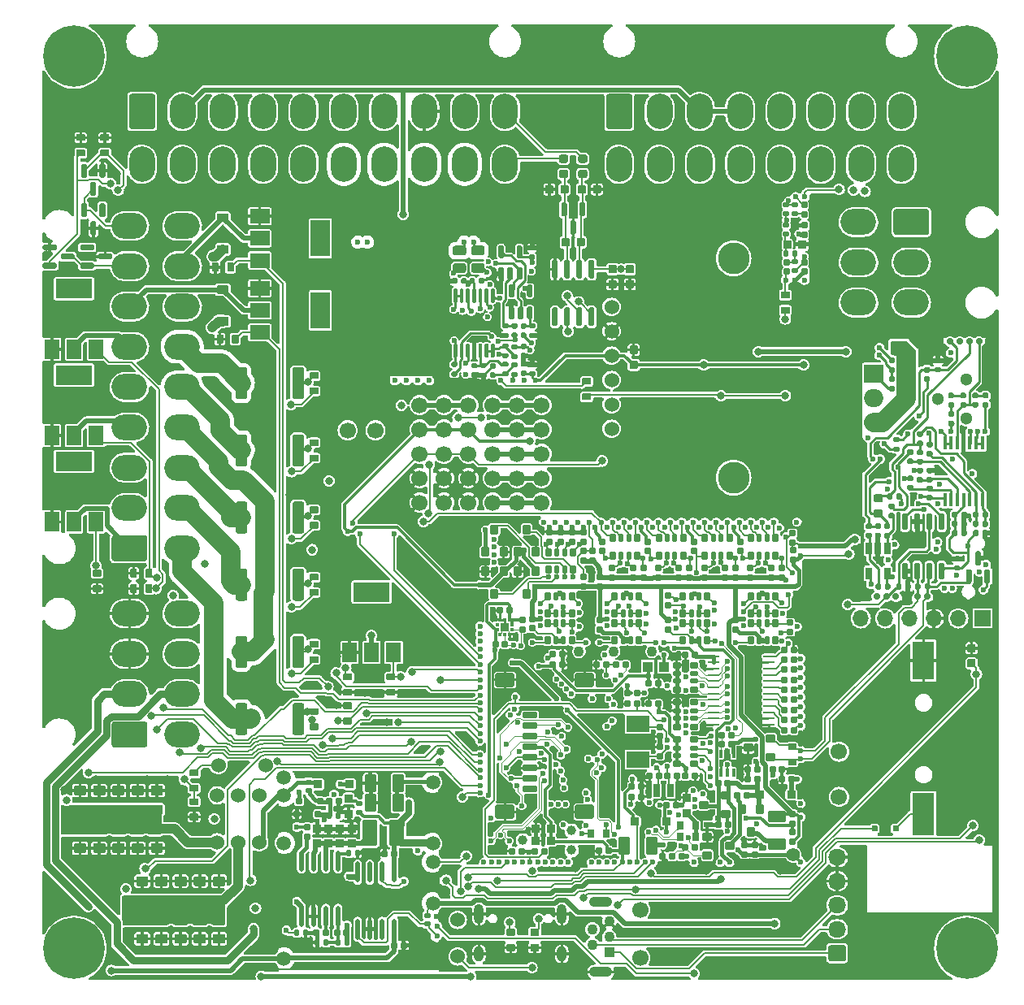
<source format=gbl>
G75*
G70*
%OFA0B0*%
%FSLAX25Y25*%
%IPPOS*%
%LPD*%
%AMOC8*
5,1,8,0,0,1.08239X$1,22.5*
%
%AMM11*
21,1,0.023620,0.018900,0.000000,0.000000,90.000000*
21,1,0.018900,0.023620,0.000000,0.000000,90.000000*
1,1,0.004720,0.009450,0.009450*
1,1,0.004720,0.009450,-0.009450*
1,1,0.004720,-0.009450,-0.009450*
1,1,0.004720,-0.009450,0.009450*
%
%AMM117*
21,1,0.023620,0.018900,0.000000,-0.000000,90.000000*
21,1,0.018900,0.023620,0.000000,-0.000000,90.000000*
1,1,0.004720,0.009450,0.009450*
1,1,0.004720,0.009450,-0.009450*
1,1,0.004720,-0.009450,-0.009450*
1,1,0.004720,-0.009450,0.009450*
%
%AMM118*
21,1,0.019680,0.019680,0.000000,-0.000000,180.000000*
21,1,0.015750,0.023620,0.000000,-0.000000,180.000000*
1,1,0.003940,-0.007870,0.009840*
1,1,0.003940,0.007870,0.009840*
1,1,0.003940,0.007870,-0.009840*
1,1,0.003940,-0.007870,-0.009840*
%
%AMM119*
21,1,0.033470,0.026770,0.000000,-0.000000,180.000000*
21,1,0.026770,0.033470,0.000000,-0.000000,180.000000*
1,1,0.006690,-0.013390,0.013390*
1,1,0.006690,0.013390,0.013390*
1,1,0.006690,0.013390,-0.013390*
1,1,0.006690,-0.013390,-0.013390*
%
%AMM12*
21,1,0.019680,0.019680,0.000000,0.000000,0.000000*
21,1,0.015750,0.023620,0.000000,0.000000,0.000000*
1,1,0.003940,0.007870,-0.009840*
1,1,0.003940,-0.007870,-0.009840*
1,1,0.003940,-0.007870,0.009840*
1,1,0.003940,0.007870,0.009840*
%
%AMM120*
21,1,0.019680,0.019680,0.000000,-0.000000,270.000000*
21,1,0.015750,0.023620,0.000000,-0.000000,270.000000*
1,1,0.003940,-0.009840,-0.007870*
1,1,0.003940,-0.009840,0.007870*
1,1,0.003940,0.009840,0.007870*
1,1,0.003940,0.009840,-0.007870*
%
%AMM13*
21,1,0.019680,0.019680,0.000000,0.000000,270.000000*
21,1,0.015750,0.023620,0.000000,0.000000,270.000000*
1,1,0.003940,-0.009840,-0.007870*
1,1,0.003940,-0.009840,0.007870*
1,1,0.003940,0.009840,0.007870*
1,1,0.003940,0.009840,-0.007870*
%
%AMM183*
21,1,0.025590,0.026380,-0.000000,-0.000000,90.000000*
21,1,0.020470,0.031500,-0.000000,-0.000000,90.000000*
1,1,0.005120,0.013190,0.010240*
1,1,0.005120,0.013190,-0.010240*
1,1,0.005120,-0.013190,-0.010240*
1,1,0.005120,-0.013190,0.010240*
%
%AMM184*
21,1,0.017720,0.027950,-0.000000,-0.000000,90.000000*
21,1,0.014170,0.031500,-0.000000,-0.000000,90.000000*
1,1,0.003540,0.013980,0.007090*
1,1,0.003540,0.013980,-0.007090*
1,1,0.003540,-0.013980,-0.007090*
1,1,0.003540,-0.013980,0.007090*
%
%AMM187*
21,1,0.027560,0.018900,-0.000000,-0.000000,270.000000*
21,1,0.022840,0.023620,-0.000000,-0.000000,270.000000*
1,1,0.004720,-0.009450,-0.011420*
1,1,0.004720,-0.009450,0.011420*
1,1,0.004720,0.009450,0.011420*
1,1,0.004720,0.009450,-0.011420*
%
%AMM189*
21,1,0.027560,0.018900,-0.000000,-0.000000,0.000000*
21,1,0.022840,0.023620,-0.000000,-0.000000,0.000000*
1,1,0.004720,0.011420,-0.009450*
1,1,0.004720,-0.011420,-0.009450*
1,1,0.004720,-0.011420,0.009450*
1,1,0.004720,0.011420,0.009450*
%
%AMM191*
21,1,0.035430,0.030320,-0.000000,-0.000000,90.000000*
21,1,0.028350,0.037400,-0.000000,-0.000000,90.000000*
1,1,0.007090,0.015160,0.014170*
1,1,0.007090,0.015160,-0.014170*
1,1,0.007090,-0.015160,-0.014170*
1,1,0.007090,-0.015160,0.014170*
%
%AMM194*
21,1,0.027560,0.030710,-0.000000,-0.000000,180.000000*
21,1,0.022050,0.036220,-0.000000,-0.000000,180.000000*
1,1,0.005510,-0.011020,0.015350*
1,1,0.005510,0.011020,0.015350*
1,1,0.005510,0.011020,-0.015350*
1,1,0.005510,-0.011020,-0.015350*
%
%AMM215*
21,1,0.033470,0.026770,-0.000000,-0.000000,270.000000*
21,1,0.026770,0.033470,-0.000000,-0.000000,270.000000*
1,1,0.006690,-0.013390,-0.013390*
1,1,0.006690,-0.013390,0.013390*
1,1,0.006690,0.013390,0.013390*
1,1,0.006690,0.013390,-0.013390*
%
%AMM216*
21,1,0.025590,0.026380,-0.000000,-0.000000,180.000000*
21,1,0.020470,0.031500,-0.000000,-0.000000,180.000000*
1,1,0.005120,-0.010240,0.013190*
1,1,0.005120,0.010240,0.013190*
1,1,0.005120,0.010240,-0.013190*
1,1,0.005120,-0.010240,-0.013190*
%
%AMM217*
21,1,0.017720,0.027950,-0.000000,-0.000000,180.000000*
21,1,0.014170,0.031500,-0.000000,-0.000000,180.000000*
1,1,0.003540,-0.007090,0.013980*
1,1,0.003540,0.007090,0.013980*
1,1,0.003540,0.007090,-0.013980*
1,1,0.003540,-0.007090,-0.013980*
%
%AMM218*
21,1,0.033470,0.026770,-0.000000,-0.000000,180.000000*
21,1,0.026770,0.033470,-0.000000,-0.000000,180.000000*
1,1,0.006690,-0.013390,0.013390*
1,1,0.006690,0.013390,0.013390*
1,1,0.006690,0.013390,-0.013390*
1,1,0.006690,-0.013390,-0.013390*
%
%AMM219*
21,1,0.078740,0.045670,-0.000000,-0.000000,0.000000*
21,1,0.067320,0.057090,-0.000000,-0.000000,0.000000*
1,1,0.011420,0.033660,-0.022840*
1,1,0.011420,-0.033660,-0.022840*
1,1,0.011420,-0.033660,0.022840*
1,1,0.011420,0.033660,0.022840*
%
%AMM220*
21,1,0.059060,0.020470,-0.000000,-0.000000,0.000000*
21,1,0.053940,0.025590,-0.000000,-0.000000,0.000000*
1,1,0.005120,0.026970,-0.010240*
1,1,0.005120,-0.026970,-0.010240*
1,1,0.005120,-0.026970,0.010240*
1,1,0.005120,0.026970,0.010240*
%
%AMM221*
21,1,0.035430,0.030320,-0.000000,-0.000000,0.000000*
21,1,0.028350,0.037400,-0.000000,-0.000000,0.000000*
1,1,0.007090,0.014170,-0.015160*
1,1,0.007090,-0.014170,-0.015160*
1,1,0.007090,-0.014170,0.015160*
1,1,0.007090,0.014170,0.015160*
%
%AMM222*
21,1,0.012600,0.028980,-0.000000,-0.000000,0.000000*
21,1,0.010080,0.031500,-0.000000,-0.000000,0.000000*
1,1,0.002520,0.005040,-0.014490*
1,1,0.002520,-0.005040,-0.014490*
1,1,0.002520,-0.005040,0.014490*
1,1,0.002520,0.005040,0.014490*
%
%AMM223*
21,1,0.070870,0.036220,-0.000000,-0.000000,180.000000*
21,1,0.061810,0.045280,-0.000000,-0.000000,180.000000*
1,1,0.009060,-0.030910,0.018110*
1,1,0.009060,0.030910,0.018110*
1,1,0.009060,0.030910,-0.018110*
1,1,0.009060,-0.030910,-0.018110*
%
%AMM224*
21,1,0.035830,0.026770,-0.000000,-0.000000,180.000000*
21,1,0.029130,0.033470,-0.000000,-0.000000,180.000000*
1,1,0.006690,-0.014570,0.013390*
1,1,0.006690,0.014570,0.013390*
1,1,0.006690,0.014570,-0.013390*
1,1,0.006690,-0.014570,-0.013390*
%
%AMM225*
21,1,0.027560,0.049610,-0.000000,-0.000000,180.000000*
21,1,0.022050,0.055120,-0.000000,-0.000000,180.000000*
1,1,0.005510,-0.011020,0.024800*
1,1,0.005510,0.011020,0.024800*
1,1,0.005510,0.011020,-0.024800*
1,1,0.005510,-0.011020,-0.024800*
%
%AMM226*
21,1,0.070870,0.036220,-0.000000,-0.000000,270.000000*
21,1,0.061810,0.045280,-0.000000,-0.000000,270.000000*
1,1,0.009060,-0.018110,-0.030910*
1,1,0.009060,-0.018110,0.030910*
1,1,0.009060,0.018110,0.030910*
1,1,0.009060,0.018110,-0.030910*
%
%AMM227*
21,1,0.027560,0.030710,-0.000000,-0.000000,270.000000*
21,1,0.022050,0.036220,-0.000000,-0.000000,270.000000*
1,1,0.005510,-0.015350,-0.011020*
1,1,0.005510,-0.015350,0.011020*
1,1,0.005510,0.015350,0.011020*
1,1,0.005510,0.015350,-0.011020*
%
%AMM27*
21,1,0.106300,0.050390,0.000000,0.000000,90.000000*
21,1,0.093700,0.062990,0.000000,0.000000,90.000000*
1,1,0.012600,0.025200,0.046850*
1,1,0.012600,0.025200,-0.046850*
1,1,0.012600,-0.025200,-0.046850*
1,1,0.012600,-0.025200,0.046850*
%
%AMM28*
21,1,0.033470,0.026770,0.000000,0.000000,270.000000*
21,1,0.026770,0.033470,0.000000,0.000000,270.000000*
1,1,0.006690,-0.013390,-0.013390*
1,1,0.006690,-0.013390,0.013390*
1,1,0.006690,0.013390,0.013390*
1,1,0.006690,0.013390,-0.013390*
%
%AMM29*
21,1,0.023620,0.018900,0.000000,0.000000,180.000000*
21,1,0.018900,0.023620,0.000000,0.000000,180.000000*
1,1,0.004720,-0.009450,0.009450*
1,1,0.004720,0.009450,0.009450*
1,1,0.004720,0.009450,-0.009450*
1,1,0.004720,-0.009450,-0.009450*
%
%AMM30*
21,1,0.122050,0.075590,0.000000,0.000000,180.000000*
21,1,0.103150,0.094490,0.000000,0.000000,180.000000*
1,1,0.018900,-0.051580,0.037800*
1,1,0.018900,0.051580,0.037800*
1,1,0.018900,0.051580,-0.037800*
1,1,0.018900,-0.051580,-0.037800*
%
%AMM31*
21,1,0.118110,0.083460,0.000000,0.000000,0.000000*
21,1,0.097240,0.104330,0.000000,0.000000,0.000000*
1,1,0.020870,0.048620,-0.041730*
1,1,0.020870,-0.048620,-0.041730*
1,1,0.020870,-0.048620,0.041730*
1,1,0.020870,0.048620,0.041730*
%
%AMM7*
21,1,0.035830,0.026770,0.000000,0.000000,0.000000*
21,1,0.029130,0.033470,0.000000,0.000000,0.000000*
1,1,0.006690,0.014570,-0.013390*
1,1,0.006690,-0.014570,-0.013390*
1,1,0.006690,-0.014570,0.013390*
1,1,0.006690,0.014570,0.013390*
%
%AMM8*
21,1,0.070870,0.036220,0.000000,0.000000,90.000000*
21,1,0.061810,0.045280,0.000000,0.000000,90.000000*
1,1,0.009060,0.018110,0.030910*
1,1,0.009060,0.018110,-0.030910*
1,1,0.009060,-0.018110,-0.030910*
1,1,0.009060,-0.018110,0.030910*
%
%ADD10C,0.00787*%
%ADD100R,0.09055X0.17323*%
%ADD101R,0.09055X0.15748*%
%ADD102C,0.07874*%
%ADD104C,0.01968*%
%ADD105C,0.01575*%
%ADD11O,0.10630X0.14567*%
%ADD112M7*%
%ADD113M8*%
%ADD116M11*%
%ADD117M12*%
%ADD118M13*%
%ADD119O,0.00787X0.40158*%
%ADD12C,0.06693*%
%ADD13C,0.02756*%
%ADD136M27*%
%ADD137M28*%
%ADD138M29*%
%ADD139O,0.01968X0.08661*%
%ADD140M30*%
%ADD141M31*%
%ADD16R,0.04331X0.00984*%
%ADD162C,0.05118*%
%ADD17R,0.03858X0.00984*%
%ADD175C,0.03900*%
%ADD19R,0.00984X1.08661*%
%ADD203C,0.00492*%
%ADD204C,0.01260*%
%ADD205C,0.05512*%
%ADD21R,0.03740X0.00984*%
%ADD22R,0.07874X0.05906*%
%ADD23R,0.07874X0.14961*%
%ADD239R,0.01378X0.01476*%
%ADD24C,0.03150*%
%ADD240R,0.01968X0.01968*%
%ADD242O,0.04961X0.00984*%
%ADD244R,0.09449X0.06693*%
%ADD245R,0.01476X0.01378*%
%ADD247R,0.03937X0.04331*%
%ADD25C,0.25197*%
%ADD26C,0.06000*%
%ADD27O,0.07283X0.06693*%
%ADD28R,0.05906X0.07874*%
%ADD29R,0.14961X0.07874*%
%ADD30C,0.02362*%
%ADD302M117*%
%ADD303M118*%
%ADD304M119*%
%ADD305M120*%
%ADD31R,0.24350X0.00984*%
%ADD313R,0.07874X0.07500*%
%ADD314O,0.07874X0.07500*%
%ADD316R,0.01772X0.05709*%
%ADD317R,0.02559X0.04803*%
%ADD32R,0.04390X0.00984*%
%ADD33R,0.00984X0.56201*%
%ADD34R,0.00984X0.59449*%
%ADD35R,0.20374X0.00984*%
%ADD36R,0.04331X0.04331*%
%ADD37C,0.04331*%
%ADD38O,0.09449X0.04331*%
%ADD39O,0.04823X0.00787*%
%ADD396M183*%
%ADD397M184*%
%ADD40O,0.00787X0.36614*%
%ADD400M187*%
%ADD402M189*%
%ADD404M191*%
%ADD407M194*%
%ADD41C,0.05906*%
%ADD42O,0.00787X0.12992*%
%ADD428M215*%
%ADD429M216*%
%ADD43O,0.00787X0.40157*%
%ADD430M217*%
%ADD431M218*%
%ADD432M219*%
%ADD433M220*%
%ADD434M221*%
%ADD435M222*%
%ADD436M223*%
%ADD437M224*%
%ADD438M225*%
%ADD439M226*%
%ADD44O,0.00787X0.01181*%
%ADD440M227*%
%ADD45O,0.66929X0.00787*%
%ADD46O,0.60630X0.00787*%
%ADD47O,0.00787X0.18898*%
%ADD48O,0.00787X0.10236*%
%ADD49O,0.00787X0.03937*%
%ADD50O,0.00787X0.05906*%
%ADD57O,0.14567X0.10630*%
%ADD61R,0.00787X0.14567*%
%ADD62R,0.00787X0.01575*%
%ADD63R,0.00787X0.06299*%
%ADD64R,0.00787X0.38189*%
%ADD65R,0.00787X0.09055*%
%ADD66R,0.05512X0.00787*%
%ADD67R,0.25197X0.00787*%
%ADD68R,0.06693X0.00787*%
%ADD69R,0.12992X0.00787*%
%ADD70R,0.00787X0.27559*%
%ADD71R,0.00787X0.12992*%
%ADD72R,0.00787X0.24803*%
%ADD74O,0.03937X0.08268*%
%ADD75O,0.03937X0.06299*%
%ADD76R,0.06693X0.06693*%
%ADD77O,0.06693X0.06693*%
%ADD78C,0.13000*%
%ADD80C,0.01181*%
%ADD81C,0.03937*%
%ADD82C,0.01969*%
%ADD87C,0.00591*%
%ADD89C,0.00984*%
%ADD98R,0.24803X0.00984*%
%ADD99R,0.34449X0.00984*%
X0000000Y0000000D02*
%LPD*%
G01*
G36*
G01*
X0232087Y0350886D02*
X0232087Y0363484D01*
G75*
G02*
X0233071Y0364469I0000984J0000000D01*
G01*
X0241732Y0364469D01*
G75*
G02*
X0242717Y0363484I0000000J-000984D01*
G01*
X0242717Y0350886D01*
G75*
G02*
X0241732Y0349902I-000984J0000000D01*
G01*
X0233071Y0349902D01*
G75*
G02*
X0232087Y0350886I0000000J0000984D01*
G01*
G37*
D11*
X0253937Y0357185D03*
X0270472Y0357185D03*
X0287008Y0357185D03*
X0303543Y0357185D03*
X0320079Y0357185D03*
X0336614Y0357185D03*
X0353150Y0357185D03*
X0237402Y0335531D03*
X0253937Y0335531D03*
X0270472Y0335531D03*
X0287008Y0335531D03*
X0303543Y0335531D03*
X0320079Y0335531D03*
X0336614Y0335531D03*
X0353150Y0335531D03*
D12*
X0327559Y0075984D03*
D13*
X0384941Y0262795D03*
X0373130Y0262795D03*
X0377067Y0262795D03*
X0381004Y0262795D03*
D16*
X0338287Y0156594D03*
D17*
X0355374Y0156594D03*
D98*
X0378839Y0156594D03*
D19*
X0336614Y0210433D03*
X0390748Y0210433D03*
D99*
X0353346Y0264272D03*
D21*
X0389370Y0264272D03*
D13*
X0346949Y0158106D03*
X0350886Y0158106D03*
X0363862Y0158106D03*
X0359862Y0158106D03*
X0343012Y0158106D03*
G36*
G01*
X0036417Y0350886D02*
X0036417Y0363484D01*
G75*
G02*
X0037402Y0364469I0000984J0000000D01*
G01*
X0046063Y0364469D01*
G75*
G02*
X0047047Y0363484I0000000J-000984D01*
G01*
X0047047Y0350886D01*
G75*
G02*
X0046063Y0349902I-000984J0000000D01*
G01*
X0037402Y0349902D01*
G75*
G02*
X0036417Y0350886I0000000J0000984D01*
G01*
G37*
D11*
X0058268Y0357185D03*
X0074803Y0357185D03*
X0091339Y0357185D03*
X0107874Y0357185D03*
X0124409Y0357185D03*
X0140945Y0357185D03*
X0157480Y0357185D03*
X0174016Y0357185D03*
X0190551Y0357185D03*
X0041732Y0335531D03*
X0058268Y0335531D03*
X0074803Y0335531D03*
X0091339Y0335531D03*
X0107874Y0335531D03*
X0124409Y0335531D03*
X0140945Y0335531D03*
X0157480Y0335531D03*
X0174016Y0335531D03*
X0190551Y0335531D03*
D12*
X0125984Y0226378D03*
X0137402Y0226378D03*
D24*
X0004331Y0379921D03*
X0007098Y0386603D03*
X0007098Y0373240D03*
X0013780Y0389370D03*
D25*
X0013780Y0379921D03*
D24*
X0013780Y0370472D03*
X0020461Y0386603D03*
X0020461Y0373240D03*
X0023228Y0379921D03*
X0370472Y0379921D03*
X0373240Y0386603D03*
X0373240Y0373240D03*
X0379921Y0389370D03*
D25*
X0379921Y0379921D03*
D24*
X0379921Y0370472D03*
X0386603Y0386603D03*
X0386603Y0373240D03*
X0389370Y0379921D03*
D26*
X0072441Y0076575D03*
X0072441Y0057283D03*
G36*
G01*
X0329429Y0008465D02*
X0324114Y0008465D01*
G75*
G02*
X0323130Y0009449I0000000J0000984D01*
G01*
X0323130Y0014173D01*
G75*
G02*
X0324114Y0015157I0000984J0000000D01*
G01*
X0329429Y0015157D01*
G75*
G02*
X0330413Y0014173I0000000J-000984D01*
G01*
X0330413Y0009449D01*
G75*
G02*
X0329429Y0008465I-000984J0000000D01*
G01*
G37*
D27*
X0326772Y0021654D03*
X0326772Y0031496D03*
X0326772Y0041339D03*
X0326772Y0051181D03*
D12*
X0246063Y0029528D03*
D24*
X0004331Y0013780D03*
X0007098Y0020461D03*
X0007098Y0007098D03*
X0013780Y0023228D03*
D25*
X0013780Y0013780D03*
D24*
X0013780Y0004331D03*
X0020461Y0020461D03*
X0020461Y0007098D03*
X0023228Y0013780D03*
D30*
X0193602Y0246752D03*
X0188878Y0246752D03*
X0198327Y0246752D03*
X0203051Y0246752D03*
D31*
X0192549Y0304429D03*
D32*
X0168730Y0304429D03*
D33*
X0204232Y0276821D03*
D34*
X0167028Y0275197D03*
D35*
X0176722Y0245965D03*
D30*
X0177618Y0303543D03*
X0173681Y0303543D03*
D36*
X0233268Y0012205D03*
D37*
X0226378Y0015354D03*
X0233268Y0018504D03*
X0226378Y0021654D03*
X0233268Y0024803D03*
D38*
X0229823Y0004134D03*
X0229823Y0032874D03*
D26*
X0081102Y0076575D03*
X0081102Y0057283D03*
D30*
X0313287Y0287894D03*
D39*
X0305512Y0322933D03*
D40*
X0315650Y0305020D03*
X0303445Y0305020D03*
D30*
X0309547Y0287894D03*
X0305807Y0287894D03*
X0309744Y0322146D03*
X0313287Y0322146D03*
D41*
X0160925Y0081988D03*
X0160925Y0056791D03*
X0160925Y0049311D03*
X0160925Y0032382D03*
D30*
X0162697Y0022933D03*
X0162697Y0018996D03*
D42*
X0097343Y0066831D03*
D43*
X0097343Y0033366D03*
D44*
X0097343Y0005413D03*
D45*
X0130413Y0005217D03*
D46*
X0133563Y0086319D03*
D41*
X0160925Y0007776D03*
D44*
X0163484Y0086122D03*
D47*
X0163484Y0069587D03*
D48*
X0163484Y0040650D03*
D49*
X0163484Y0026870D03*
D50*
X0163484Y0013878D03*
D41*
X0099902Y0083760D03*
X0099902Y0076476D03*
X0099902Y0056988D03*
X0099902Y0009547D03*
D30*
X0125984Y0184941D03*
X0128051Y0188386D03*
X0131004Y0183760D03*
X0144980Y0184055D03*
G36*
G01*
X0042815Y0172638D02*
X0030217Y0172638D01*
G75*
G02*
X0029232Y0173622I0000000J0000984D01*
G01*
X0029232Y0182283D01*
G75*
G02*
X0030217Y0183268I0000984J0000000D01*
G01*
X0042815Y0183268D01*
G75*
G02*
X0043799Y0182283I0000000J-000984D01*
G01*
X0043799Y0173622D01*
G75*
G02*
X0042815Y0172638I-000984J0000000D01*
G01*
G37*
D57*
X0036516Y0194488D03*
X0036516Y0211024D03*
X0036516Y0227559D03*
X0036516Y0244094D03*
X0036516Y0260630D03*
X0036516Y0277165D03*
X0036516Y0293701D03*
X0036516Y0310236D03*
X0058169Y0177953D03*
X0058169Y0194488D03*
X0058169Y0211024D03*
X0058169Y0227559D03*
X0058169Y0244094D03*
X0058169Y0260630D03*
X0058169Y0277165D03*
X0058169Y0293701D03*
X0058169Y0310236D03*
G36*
G01*
X0350886Y0317126D02*
X0363484Y0317126D01*
G75*
G02*
X0364469Y0316142I0000000J-000984D01*
G01*
X0364469Y0307480D01*
G75*
G02*
X0363484Y0306496I-000984J0000000D01*
G01*
X0350886Y0306496D01*
G75*
G02*
X0349902Y0307480I0000000J0000984D01*
G01*
X0349902Y0316142D01*
G75*
G02*
X0350886Y0317126I0000984J0000000D01*
G01*
G37*
X0357185Y0295276D03*
X0357185Y0278740D03*
X0335531Y0311811D03*
X0335531Y0295276D03*
X0335531Y0278740D03*
D26*
X0089764Y0076575D03*
X0089764Y0057283D03*
D12*
X0155512Y0196693D03*
X0155512Y0206693D03*
X0155512Y0216693D03*
X0155512Y0226693D03*
X0155512Y0236693D03*
X0165512Y0196693D03*
X0165512Y0206693D03*
X0165512Y0216693D03*
X0165512Y0226693D03*
X0165512Y0236693D03*
X0175512Y0196693D03*
X0175512Y0206693D03*
X0175512Y0216693D03*
X0175512Y0226693D03*
X0175512Y0236693D03*
X0246063Y0009843D03*
D26*
X0171160Y0025491D03*
X0171160Y0010491D03*
G36*
G01*
X0042815Y0096260D02*
X0030217Y0096260D01*
G75*
G02*
X0029232Y0097244I0000000J0000984D01*
G01*
X0029232Y0105906D01*
G75*
G02*
X0030217Y0106890I0000984J0000000D01*
G01*
X0042815Y0106890D01*
G75*
G02*
X0043799Y0105906I0000000J-000984D01*
G01*
X0043799Y0097244D01*
G75*
G02*
X0042815Y0096260I-000984J0000000D01*
G01*
G37*
D57*
X0036516Y0118110D03*
X0036516Y0134646D03*
X0036516Y0151181D03*
X0058169Y0101575D03*
X0058169Y0118110D03*
X0058169Y0134646D03*
X0058169Y0151181D03*
D12*
X0327559Y0094488D03*
D30*
X0180315Y0162992D03*
X0180315Y0146063D03*
X0180315Y0142913D03*
X0180315Y0139764D03*
X0180315Y0136614D03*
X0180315Y0133465D03*
X0180315Y0130315D03*
X0180315Y0127165D03*
X0180315Y0124016D03*
X0180315Y0120866D03*
X0180315Y0117717D03*
X0180315Y0114567D03*
X0180315Y0111417D03*
X0180315Y0108268D03*
X0180315Y0105118D03*
X0180315Y0101969D03*
X0180315Y0098819D03*
X0180315Y0093307D03*
X0180315Y0090158D03*
X0180315Y0087008D03*
X0180315Y0083858D03*
X0180315Y0080709D03*
X0180315Y0077559D03*
D61*
X0312598Y0058465D03*
D62*
X0312598Y0070472D03*
D61*
X0312598Y0082480D03*
D63*
X0312598Y0100000D03*
D64*
X0312598Y0153740D03*
D65*
X0312598Y0185236D03*
D66*
X0305512Y0189370D03*
D67*
X0297244Y0048425D03*
D68*
X0273425Y0048425D03*
D69*
X0259646Y0048425D03*
D66*
X0221260Y0048425D03*
D67*
X0191732Y0189370D03*
D70*
X0179528Y0061811D03*
D62*
X0179528Y0096063D03*
D71*
X0179528Y0154528D03*
D72*
X0179528Y0177362D03*
D30*
X0181890Y0049213D03*
X0185039Y0049213D03*
X0188189Y0049213D03*
X0191339Y0049213D03*
X0194488Y0049213D03*
X0197638Y0049213D03*
X0200787Y0049213D03*
X0203937Y0049213D03*
X0207087Y0049213D03*
X0210236Y0049213D03*
X0213386Y0049213D03*
X0216535Y0049213D03*
X0225984Y0049213D03*
X0229134Y0049213D03*
X0232283Y0049213D03*
X0235433Y0049213D03*
X0238583Y0049213D03*
X0241732Y0049213D03*
X0244882Y0049213D03*
X0248032Y0049213D03*
X0251181Y0049213D03*
X0268110Y0049213D03*
X0278740Y0049213D03*
X0282677Y0049213D03*
X0311811Y0049213D03*
X0206299Y0188583D03*
X0211024Y0188583D03*
X0215748Y0188583D03*
X0220472Y0188583D03*
X0225197Y0188583D03*
X0229921Y0188583D03*
X0234646Y0188583D03*
X0239370Y0188583D03*
X0244094Y0188583D03*
X0248819Y0188583D03*
X0253543Y0188583D03*
X0258268Y0188583D03*
X0262992Y0188583D03*
X0267717Y0188583D03*
X0272441Y0188583D03*
X0277165Y0188583D03*
X0281890Y0188583D03*
X0286614Y0188583D03*
X0291339Y0188583D03*
X0296063Y0188583D03*
X0300787Y0188583D03*
X0310236Y0188583D03*
X0311811Y0178740D03*
X0311811Y0174803D03*
X0311811Y0132677D03*
X0311811Y0128740D03*
X0311811Y0124803D03*
X0311811Y0120866D03*
X0311811Y0116929D03*
X0311811Y0112992D03*
X0311811Y0109055D03*
X0311811Y0105118D03*
X0311811Y0094882D03*
X0311811Y0091732D03*
X0311811Y0073228D03*
X0311811Y0067717D03*
D74*
X0179843Y0027972D03*
D75*
X0179843Y0011516D03*
D74*
X0213858Y0027972D03*
D75*
X0213858Y0011516D03*
D24*
X0370472Y0013780D03*
X0373240Y0020461D03*
X0373240Y0007098D03*
X0379921Y0023228D03*
D25*
X0379921Y0013780D03*
D24*
X0379921Y0004331D03*
X0386603Y0020461D03*
X0386603Y0007098D03*
X0389370Y0013780D03*
D30*
X0150098Y0246752D03*
X0145374Y0246752D03*
X0154823Y0246752D03*
X0159547Y0246752D03*
D31*
X0149045Y0304429D03*
D32*
X0125226Y0304429D03*
D33*
X0160728Y0276821D03*
D34*
X0123524Y0275197D03*
D35*
X0133219Y0245965D03*
D30*
X0134114Y0303543D03*
X0130177Y0303543D03*
D26*
X0073031Y0088976D03*
X0092323Y0088976D03*
D76*
X0386417Y0149213D03*
D77*
X0376417Y0149213D03*
X0366417Y0149213D03*
X0356417Y0149213D03*
X0346417Y0149213D03*
X0336417Y0149213D03*
D78*
X0284265Y0296969D03*
X0284265Y0206969D03*
D26*
X0234265Y0276969D03*
X0234265Y0266969D03*
X0234265Y0256969D03*
X0234265Y0246969D03*
X0234265Y0236969D03*
X0234265Y0226969D03*
D12*
X0185512Y0196693D03*
X0185512Y0206693D03*
X0185512Y0216693D03*
X0185512Y0226693D03*
X0185512Y0236693D03*
X0195512Y0196693D03*
X0195512Y0206693D03*
X0195512Y0216693D03*
X0195512Y0226693D03*
X0195512Y0236693D03*
X0205512Y0196693D03*
X0205512Y0206693D03*
X0205512Y0216693D03*
X0205512Y0226693D03*
X0205512Y0236693D03*
G36*
G01*
X0214173Y0319910D02*
X0215354Y0319910D01*
G75*
G02*
X0215945Y0319319I0000000J-000591D01*
G01*
X0215945Y0314693D01*
G75*
G02*
X0215354Y0314102I-000591J0000000D01*
G01*
X0214173Y0314102D01*
G75*
G02*
X0213583Y0314693I0000000J0000591D01*
G01*
X0213583Y0319319D01*
G75*
G02*
X0214173Y0319910I0000591J0000000D01*
G01*
G37*
G36*
G01*
X0221654Y0319910D02*
X0222835Y0319910D01*
G75*
G02*
X0223425Y0319319I0000000J-000591D01*
G01*
X0223425Y0314693D01*
G75*
G02*
X0222835Y0314102I-000591J0000000D01*
G01*
X0221654Y0314102D01*
G75*
G02*
X0221063Y0314693I0000000J0000591D01*
G01*
X0221063Y0319319D01*
G75*
G02*
X0221654Y0319910I0000591J0000000D01*
G01*
G37*
G36*
G01*
X0217913Y0312528D02*
X0219094Y0312528D01*
G75*
G02*
X0219685Y0311937I0000000J-000591D01*
G01*
X0219685Y0307311D01*
G75*
G02*
X0219094Y0306721I-000591J0000000D01*
G01*
X0217913Y0306721D01*
G75*
G02*
X0217323Y0307311I0000000J0000591D01*
G01*
X0217323Y0311937D01*
G75*
G02*
X0217913Y0312528I0000591J0000000D01*
G01*
G37*
G36*
G01*
X0049803Y0052992D02*
X0045669Y0052992D01*
G75*
G02*
X0045276Y0053386I0000000J0000394D01*
G01*
X0045276Y0056535D01*
G75*
G02*
X0045669Y0056929I0000394J0000000D01*
G01*
X0049803Y0056929D01*
G75*
G02*
X0050197Y0056535I0000000J-000394D01*
G01*
X0050197Y0053386D01*
G75*
G02*
X0049803Y0052992I-000394J0000000D01*
G01*
G37*
G36*
G01*
X0049803Y0060866D02*
X0045669Y0060866D01*
G75*
G02*
X0045276Y0061260I0000000J0000394D01*
G01*
X0045276Y0064409D01*
G75*
G02*
X0045669Y0064803I0000394J0000000D01*
G01*
X0049803Y0064803D01*
G75*
G02*
X0050197Y0064409I0000000J-000394D01*
G01*
X0050197Y0061260D01*
G75*
G02*
X0049803Y0060866I-000394J0000000D01*
G01*
G37*
G36*
G01*
X0241969Y0261083D02*
X0244646Y0261083D01*
G75*
G02*
X0244980Y0260748I0000000J-000335D01*
G01*
X0244980Y0258071D01*
G75*
G02*
X0244646Y0257736I-000335J0000000D01*
G01*
X0241969Y0257736D01*
G75*
G02*
X0241634Y0258071I0000000J0000335D01*
G01*
X0241634Y0260748D01*
G75*
G02*
X0241969Y0261083I0000335J0000000D01*
G01*
G37*
G36*
G01*
X0241969Y0254862D02*
X0244646Y0254862D01*
G75*
G02*
X0244980Y0254528I0000000J-000335D01*
G01*
X0244980Y0251850D01*
G75*
G02*
X0244646Y0251516I-000335J0000000D01*
G01*
X0241969Y0251516D01*
G75*
G02*
X0241634Y0251850I0000000J0000335D01*
G01*
X0241634Y0254528D01*
G75*
G02*
X0241969Y0254862I0000335J0000000D01*
G01*
G37*
G36*
G01*
X0076811Y0298819D02*
X0072795Y0298819D01*
G75*
G02*
X0072441Y0299173I0000000J0000354D01*
G01*
X0072441Y0302008D01*
G75*
G02*
X0072795Y0302362I0000354J0000000D01*
G01*
X0076811Y0302362D01*
G75*
G02*
X0077165Y0302008I0000000J-000354D01*
G01*
X0077165Y0299173D01*
G75*
G02*
X0076811Y0298819I-000354J0000000D01*
G01*
G37*
G36*
G01*
X0076811Y0311811D02*
X0072795Y0311811D01*
G75*
G02*
X0072441Y0312165I0000000J0000354D01*
G01*
X0072441Y0315000D01*
G75*
G02*
X0072795Y0315354I0000354J0000000D01*
G01*
X0076811Y0315354D01*
G75*
G02*
X0077165Y0315000I0000000J-000354D01*
G01*
X0077165Y0312165D01*
G75*
G02*
X0076811Y0311811I-000354J0000000D01*
G01*
G37*
D100*
X0362205Y0068898D03*
D101*
X0362205Y0131890D03*
G36*
G01*
X0036811Y0166181D02*
X0036811Y0169252D01*
G75*
G02*
X0037087Y0169528I0000276J0000000D01*
G01*
X0039291Y0169528D01*
G75*
G02*
X0039567Y0169252I0000000J-000276D01*
G01*
X0039567Y0166181D01*
G75*
G02*
X0039291Y0165906I-000276J0000000D01*
G01*
X0037087Y0165906D01*
G75*
G02*
X0036811Y0166181I0000000J0000276D01*
G01*
G37*
G36*
G01*
X0043110Y0166181D02*
X0043110Y0169252D01*
G75*
G02*
X0043386Y0169528I0000276J0000000D01*
G01*
X0045591Y0169528D01*
G75*
G02*
X0045866Y0169252I0000000J-000276D01*
G01*
X0045866Y0166181D01*
G75*
G02*
X0045591Y0165906I-000276J0000000D01*
G01*
X0043386Y0165906D01*
G75*
G02*
X0043110Y0166181I0000000J0000276D01*
G01*
G37*
G36*
G01*
X0229941Y0326535D02*
X0229941Y0323858D01*
G75*
G02*
X0229606Y0323524I-000335J0000000D01*
G01*
X0226929Y0323524D01*
G75*
G02*
X0226594Y0323858I0000000J0000335D01*
G01*
X0226594Y0326535D01*
G75*
G02*
X0226929Y0326870I0000335J0000000D01*
G01*
X0229606Y0326870D01*
G75*
G02*
X0229941Y0326535I0000000J-000335D01*
G01*
G37*
G36*
G01*
X0223720Y0326535D02*
X0223720Y0323858D01*
G75*
G02*
X0223386Y0323524I-000335J0000000D01*
G01*
X0220709Y0323524D01*
G75*
G02*
X0220374Y0323858I0000000J0000335D01*
G01*
X0220374Y0326535D01*
G75*
G02*
X0220709Y0326870I0000335J0000000D01*
G01*
X0223386Y0326870D01*
G75*
G02*
X0223720Y0326535I0000000J-000335D01*
G01*
G37*
G36*
G01*
X0026181Y0052992D02*
X0022047Y0052992D01*
G75*
G02*
X0021654Y0053386I0000000J0000394D01*
G01*
X0021654Y0056535D01*
G75*
G02*
X0022047Y0056929I0000394J0000000D01*
G01*
X0026181Y0056929D01*
G75*
G02*
X0026575Y0056535I0000000J-000394D01*
G01*
X0026575Y0053386D01*
G75*
G02*
X0026181Y0052992I-000394J0000000D01*
G01*
G37*
G36*
G01*
X0026181Y0060866D02*
X0022047Y0060866D01*
G75*
G02*
X0021654Y0061260I0000000J0000394D01*
G01*
X0021654Y0064409D01*
G75*
G02*
X0022047Y0064803I0000394J0000000D01*
G01*
X0026181Y0064803D01*
G75*
G02*
X0026575Y0064409I0000000J-000394D01*
G01*
X0026575Y0061260D01*
G75*
G02*
X0026181Y0060866I-000394J0000000D01*
G01*
G37*
G36*
G01*
X0380551Y0138642D02*
X0383228Y0138642D01*
G75*
G02*
X0383563Y0138307I0000000J-000335D01*
G01*
X0383563Y0135630D01*
G75*
G02*
X0383228Y0135295I-000335J0000000D01*
G01*
X0380551Y0135295D01*
G75*
G02*
X0380217Y0135630I0000000J0000335D01*
G01*
X0380217Y0138307D01*
G75*
G02*
X0380551Y0138642I0000335J0000000D01*
G01*
G37*
G36*
G01*
X0380551Y0132421D02*
X0383228Y0132421D01*
G75*
G02*
X0383563Y0132087I0000000J-000335D01*
G01*
X0383563Y0129409D01*
G75*
G02*
X0383228Y0129075I-000335J0000000D01*
G01*
X0380551Y0129075D01*
G75*
G02*
X0380217Y0129409I0000000J0000335D01*
G01*
X0380217Y0132087D01*
G75*
G02*
X0380551Y0132421I0000335J0000000D01*
G01*
G37*
G36*
G01*
X0213720Y0302134D02*
X0213720Y0304811D01*
G75*
G02*
X0214055Y0305146I0000335J0000000D01*
G01*
X0216732Y0305146D01*
G75*
G02*
X0217067Y0304811I0000000J-000335D01*
G01*
X0217067Y0302134D01*
G75*
G02*
X0216732Y0301799I-000335J0000000D01*
G01*
X0214055Y0301799D01*
G75*
G02*
X0213720Y0302134I0000000J0000335D01*
G01*
G37*
G36*
G01*
X0219941Y0302134D02*
X0219941Y0304811D01*
G75*
G02*
X0220276Y0305146I0000335J0000000D01*
G01*
X0222953Y0305146D01*
G75*
G02*
X0223287Y0304811I0000000J-000335D01*
G01*
X0223287Y0302134D01*
G75*
G02*
X0222953Y0301799I-000335J0000000D01*
G01*
X0220276Y0301799D01*
G75*
G02*
X0219941Y0302134I0000000J0000335D01*
G01*
G37*
G36*
G01*
X0024764Y0160039D02*
X0021693Y0160039D01*
G75*
G02*
X0021417Y0160315I0000000J0000276D01*
G01*
X0021417Y0162520D01*
G75*
G02*
X0021693Y0162795I0000276J0000000D01*
G01*
X0024764Y0162795D01*
G75*
G02*
X0025039Y0162520I0000000J-000276D01*
G01*
X0025039Y0160315D01*
G75*
G02*
X0024764Y0160039I-000276J0000000D01*
G01*
G37*
G36*
G01*
X0024764Y0166339D02*
X0021693Y0166339D01*
G75*
G02*
X0021417Y0166614I0000000J0000276D01*
G01*
X0021417Y0168819D01*
G75*
G02*
X0021693Y0169094I0000276J0000000D01*
G01*
X0024764Y0169094D01*
G75*
G02*
X0025039Y0168819I0000000J-000276D01*
G01*
X0025039Y0166614D01*
G75*
G02*
X0024764Y0166339I-000276J0000000D01*
G01*
G37*
G36*
G01*
X0063287Y0043307D02*
X0067421Y0043307D01*
G75*
G02*
X0067815Y0042913I0000000J-000394D01*
G01*
X0067815Y0039764D01*
G75*
G02*
X0067421Y0039370I-000394J0000000D01*
G01*
X0063287Y0039370D01*
G75*
G02*
X0062894Y0039764I0000000J0000394D01*
G01*
X0062894Y0042913D01*
G75*
G02*
X0063287Y0043307I0000394J0000000D01*
G01*
G37*
G36*
G01*
X0063287Y0035433D02*
X0067421Y0035433D01*
G75*
G02*
X0067815Y0035039I0000000J-000394D01*
G01*
X0067815Y0031890D01*
G75*
G02*
X0067421Y0031496I-000394J0000000D01*
G01*
X0063287Y0031496D01*
G75*
G02*
X0062894Y0031890I0000000J0000394D01*
G01*
X0062894Y0035039D01*
G75*
G02*
X0063287Y0035433I0000394J0000000D01*
G01*
G37*
G36*
G01*
X0108169Y0251280D02*
X0108169Y0240059D01*
G75*
G02*
X0107185Y0239075I-000984J0000000D01*
G01*
X0104331Y0239075D01*
G75*
G02*
X0103346Y0240059I0000000J0000984D01*
G01*
X0103346Y0251280D01*
G75*
G02*
X0104331Y0252264I0000984J0000000D01*
G01*
X0107185Y0252264D01*
G75*
G02*
X0108169Y0251280I0000000J-000984D01*
G01*
G37*
G36*
G01*
X0084843Y0251280D02*
X0084843Y0240059D01*
G75*
G02*
X0083858Y0239075I-000984J0000000D01*
G01*
X0081004Y0239075D01*
G75*
G02*
X0080020Y0240059I0000000J0000984D01*
G01*
X0080020Y0251280D01*
G75*
G02*
X0081004Y0252264I0000984J0000000D01*
G01*
X0083858Y0252264D01*
G75*
G02*
X0084843Y0251280I0000000J-000984D01*
G01*
G37*
G36*
G01*
X0029921Y0080551D02*
X0034055Y0080551D01*
G75*
G02*
X0034449Y0080157I0000000J-000394D01*
G01*
X0034449Y0077008D01*
G75*
G02*
X0034055Y0076614I-000394J0000000D01*
G01*
X0029921Y0076614D01*
G75*
G02*
X0029528Y0077008I0000000J0000394D01*
G01*
X0029528Y0080157D01*
G75*
G02*
X0029921Y0080551I0000394J0000000D01*
G01*
G37*
G36*
G01*
X0029921Y0072677D02*
X0034055Y0072677D01*
G75*
G02*
X0034449Y0072283I0000000J-000394D01*
G01*
X0034449Y0069134D01*
G75*
G02*
X0034055Y0068740I-000394J0000000D01*
G01*
X0029921Y0068740D01*
G75*
G02*
X0029528Y0069134I0000000J0000394D01*
G01*
X0029528Y0072283D01*
G75*
G02*
X0029921Y0072677I0000394J0000000D01*
G01*
G37*
G36*
G01*
X0075295Y0015748D02*
X0071161Y0015748D01*
G75*
G02*
X0070768Y0016142I0000000J0000394D01*
G01*
X0070768Y0019291D01*
G75*
G02*
X0071161Y0019685I0000394J0000000D01*
G01*
X0075295Y0019685D01*
G75*
G02*
X0075689Y0019291I0000000J-000394D01*
G01*
X0075689Y0016142D01*
G75*
G02*
X0075295Y0015748I-000394J0000000D01*
G01*
G37*
G36*
G01*
X0075295Y0023622D02*
X0071161Y0023622D01*
G75*
G02*
X0070768Y0024016I0000000J0000394D01*
G01*
X0070768Y0027165D01*
G75*
G02*
X0071161Y0027559I0000394J0000000D01*
G01*
X0075295Y0027559D01*
G75*
G02*
X0075689Y0027165I0000000J-000394D01*
G01*
X0075689Y0024016D01*
G75*
G02*
X0075295Y0023622I-000394J0000000D01*
G01*
G37*
G36*
G01*
X0210413Y0296260D02*
X0211594Y0296260D01*
G75*
G02*
X0212185Y0295669I0000000J-000591D01*
G01*
X0212185Y0289173D01*
G75*
G02*
X0211594Y0288583I-000591J0000000D01*
G01*
X0210413Y0288583D01*
G75*
G02*
X0209823Y0289173I0000000J0000591D01*
G01*
X0209823Y0295669D01*
G75*
G02*
X0210413Y0296260I0000591J0000000D01*
G01*
G37*
G36*
G01*
X0215413Y0296260D02*
X0216594Y0296260D01*
G75*
G02*
X0217185Y0295669I0000000J-000591D01*
G01*
X0217185Y0289173D01*
G75*
G02*
X0216594Y0288583I-000591J0000000D01*
G01*
X0215413Y0288583D01*
G75*
G02*
X0214823Y0289173I0000000J0000591D01*
G01*
X0214823Y0295669D01*
G75*
G02*
X0215413Y0296260I0000591J0000000D01*
G01*
G37*
G36*
G01*
X0220413Y0296260D02*
X0221594Y0296260D01*
G75*
G02*
X0222185Y0295669I0000000J-000591D01*
G01*
X0222185Y0289173D01*
G75*
G02*
X0221594Y0288583I-000591J0000000D01*
G01*
X0220413Y0288583D01*
G75*
G02*
X0219823Y0289173I0000000J0000591D01*
G01*
X0219823Y0295669D01*
G75*
G02*
X0220413Y0296260I0000591J0000000D01*
G01*
G37*
G36*
G01*
X0225413Y0296260D02*
X0226594Y0296260D01*
G75*
G02*
X0227185Y0295669I0000000J-000591D01*
G01*
X0227185Y0289173D01*
G75*
G02*
X0226594Y0288583I-000591J0000000D01*
G01*
X0225413Y0288583D01*
G75*
G02*
X0224823Y0289173I0000000J0000591D01*
G01*
X0224823Y0295669D01*
G75*
G02*
X0225413Y0296260I0000591J0000000D01*
G01*
G37*
G36*
G01*
X0225413Y0276772D02*
X0226594Y0276772D01*
G75*
G02*
X0227185Y0276181I0000000J-000591D01*
G01*
X0227185Y0269685D01*
G75*
G02*
X0226594Y0269094I-000591J0000000D01*
G01*
X0225413Y0269094D01*
G75*
G02*
X0224823Y0269685I0000000J0000591D01*
G01*
X0224823Y0276181D01*
G75*
G02*
X0225413Y0276772I0000591J0000000D01*
G01*
G37*
G36*
G01*
X0220413Y0276772D02*
X0221594Y0276772D01*
G75*
G02*
X0222185Y0276181I0000000J-000591D01*
G01*
X0222185Y0269685D01*
G75*
G02*
X0221594Y0269094I-000591J0000000D01*
G01*
X0220413Y0269094D01*
G75*
G02*
X0219823Y0269685I0000000J0000591D01*
G01*
X0219823Y0276181D01*
G75*
G02*
X0220413Y0276772I0000591J0000000D01*
G01*
G37*
G36*
G01*
X0215413Y0276772D02*
X0216594Y0276772D01*
G75*
G02*
X0217185Y0276181I0000000J-000591D01*
G01*
X0217185Y0269685D01*
G75*
G02*
X0216594Y0269094I-000591J0000000D01*
G01*
X0215413Y0269094D01*
G75*
G02*
X0214823Y0269685I0000000J0000591D01*
G01*
X0214823Y0276181D01*
G75*
G02*
X0215413Y0276772I0000591J0000000D01*
G01*
G37*
G36*
G01*
X0210413Y0276772D02*
X0211594Y0276772D01*
G75*
G02*
X0212185Y0276181I0000000J-000591D01*
G01*
X0212185Y0269685D01*
G75*
G02*
X0211594Y0269094I-000591J0000000D01*
G01*
X0210413Y0269094D01*
G75*
G02*
X0209823Y0269685I0000000J0000591D01*
G01*
X0209823Y0276181D01*
G75*
G02*
X0210413Y0276772I0000591J0000000D01*
G01*
G37*
G36*
G01*
X0014173Y0080551D02*
X0018307Y0080551D01*
G75*
G02*
X0018701Y0080157I0000000J-000394D01*
G01*
X0018701Y0077008D01*
G75*
G02*
X0018307Y0076614I-000394J0000000D01*
G01*
X0014173Y0076614D01*
G75*
G02*
X0013780Y0077008I0000000J0000394D01*
G01*
X0013780Y0080157D01*
G75*
G02*
X0014173Y0080551I0000394J0000000D01*
G01*
G37*
G36*
G01*
X0014173Y0072677D02*
X0018307Y0072677D01*
G75*
G02*
X0018701Y0072283I0000000J-000394D01*
G01*
X0018701Y0069134D01*
G75*
G02*
X0018307Y0068740I-000394J0000000D01*
G01*
X0014173Y0068740D01*
G75*
G02*
X0013780Y0069134I0000000J0000394D01*
G01*
X0013780Y0072283D01*
G75*
G02*
X0014173Y0072677I0000394J0000000D01*
G01*
G37*
G36*
G01*
X0108169Y0168602D02*
X0108169Y0157382D01*
G75*
G02*
X0107185Y0156398I-000984J0000000D01*
G01*
X0104331Y0156398D01*
G75*
G02*
X0103346Y0157382I0000000J0000984D01*
G01*
X0103346Y0168602D01*
G75*
G02*
X0104331Y0169587I0000984J0000000D01*
G01*
X0107185Y0169587D01*
G75*
G02*
X0108169Y0168602I0000000J-000984D01*
G01*
G37*
G36*
G01*
X0084843Y0168602D02*
X0084843Y0157382D01*
G75*
G02*
X0083858Y0156398I-000984J0000000D01*
G01*
X0081004Y0156398D01*
G75*
G02*
X0080020Y0157382I0000000J0000984D01*
G01*
X0080020Y0168602D01*
G75*
G02*
X0081004Y0169587I0000984J0000000D01*
G01*
X0083858Y0169587D01*
G75*
G02*
X0084843Y0168602I0000000J-000984D01*
G01*
G37*
D28*
X0022835Y0188780D03*
X0013780Y0188780D03*
X0004724Y0188780D03*
D29*
X0013780Y0213583D03*
G36*
G01*
X0235984Y0284587D02*
X0233307Y0284587D01*
G75*
G02*
X0232972Y0284921I0000000J0000335D01*
G01*
X0232972Y0287598D01*
G75*
G02*
X0233307Y0287933I0000335J0000000D01*
G01*
X0235984Y0287933D01*
G75*
G02*
X0236319Y0287598I0000000J-000335D01*
G01*
X0236319Y0284921D01*
G75*
G02*
X0235984Y0284587I-000335J0000000D01*
G01*
G37*
G36*
G01*
X0235984Y0290807D02*
X0233307Y0290807D01*
G75*
G02*
X0232972Y0291142I0000000J0000335D01*
G01*
X0232972Y0293819D01*
G75*
G02*
X0233307Y0294154I0000335J0000000D01*
G01*
X0235984Y0294154D01*
G75*
G02*
X0236319Y0293819I0000000J-000335D01*
G01*
X0236319Y0291142D01*
G75*
G02*
X0235984Y0290807I-000335J0000000D01*
G01*
G37*
G36*
G01*
X0039665Y0043307D02*
X0043799Y0043307D01*
G75*
G02*
X0044193Y0042913I0000000J-000394D01*
G01*
X0044193Y0039764D01*
G75*
G02*
X0043799Y0039370I-000394J0000000D01*
G01*
X0039665Y0039370D01*
G75*
G02*
X0039272Y0039764I0000000J0000394D01*
G01*
X0039272Y0042913D01*
G75*
G02*
X0039665Y0043307I0000394J0000000D01*
G01*
G37*
G36*
G01*
X0039665Y0035433D02*
X0043799Y0035433D01*
G75*
G02*
X0044193Y0035039I0000000J-000394D01*
G01*
X0044193Y0031890D01*
G75*
G02*
X0043799Y0031496I-000394J0000000D01*
G01*
X0039665Y0031496D01*
G75*
G02*
X0039272Y0031890I0000000J0000394D01*
G01*
X0039272Y0035039D01*
G75*
G02*
X0039665Y0035433I0000394J0000000D01*
G01*
G37*
D28*
X0022835Y0224213D03*
X0013780Y0224213D03*
X0004724Y0224213D03*
D29*
X0013780Y0249016D03*
G36*
G01*
X0043799Y0015748D02*
X0039665Y0015748D01*
G75*
G02*
X0039272Y0016142I0000000J0000394D01*
G01*
X0039272Y0019291D01*
G75*
G02*
X0039665Y0019685I0000394J0000000D01*
G01*
X0043799Y0019685D01*
G75*
G02*
X0044193Y0019291I0000000J-000394D01*
G01*
X0044193Y0016142D01*
G75*
G02*
X0043799Y0015748I-000394J0000000D01*
G01*
G37*
G36*
G01*
X0043799Y0023622D02*
X0039665Y0023622D01*
G75*
G02*
X0039272Y0024016I0000000J0000394D01*
G01*
X0039272Y0027165D01*
G75*
G02*
X0039665Y0027559I0000394J0000000D01*
G01*
X0043799Y0027559D01*
G75*
G02*
X0044193Y0027165I0000000J-000394D01*
G01*
X0044193Y0024016D01*
G75*
G02*
X0043799Y0023622I-000394J0000000D01*
G01*
G37*
G36*
G01*
X0108169Y0141043D02*
X0108169Y0129823D01*
G75*
G02*
X0107185Y0128839I-000984J0000000D01*
G01*
X0104331Y0128839D01*
G75*
G02*
X0103346Y0129823I0000000J0000984D01*
G01*
X0103346Y0141043D01*
G75*
G02*
X0104331Y0142028I0000984J0000000D01*
G01*
X0107185Y0142028D01*
G75*
G02*
X0108169Y0141043I0000000J-000984D01*
G01*
G37*
G36*
G01*
X0084843Y0141043D02*
X0084843Y0129823D01*
G75*
G02*
X0083858Y0128839I-000984J0000000D01*
G01*
X0081004Y0128839D01*
G75*
G02*
X0080020Y0129823I0000000J0000984D01*
G01*
X0080020Y0141043D01*
G75*
G02*
X0081004Y0142028I0000984J0000000D01*
G01*
X0083858Y0142028D01*
G75*
G02*
X0084843Y0141043I0000000J-000984D01*
G01*
G37*
G36*
G01*
X0108169Y0223720D02*
X0108169Y0212500D01*
G75*
G02*
X0107185Y0211516I-000984J0000000D01*
G01*
X0104331Y0211516D01*
G75*
G02*
X0103346Y0212500I0000000J0000984D01*
G01*
X0103346Y0223720D01*
G75*
G02*
X0104331Y0224705I0000984J0000000D01*
G01*
X0107185Y0224705D01*
G75*
G02*
X0108169Y0223720I0000000J-000984D01*
G01*
G37*
G36*
G01*
X0084843Y0223720D02*
X0084843Y0212500D01*
G75*
G02*
X0083858Y0211516I-000984J0000000D01*
G01*
X0081004Y0211516D01*
G75*
G02*
X0080020Y0212500I0000000J0000984D01*
G01*
X0080020Y0223720D01*
G75*
G02*
X0081004Y0224705I0000984J0000000D01*
G01*
X0083858Y0224705D01*
G75*
G02*
X0084843Y0223720I0000000J-000984D01*
G01*
G37*
G36*
G01*
X0037795Y0080551D02*
X0041929Y0080551D01*
G75*
G02*
X0042323Y0080157I0000000J-000394D01*
G01*
X0042323Y0077008D01*
G75*
G02*
X0041929Y0076614I-000394J0000000D01*
G01*
X0037795Y0076614D01*
G75*
G02*
X0037402Y0077008I0000000J0000394D01*
G01*
X0037402Y0080157D01*
G75*
G02*
X0037795Y0080551I0000394J0000000D01*
G01*
G37*
G36*
G01*
X0037795Y0072677D02*
X0041929Y0072677D01*
G75*
G02*
X0042323Y0072283I0000000J-000394D01*
G01*
X0042323Y0069134D01*
G75*
G02*
X0041929Y0068740I-000394J0000000D01*
G01*
X0037795Y0068740D01*
G75*
G02*
X0037402Y0069134I0000000J0000394D01*
G01*
X0037402Y0072283D01*
G75*
G02*
X0037795Y0072677I0000394J0000000D01*
G01*
G37*
G36*
G01*
X0072244Y0262244D02*
X0072244Y0265315D01*
G75*
G02*
X0072520Y0265591I0000276J0000000D01*
G01*
X0074724Y0265591D01*
G75*
G02*
X0075000Y0265315I0000000J-000276D01*
G01*
X0075000Y0262244D01*
G75*
G02*
X0074724Y0261969I-000276J0000000D01*
G01*
X0072520Y0261969D01*
G75*
G02*
X0072244Y0262244I0000000J0000276D01*
G01*
G37*
G36*
G01*
X0078543Y0262244D02*
X0078543Y0265315D01*
G75*
G02*
X0078819Y0265591I0000276J0000000D01*
G01*
X0081024Y0265591D01*
G75*
G02*
X0081299Y0265315I0000000J-000276D01*
G01*
X0081299Y0262244D01*
G75*
G02*
X0081024Y0261969I-000276J0000000D01*
G01*
X0078819Y0261969D01*
G75*
G02*
X0078543Y0262244I0000000J0000276D01*
G01*
G37*
G36*
G01*
X0076811Y0269291D02*
X0072795Y0269291D01*
G75*
G02*
X0072441Y0269646I0000000J0000354D01*
G01*
X0072441Y0272480D01*
G75*
G02*
X0072795Y0272835I0000354J0000000D01*
G01*
X0076811Y0272835D01*
G75*
G02*
X0077165Y0272480I0000000J-000354D01*
G01*
X0077165Y0269646D01*
G75*
G02*
X0076811Y0269291I-000354J0000000D01*
G01*
G37*
G36*
G01*
X0076811Y0282283D02*
X0072795Y0282283D01*
G75*
G02*
X0072441Y0282638I0000000J0000354D01*
G01*
X0072441Y0285472D01*
G75*
G02*
X0072795Y0285827I0000354J0000000D01*
G01*
X0076811Y0285827D01*
G75*
G02*
X0077165Y0285472I0000000J-000354D01*
G01*
X0077165Y0282638D01*
G75*
G02*
X0076811Y0282283I-000354J0000000D01*
G01*
G37*
G36*
G01*
X0343071Y0061811D02*
X0341181Y0061811D01*
G75*
G02*
X0340945Y0062047I0000000J0000236D01*
G01*
X0340945Y0063937D01*
G75*
G02*
X0341181Y0064173I0000236J0000000D01*
G01*
X0343071Y0064173D01*
G75*
G02*
X0343307Y0063937I0000000J-000236D01*
G01*
X0343307Y0062047D01*
G75*
G02*
X0343071Y0061811I-000236J0000000D01*
G01*
G37*
G36*
G01*
X0351732Y0061811D02*
X0349843Y0061811D01*
G75*
G02*
X0349606Y0062047I0000000J0000236D01*
G01*
X0349606Y0063937D01*
G75*
G02*
X0349843Y0064173I0000236J0000000D01*
G01*
X0351732Y0064173D01*
G75*
G02*
X0351969Y0063937I0000000J-000236D01*
G01*
X0351969Y0062047D01*
G75*
G02*
X0351732Y0061811I-000236J0000000D01*
G01*
G37*
G36*
G01*
X0113789Y0186024D02*
X0110719Y0186024D01*
G75*
G02*
X0110443Y0186299I0000000J0000276D01*
G01*
X0110443Y0188504D01*
G75*
G02*
X0110719Y0188780I0000276J0000000D01*
G01*
X0113789Y0188780D01*
G75*
G02*
X0114065Y0188504I0000000J-000276D01*
G01*
X0114065Y0186299D01*
G75*
G02*
X0113789Y0186024I-000276J0000000D01*
G01*
G37*
G36*
G01*
X0113789Y0192323D02*
X0110719Y0192323D01*
G75*
G02*
X0110443Y0192598I0000000J0000276D01*
G01*
X0110443Y0194803D01*
G75*
G02*
X0110719Y0195079I0000276J0000000D01*
G01*
X0113789Y0195079D01*
G75*
G02*
X0114065Y0194803I0000000J-000276D01*
G01*
X0114065Y0192598D01*
G75*
G02*
X0113789Y0192323I-000276J0000000D01*
G01*
G37*
G36*
G01*
X0124449Y0114764D02*
X0127520Y0114764D01*
G75*
G02*
X0127795Y0114488I0000000J-000276D01*
G01*
X0127795Y0112283D01*
G75*
G02*
X0127520Y0112008I-000276J0000000D01*
G01*
X0124449Y0112008D01*
G75*
G02*
X0124173Y0112283I0000000J0000276D01*
G01*
X0124173Y0114488D01*
G75*
G02*
X0124449Y0114764I0000276J0000000D01*
G01*
G37*
G36*
G01*
X0124449Y0108465D02*
X0127520Y0108465D01*
G75*
G02*
X0127795Y0108189I0000000J-000276D01*
G01*
X0127795Y0105984D01*
G75*
G02*
X0127520Y0105709I-000276J0000000D01*
G01*
X0124449Y0105709D01*
G75*
G02*
X0124173Y0105984I0000000J0000276D01*
G01*
X0124173Y0108189D01*
G75*
G02*
X0124449Y0108465I0000276J0000000D01*
G01*
G37*
G36*
G01*
X0059547Y0015748D02*
X0055413Y0015748D01*
G75*
G02*
X0055020Y0016142I0000000J0000394D01*
G01*
X0055020Y0019291D01*
G75*
G02*
X0055413Y0019685I0000394J0000000D01*
G01*
X0059547Y0019685D01*
G75*
G02*
X0059941Y0019291I0000000J-000394D01*
G01*
X0059941Y0016142D01*
G75*
G02*
X0059547Y0015748I-000394J0000000D01*
G01*
G37*
G36*
G01*
X0059547Y0023622D02*
X0055413Y0023622D01*
G75*
G02*
X0055020Y0024016I0000000J0000394D01*
G01*
X0055020Y0027165D01*
G75*
G02*
X0055413Y0027559I0000394J0000000D01*
G01*
X0059547Y0027559D01*
G75*
G02*
X0059941Y0027165I0000000J-000394D01*
G01*
X0059941Y0024016D01*
G75*
G02*
X0059547Y0023622I-000394J0000000D01*
G01*
G37*
G36*
G01*
X0017323Y0319587D02*
X0018504Y0319587D01*
G75*
G02*
X0019094Y0318996I0000000J-000591D01*
G01*
X0019094Y0314370D01*
G75*
G02*
X0018504Y0313780I-000591J0000000D01*
G01*
X0017323Y0313780D01*
G75*
G02*
X0016732Y0314370I0000000J0000591D01*
G01*
X0016732Y0318996D01*
G75*
G02*
X0017323Y0319587I0000591J0000000D01*
G01*
G37*
G36*
G01*
X0021063Y0312205D02*
X0022244Y0312205D01*
G75*
G02*
X0022835Y0311614I0000000J-000591D01*
G01*
X0022835Y0306988D01*
G75*
G02*
X0022244Y0306398I-000591J0000000D01*
G01*
X0021063Y0306398D01*
G75*
G02*
X0020472Y0306988I0000000J0000591D01*
G01*
X0020472Y0311614D01*
G75*
G02*
X0021063Y0312205I0000591J0000000D01*
G01*
G37*
G36*
G01*
X0024803Y0319587D02*
X0025984Y0319587D01*
G75*
G02*
X0026575Y0318996I0000000J-000591D01*
G01*
X0026575Y0314370D01*
G75*
G02*
X0025984Y0313780I-000591J0000000D01*
G01*
X0024803Y0313780D01*
G75*
G02*
X0024213Y0314370I0000000J0000591D01*
G01*
X0024213Y0318996D01*
G75*
G02*
X0024803Y0319587I0000591J0000000D01*
G01*
G37*
G36*
G01*
X0113789Y0158465D02*
X0110719Y0158465D01*
G75*
G02*
X0110443Y0158740I0000000J0000276D01*
G01*
X0110443Y0160945D01*
G75*
G02*
X0110719Y0161220I0000276J0000000D01*
G01*
X0113789Y0161220D01*
G75*
G02*
X0114065Y0160945I0000000J-000276D01*
G01*
X0114065Y0158740D01*
G75*
G02*
X0113789Y0158465I-000276J0000000D01*
G01*
G37*
G36*
G01*
X0113789Y0164764D02*
X0110719Y0164764D01*
G75*
G02*
X0110443Y0165039I0000000J0000276D01*
G01*
X0110443Y0167244D01*
G75*
G02*
X0110719Y0167520I0000276J0000000D01*
G01*
X0113789Y0167520D01*
G75*
G02*
X0114065Y0167244I0000000J-000276D01*
G01*
X0114065Y0165039D01*
G75*
G02*
X0113789Y0164764I-000276J0000000D01*
G01*
G37*
G36*
G01*
X0000886Y0293307D02*
X0000886Y0294488D01*
G75*
G02*
X0001476Y0295079I0000591J0000000D01*
G01*
X0006102Y0295079D01*
G75*
G02*
X0006693Y0294488I0000000J-000591D01*
G01*
X0006693Y0293307D01*
G75*
G02*
X0006102Y0292717I-000591J0000000D01*
G01*
X0001476Y0292717D01*
G75*
G02*
X0000886Y0293307I0000000J0000591D01*
G01*
G37*
G36*
G01*
X0008268Y0297047D02*
X0008268Y0298228D01*
G75*
G02*
X0008858Y0298819I0000591J0000000D01*
G01*
X0013484Y0298819D01*
G75*
G02*
X0014075Y0298228I0000000J-000591D01*
G01*
X0014075Y0297047D01*
G75*
G02*
X0013484Y0296457I-000591J0000000D01*
G01*
X0008858Y0296457D01*
G75*
G02*
X0008268Y0297047I0000000J0000591D01*
G01*
G37*
G36*
G01*
X0000886Y0300787D02*
X0000886Y0301969D01*
G75*
G02*
X0001476Y0302559I0000591J0000000D01*
G01*
X0006102Y0302559D01*
G75*
G02*
X0006693Y0301969I0000000J-000591D01*
G01*
X0006693Y0300787D01*
G75*
G02*
X0006102Y0300197I-000591J0000000D01*
G01*
X0001476Y0300197D01*
G75*
G02*
X0000886Y0300787I0000000J0000591D01*
G01*
G37*
G36*
G01*
X0194449Y0012710D02*
X0191378Y0012710D01*
G75*
G02*
X0191102Y0012986I0000000J0000276D01*
G01*
X0191102Y0015190D01*
G75*
G02*
X0191378Y0015466I0000276J0000000D01*
G01*
X0194449Y0015466D01*
G75*
G02*
X0194724Y0015190I0000000J-000276D01*
G01*
X0194724Y0012986D01*
G75*
G02*
X0194449Y0012710I-000276J0000000D01*
G01*
G37*
G36*
G01*
X0194449Y0019009D02*
X0191378Y0019009D01*
G75*
G02*
X0191102Y0019285I0000000J0000276D01*
G01*
X0191102Y0021489D01*
G75*
G02*
X0191378Y0021765I0000276J0000000D01*
G01*
X0194449Y0021765D01*
G75*
G02*
X0194724Y0021489I0000000J-000276D01*
G01*
X0194724Y0019285D01*
G75*
G02*
X0194449Y0019009I-000276J0000000D01*
G01*
G37*
G36*
G01*
X0113789Y0130906D02*
X0110719Y0130906D01*
G75*
G02*
X0110443Y0131181I0000000J0000276D01*
G01*
X0110443Y0133386D01*
G75*
G02*
X0110719Y0133661I0000276J0000000D01*
G01*
X0113789Y0133661D01*
G75*
G02*
X0114065Y0133386I0000000J-000276D01*
G01*
X0114065Y0131181D01*
G75*
G02*
X0113789Y0130906I-000276J0000000D01*
G01*
G37*
G36*
G01*
X0113789Y0137205D02*
X0110719Y0137205D01*
G75*
G02*
X0110443Y0137480I0000000J0000276D01*
G01*
X0110443Y0139685D01*
G75*
G02*
X0110719Y0139961I0000276J0000000D01*
G01*
X0113789Y0139961D01*
G75*
G02*
X0114065Y0139685I0000000J-000276D01*
G01*
X0114065Y0137480D01*
G75*
G02*
X0113789Y0137205I-000276J0000000D01*
G01*
G37*
G36*
G01*
X0243071Y0284587D02*
X0240394Y0284587D01*
G75*
G02*
X0240059Y0284921I0000000J0000335D01*
G01*
X0240059Y0287598D01*
G75*
G02*
X0240394Y0287933I0000335J0000000D01*
G01*
X0243071Y0287933D01*
G75*
G02*
X0243406Y0287598I0000000J-000335D01*
G01*
X0243406Y0284921D01*
G75*
G02*
X0243071Y0284587I-000335J0000000D01*
G01*
G37*
G36*
G01*
X0243071Y0290807D02*
X0240394Y0290807D01*
G75*
G02*
X0240059Y0291142I0000000J0000335D01*
G01*
X0240059Y0293819D01*
G75*
G02*
X0240394Y0294154I0000335J0000000D01*
G01*
X0243071Y0294154D01*
G75*
G02*
X0243406Y0293819I0000000J-000335D01*
G01*
X0243406Y0291142D01*
G75*
G02*
X0243071Y0290807I-000335J0000000D01*
G01*
G37*
G36*
G01*
X0018071Y0338780D02*
X0015000Y0338780D01*
G75*
G02*
X0014724Y0339055I0000000J0000276D01*
G01*
X0014724Y0341260D01*
G75*
G02*
X0015000Y0341535I0000276J0000000D01*
G01*
X0018071Y0341535D01*
G75*
G02*
X0018346Y0341260I0000000J-000276D01*
G01*
X0018346Y0339055D01*
G75*
G02*
X0018071Y0338780I-000276J0000000D01*
G01*
G37*
G36*
G01*
X0018071Y0345079D02*
X0015000Y0345079D01*
G75*
G02*
X0014724Y0345354I0000000J0000276D01*
G01*
X0014724Y0347559D01*
G75*
G02*
X0015000Y0347835I0000276J0000000D01*
G01*
X0018071Y0347835D01*
G75*
G02*
X0018346Y0347559I0000000J-000276D01*
G01*
X0018346Y0345354D01*
G75*
G02*
X0018071Y0345079I-000276J0000000D01*
G01*
G37*
D22*
X0089961Y0266535D03*
X0089961Y0275591D03*
X0089961Y0284646D03*
D23*
X0114764Y0275591D03*
G36*
G01*
X0145236Y0117520D02*
X0142165Y0117520D01*
G75*
G02*
X0141890Y0117795I0000000J0000276D01*
G01*
X0141890Y0120000D01*
G75*
G02*
X0142165Y0120276I0000276J0000000D01*
G01*
X0145236Y0120276D01*
G75*
G02*
X0145512Y0120000I0000000J-000276D01*
G01*
X0145512Y0117795D01*
G75*
G02*
X0145236Y0117520I-000276J0000000D01*
G01*
G37*
G36*
G01*
X0145236Y0123819D02*
X0142165Y0123819D01*
G75*
G02*
X0141890Y0124094I0000000J0000276D01*
G01*
X0141890Y0126299D01*
G75*
G02*
X0142165Y0126575I0000276J0000000D01*
G01*
X0145236Y0126575D01*
G75*
G02*
X0145512Y0126299I0000000J-000276D01*
G01*
X0145512Y0124094D01*
G75*
G02*
X0145236Y0123819I-000276J0000000D01*
G01*
G37*
G36*
G01*
X0108169Y0196161D02*
X0108169Y0184941D01*
G75*
G02*
X0107185Y0183957I-000984J0000000D01*
G01*
X0104331Y0183957D01*
G75*
G02*
X0103346Y0184941I0000000J0000984D01*
G01*
X0103346Y0196161D01*
G75*
G02*
X0104331Y0197146I0000984J0000000D01*
G01*
X0107185Y0197146D01*
G75*
G02*
X0108169Y0196161I0000000J-000984D01*
G01*
G37*
G36*
G01*
X0084843Y0196161D02*
X0084843Y0184941D01*
G75*
G02*
X0083858Y0183957I-000984J0000000D01*
G01*
X0081004Y0183957D01*
G75*
G02*
X0080020Y0184941I0000000J0000984D01*
G01*
X0080020Y0196161D01*
G75*
G02*
X0081004Y0197146I0000984J0000000D01*
G01*
X0083858Y0197146D01*
G75*
G02*
X0084843Y0196161I0000000J-000984D01*
G01*
G37*
G36*
G01*
X0113789Y0103346D02*
X0110719Y0103346D01*
G75*
G02*
X0110443Y0103622I0000000J0000276D01*
G01*
X0110443Y0105827D01*
G75*
G02*
X0110719Y0106102I0000276J0000000D01*
G01*
X0113789Y0106102D01*
G75*
G02*
X0114065Y0105827I0000000J-000276D01*
G01*
X0114065Y0103622D01*
G75*
G02*
X0113789Y0103346I-000276J0000000D01*
G01*
G37*
G36*
G01*
X0113789Y0109646D02*
X0110719Y0109646D01*
G75*
G02*
X0110443Y0109921I0000000J0000276D01*
G01*
X0110443Y0112126D01*
G75*
G02*
X0110719Y0112402I0000276J0000000D01*
G01*
X0113789Y0112402D01*
G75*
G02*
X0114065Y0112126I0000000J-000276D01*
G01*
X0114065Y0109921D01*
G75*
G02*
X0113789Y0109646I-000276J0000000D01*
G01*
G37*
G36*
G01*
X0213558Y0339469D02*
X0215576Y0339469D01*
G75*
G02*
X0216437Y0338607I0000000J-000861D01*
G01*
X0216437Y0336885D01*
G75*
G02*
X0215576Y0336024I-000861J0000000D01*
G01*
X0213558Y0336024D01*
G75*
G02*
X0212697Y0336885I0000000J0000861D01*
G01*
X0212697Y0338607D01*
G75*
G02*
X0213558Y0339469I0000861J0000000D01*
G01*
G37*
G36*
G01*
X0213558Y0333268D02*
X0215576Y0333268D01*
G75*
G02*
X0216437Y0332406I0000000J-000861D01*
G01*
X0216437Y0330684D01*
G75*
G02*
X0215576Y0329823I-000861J0000000D01*
G01*
X0213558Y0329823D01*
G75*
G02*
X0212697Y0330684I0000000J0000861D01*
G01*
X0212697Y0332406D01*
G75*
G02*
X0213558Y0333268I0000861J0000000D01*
G01*
G37*
G36*
G01*
X0055413Y0043307D02*
X0059547Y0043307D01*
G75*
G02*
X0059941Y0042913I0000000J-000394D01*
G01*
X0059941Y0039764D01*
G75*
G02*
X0059547Y0039370I-000394J0000000D01*
G01*
X0055413Y0039370D01*
G75*
G02*
X0055020Y0039764I0000000J0000394D01*
G01*
X0055020Y0042913D01*
G75*
G02*
X0055413Y0043307I0000394J0000000D01*
G01*
G37*
G36*
G01*
X0055413Y0035433D02*
X0059547Y0035433D01*
G75*
G02*
X0059941Y0035039I0000000J-000394D01*
G01*
X0059941Y0031890D01*
G75*
G02*
X0059547Y0031496I-000394J0000000D01*
G01*
X0055413Y0031496D01*
G75*
G02*
X0055020Y0031890I0000000J0000394D01*
G01*
X0055020Y0035039D01*
G75*
G02*
X0055413Y0035433I0000394J0000000D01*
G01*
G37*
G36*
G01*
X0113789Y0241142D02*
X0110719Y0241142D01*
G75*
G02*
X0110443Y0241417I0000000J0000276D01*
G01*
X0110443Y0243622D01*
G75*
G02*
X0110719Y0243898I0000276J0000000D01*
G01*
X0113789Y0243898D01*
G75*
G02*
X0114065Y0243622I0000000J-000276D01*
G01*
X0114065Y0241417D01*
G75*
G02*
X0113789Y0241142I-000276J0000000D01*
G01*
G37*
G36*
G01*
X0113789Y0247441D02*
X0110719Y0247441D01*
G75*
G02*
X0110443Y0247717I0000000J0000276D01*
G01*
X0110443Y0249921D01*
G75*
G02*
X0110719Y0250197I0000276J0000000D01*
G01*
X0113789Y0250197D01*
G75*
G02*
X0114065Y0249921I0000000J-000276D01*
G01*
X0114065Y0247717D01*
G75*
G02*
X0113789Y0247441I-000276J0000000D01*
G01*
G37*
G36*
G01*
X0067421Y0015748D02*
X0063287Y0015748D01*
G75*
G02*
X0062894Y0016142I0000000J0000394D01*
G01*
X0062894Y0019291D01*
G75*
G02*
X0063287Y0019685I0000394J0000000D01*
G01*
X0067421Y0019685D01*
G75*
G02*
X0067815Y0019291I0000000J-000394D01*
G01*
X0067815Y0016142D01*
G75*
G02*
X0067421Y0015748I-000394J0000000D01*
G01*
G37*
G36*
G01*
X0067421Y0023622D02*
X0063287Y0023622D01*
G75*
G02*
X0062894Y0024016I0000000J0000394D01*
G01*
X0062894Y0027165D01*
G75*
G02*
X0063287Y0027559I0000394J0000000D01*
G01*
X0067421Y0027559D01*
G75*
G02*
X0067815Y0027165I0000000J-000394D01*
G01*
X0067815Y0024016D01*
G75*
G02*
X0067421Y0023622I-000394J0000000D01*
G01*
G37*
G36*
G01*
X0204291Y0012710D02*
X0201220Y0012710D01*
G75*
G02*
X0200945Y0012986I0000000J0000276D01*
G01*
X0200945Y0015190D01*
G75*
G02*
X0201220Y0015466I0000276J0000000D01*
G01*
X0204291Y0015466D01*
G75*
G02*
X0204567Y0015190I0000000J-000276D01*
G01*
X0204567Y0012986D01*
G75*
G02*
X0204291Y0012710I-000276J0000000D01*
G01*
G37*
G36*
G01*
X0204291Y0019009D02*
X0201220Y0019009D01*
G75*
G02*
X0200945Y0019285I0000000J0000276D01*
G01*
X0200945Y0021489D01*
G75*
G02*
X0201220Y0021765I0000276J0000000D01*
G01*
X0204291Y0021765D01*
G75*
G02*
X0204567Y0021489I0000000J-000276D01*
G01*
X0204567Y0019285D01*
G75*
G02*
X0204291Y0019009I-000276J0000000D01*
G01*
G37*
G36*
G01*
X0064528Y0066339D02*
X0061457Y0066339D01*
G75*
G02*
X0061181Y0066614I0000000J0000276D01*
G01*
X0061181Y0068819D01*
G75*
G02*
X0061457Y0069094I0000276J0000000D01*
G01*
X0064528Y0069094D01*
G75*
G02*
X0064803Y0068819I0000000J-000276D01*
G01*
X0064803Y0066614D01*
G75*
G02*
X0064528Y0066339I-000276J0000000D01*
G01*
G37*
G36*
G01*
X0064528Y0072638D02*
X0061457Y0072638D01*
G75*
G02*
X0061181Y0072913I0000000J0000276D01*
G01*
X0061181Y0075118D01*
G75*
G02*
X0061457Y0075394I0000276J0000000D01*
G01*
X0064528Y0075394D01*
G75*
G02*
X0064803Y0075118I0000000J-000276D01*
G01*
X0064803Y0072913D01*
G75*
G02*
X0064528Y0072638I-000276J0000000D01*
G01*
G37*
G36*
G01*
X0027913Y0338780D02*
X0024843Y0338780D01*
G75*
G02*
X0024567Y0339055I0000000J0000276D01*
G01*
X0024567Y0341260D01*
G75*
G02*
X0024843Y0341535I0000276J0000000D01*
G01*
X0027913Y0341535D01*
G75*
G02*
X0028189Y0341260I0000000J-000276D01*
G01*
X0028189Y0339055D01*
G75*
G02*
X0027913Y0338780I-000276J0000000D01*
G01*
G37*
G36*
G01*
X0027913Y0345079D02*
X0024843Y0345079D01*
G75*
G02*
X0024567Y0345354I0000000J0000276D01*
G01*
X0024567Y0347559D01*
G75*
G02*
X0024843Y0347835I0000276J0000000D01*
G01*
X0027913Y0347835D01*
G75*
G02*
X0028189Y0347559I0000000J-000276D01*
G01*
X0028189Y0345354D01*
G75*
G02*
X0027913Y0345079I-000276J0000000D01*
G01*
G37*
D22*
X0089961Y0296063D03*
X0089961Y0305118D03*
X0089961Y0314173D03*
D23*
X0114764Y0305118D03*
G36*
G01*
X0017323Y0335728D02*
X0018504Y0335728D01*
G75*
G02*
X0019094Y0335138I0000000J-000591D01*
G01*
X0019094Y0330512D01*
G75*
G02*
X0018504Y0329921I-000591J0000000D01*
G01*
X0017323Y0329921D01*
G75*
G02*
X0016732Y0330512I0000000J0000591D01*
G01*
X0016732Y0335138D01*
G75*
G02*
X0017323Y0335728I0000591J0000000D01*
G01*
G37*
G36*
G01*
X0021063Y0328346D02*
X0022244Y0328346D01*
G75*
G02*
X0022835Y0327756I0000000J-000591D01*
G01*
X0022835Y0323130D01*
G75*
G02*
X0022244Y0322539I-000591J0000000D01*
G01*
X0021063Y0322539D01*
G75*
G02*
X0020472Y0323130I0000000J0000591D01*
G01*
X0020472Y0327756D01*
G75*
G02*
X0021063Y0328346I0000591J0000000D01*
G01*
G37*
G36*
G01*
X0024803Y0335728D02*
X0025984Y0335728D01*
G75*
G02*
X0026575Y0335138I0000000J-000591D01*
G01*
X0026575Y0330512D01*
G75*
G02*
X0025984Y0329921I-000591J0000000D01*
G01*
X0024803Y0329921D01*
G75*
G02*
X0024213Y0330512I0000000J0000591D01*
G01*
X0024213Y0335138D01*
G75*
G02*
X0024803Y0335728I0000591J0000000D01*
G01*
G37*
G36*
G01*
X0045669Y0080551D02*
X0049803Y0080551D01*
G75*
G02*
X0050197Y0080157I0000000J-000394D01*
G01*
X0050197Y0077008D01*
G75*
G02*
X0049803Y0076614I-000394J0000000D01*
G01*
X0045669Y0076614D01*
G75*
G02*
X0045276Y0077008I0000000J0000394D01*
G01*
X0045276Y0080157D01*
G75*
G02*
X0045669Y0080551I0000394J0000000D01*
G01*
G37*
G36*
G01*
X0045669Y0072677D02*
X0049803Y0072677D01*
G75*
G02*
X0050197Y0072283I0000000J-000394D01*
G01*
X0050197Y0069134D01*
G75*
G02*
X0049803Y0068740I-000394J0000000D01*
G01*
X0045669Y0068740D01*
G75*
G02*
X0045276Y0069134I0000000J0000394D01*
G01*
X0045276Y0072283D01*
G75*
G02*
X0045669Y0072677I0000394J0000000D01*
G01*
G37*
G36*
G01*
X0127520Y0117520D02*
X0124449Y0117520D01*
G75*
G02*
X0124173Y0117795I0000000J0000276D01*
G01*
X0124173Y0120000D01*
G75*
G02*
X0124449Y0120276I0000276J0000000D01*
G01*
X0127520Y0120276D01*
G75*
G02*
X0127795Y0120000I0000000J-000276D01*
G01*
X0127795Y0117795D01*
G75*
G02*
X0127520Y0117520I-000276J0000000D01*
G01*
G37*
G36*
G01*
X0127520Y0123819D02*
X0124449Y0123819D01*
G75*
G02*
X0124173Y0124094I0000000J0000276D01*
G01*
X0124173Y0126299D01*
G75*
G02*
X0124449Y0126575I0000276J0000000D01*
G01*
X0127520Y0126575D01*
G75*
G02*
X0127795Y0126299I0000000J-000276D01*
G01*
X0127795Y0124094D01*
G75*
G02*
X0127520Y0123819I-000276J0000000D01*
G01*
G37*
G36*
G01*
X0207028Y0323858D02*
X0207028Y0326535D01*
G75*
G02*
X0207362Y0326870I0000335J0000000D01*
G01*
X0210039Y0326870D01*
G75*
G02*
X0210374Y0326535I0000000J-000335D01*
G01*
X0210374Y0323858D01*
G75*
G02*
X0210039Y0323524I-000335J0000000D01*
G01*
X0207362Y0323524D01*
G75*
G02*
X0207028Y0323858I0000000J0000335D01*
G01*
G37*
G36*
G01*
X0213248Y0323858D02*
X0213248Y0326535D01*
G75*
G02*
X0213583Y0326870I0000335J0000000D01*
G01*
X0216260Y0326870D01*
G75*
G02*
X0216594Y0326535I0000000J-000335D01*
G01*
X0216594Y0323858D01*
G75*
G02*
X0216260Y0323524I-000335J0000000D01*
G01*
X0213583Y0323524D01*
G75*
G02*
X0213248Y0323858I0000000J0000335D01*
G01*
G37*
G36*
G01*
X0036811Y0159882D02*
X0036811Y0162953D01*
G75*
G02*
X0037087Y0163228I0000276J0000000D01*
G01*
X0039291Y0163228D01*
G75*
G02*
X0039567Y0162953I0000000J-000276D01*
G01*
X0039567Y0159882D01*
G75*
G02*
X0039291Y0159606I-000276J0000000D01*
G01*
X0037087Y0159606D01*
G75*
G02*
X0036811Y0159882I0000000J0000276D01*
G01*
G37*
G36*
G01*
X0043110Y0159882D02*
X0043110Y0162953D01*
G75*
G02*
X0043386Y0163228I0000276J0000000D01*
G01*
X0045591Y0163228D01*
G75*
G02*
X0045866Y0162953I0000000J-000276D01*
G01*
X0045866Y0159882D01*
G75*
G02*
X0045591Y0159606I-000276J0000000D01*
G01*
X0043386Y0159606D01*
G75*
G02*
X0043110Y0159882I0000000J0000276D01*
G01*
G37*
G36*
G01*
X0113789Y0213583D02*
X0110719Y0213583D01*
G75*
G02*
X0110443Y0213858I0000000J0000276D01*
G01*
X0110443Y0216063D01*
G75*
G02*
X0110719Y0216339I0000276J0000000D01*
G01*
X0113789Y0216339D01*
G75*
G02*
X0114065Y0216063I0000000J-000276D01*
G01*
X0114065Y0213858D01*
G75*
G02*
X0113789Y0213583I-000276J0000000D01*
G01*
G37*
G36*
G01*
X0113789Y0219882D02*
X0110719Y0219882D01*
G75*
G02*
X0110443Y0220157I0000000J0000276D01*
G01*
X0110443Y0222362D01*
G75*
G02*
X0110719Y0222638I0000276J0000000D01*
G01*
X0113789Y0222638D01*
G75*
G02*
X0114065Y0222362I0000000J-000276D01*
G01*
X0114065Y0220157D01*
G75*
G02*
X0113789Y0219882I-000276J0000000D01*
G01*
G37*
G36*
G01*
X0221432Y0339469D02*
X0223450Y0339469D01*
G75*
G02*
X0224311Y0338607I0000000J-000861D01*
G01*
X0224311Y0336885D01*
G75*
G02*
X0223450Y0336024I-000861J0000000D01*
G01*
X0221432Y0336024D01*
G75*
G02*
X0220571Y0336885I0000000J0000861D01*
G01*
X0220571Y0338607D01*
G75*
G02*
X0221432Y0339469I0000861J0000000D01*
G01*
G37*
G36*
G01*
X0221432Y0333268D02*
X0223450Y0333268D01*
G75*
G02*
X0224311Y0332406I0000000J-000861D01*
G01*
X0224311Y0330684D01*
G75*
G02*
X0223450Y0329823I-000861J0000000D01*
G01*
X0221432Y0329823D01*
G75*
G02*
X0220571Y0330684I0000000J0000861D01*
G01*
X0220571Y0332406D01*
G75*
G02*
X0221432Y0333268I0000861J0000000D01*
G01*
G37*
G36*
G01*
X0047539Y0043307D02*
X0051673Y0043307D01*
G75*
G02*
X0052067Y0042913I0000000J-000394D01*
G01*
X0052067Y0039764D01*
G75*
G02*
X0051673Y0039370I-000394J0000000D01*
G01*
X0047539Y0039370D01*
G75*
G02*
X0047146Y0039764I0000000J0000394D01*
G01*
X0047146Y0042913D01*
G75*
G02*
X0047539Y0043307I0000394J0000000D01*
G01*
G37*
G36*
G01*
X0047539Y0035433D02*
X0051673Y0035433D01*
G75*
G02*
X0052067Y0035039I0000000J-000394D01*
G01*
X0052067Y0031890D01*
G75*
G02*
X0051673Y0031496I-000394J0000000D01*
G01*
X0047539Y0031496D01*
G75*
G02*
X0047146Y0031890I0000000J0000394D01*
G01*
X0047146Y0035039D01*
G75*
G02*
X0047539Y0035433I0000394J0000000D01*
G01*
G37*
G36*
G01*
X0108169Y0113484D02*
X0108169Y0102264D01*
G75*
G02*
X0107185Y0101280I-000984J0000000D01*
G01*
X0104331Y0101280D01*
G75*
G02*
X0103346Y0102264I0000000J0000984D01*
G01*
X0103346Y0113484D01*
G75*
G02*
X0104331Y0114469I0000984J0000000D01*
G01*
X0107185Y0114469D01*
G75*
G02*
X0108169Y0113484I0000000J-000984D01*
G01*
G37*
G36*
G01*
X0084843Y0113484D02*
X0084843Y0102264D01*
G75*
G02*
X0083858Y0101280I-000984J0000000D01*
G01*
X0081004Y0101280D01*
G75*
G02*
X0080020Y0102264I0000000J0000984D01*
G01*
X0080020Y0113484D01*
G75*
G02*
X0081004Y0114469I0000984J0000000D01*
G01*
X0083858Y0114469D01*
G75*
G02*
X0084843Y0113484I0000000J-000984D01*
G01*
G37*
G36*
G01*
X0034055Y0052992D02*
X0029921Y0052992D01*
G75*
G02*
X0029528Y0053386I0000000J0000394D01*
G01*
X0029528Y0056535D01*
G75*
G02*
X0029921Y0056929I0000394J0000000D01*
G01*
X0034055Y0056929D01*
G75*
G02*
X0034449Y0056535I0000000J-000394D01*
G01*
X0034449Y0053386D01*
G75*
G02*
X0034055Y0052992I-000394J0000000D01*
G01*
G37*
G36*
G01*
X0034055Y0060866D02*
X0029921Y0060866D01*
G75*
G02*
X0029528Y0061260I0000000J0000394D01*
G01*
X0029528Y0064409D01*
G75*
G02*
X0029921Y0064803I0000394J0000000D01*
G01*
X0034055Y0064803D01*
G75*
G02*
X0034449Y0064409I0000000J-000394D01*
G01*
X0034449Y0061260D01*
G75*
G02*
X0034055Y0060866I-000394J0000000D01*
G01*
G37*
D28*
X0144882Y0135236D03*
X0135827Y0135236D03*
X0126772Y0135236D03*
D29*
X0135827Y0160039D03*
G36*
G01*
X0041929Y0052992D02*
X0037795Y0052992D01*
G75*
G02*
X0037402Y0053386I0000000J0000394D01*
G01*
X0037402Y0056535D01*
G75*
G02*
X0037795Y0056929I0000394J0000000D01*
G01*
X0041929Y0056929D01*
G75*
G02*
X0042323Y0056535I0000000J-000394D01*
G01*
X0042323Y0053386D01*
G75*
G02*
X0041929Y0052992I-000394J0000000D01*
G01*
G37*
G36*
G01*
X0041929Y0060866D02*
X0037795Y0060866D01*
G75*
G02*
X0037402Y0061260I0000000J0000394D01*
G01*
X0037402Y0064409D01*
G75*
G02*
X0037795Y0064803I0000394J0000000D01*
G01*
X0041929Y0064803D01*
G75*
G02*
X0042323Y0064409I0000000J-000394D01*
G01*
X0042323Y0061260D01*
G75*
G02*
X0041929Y0060866I-000394J0000000D01*
G01*
G37*
G36*
G01*
X0018307Y0052992D02*
X0014173Y0052992D01*
G75*
G02*
X0013780Y0053386I0000000J0000394D01*
G01*
X0013780Y0056535D01*
G75*
G02*
X0014173Y0056929I0000394J0000000D01*
G01*
X0018307Y0056929D01*
G75*
G02*
X0018701Y0056535I0000000J-000394D01*
G01*
X0018701Y0053386D01*
G75*
G02*
X0018307Y0052992I-000394J0000000D01*
G01*
G37*
G36*
G01*
X0018307Y0060866D02*
X0014173Y0060866D01*
G75*
G02*
X0013780Y0061260I0000000J0000394D01*
G01*
X0013780Y0064409D01*
G75*
G02*
X0014173Y0064803I0000394J0000000D01*
G01*
X0018307Y0064803D01*
G75*
G02*
X0018701Y0064409I0000000J-000394D01*
G01*
X0018701Y0061260D01*
G75*
G02*
X0018307Y0060866I-000394J0000000D01*
G01*
G37*
G36*
G01*
X0016240Y0293307D02*
X0016240Y0294488D01*
G75*
G02*
X0016831Y0295079I0000591J0000000D01*
G01*
X0021457Y0295079D01*
G75*
G02*
X0022047Y0294488I0000000J-000591D01*
G01*
X0022047Y0293307D01*
G75*
G02*
X0021457Y0292717I-000591J0000000D01*
G01*
X0016831Y0292717D01*
G75*
G02*
X0016240Y0293307I0000000J0000591D01*
G01*
G37*
G36*
G01*
X0023622Y0297047D02*
X0023622Y0298228D01*
G75*
G02*
X0024213Y0298819I0000591J0000000D01*
G01*
X0028839Y0298819D01*
G75*
G02*
X0029429Y0298228I0000000J-000591D01*
G01*
X0029429Y0297047D01*
G75*
G02*
X0028839Y0296457I-000591J0000000D01*
G01*
X0024213Y0296457D01*
G75*
G02*
X0023622Y0297047I0000000J0000591D01*
G01*
G37*
G36*
G01*
X0016240Y0300787D02*
X0016240Y0301969D01*
G75*
G02*
X0016831Y0302559I0000591J0000000D01*
G01*
X0021457Y0302559D01*
G75*
G02*
X0022047Y0301969I0000000J-000591D01*
G01*
X0022047Y0300787D01*
G75*
G02*
X0021457Y0300197I-000591J0000000D01*
G01*
X0016831Y0300197D01*
G75*
G02*
X0016240Y0300787I0000000J0000591D01*
G01*
G37*
G36*
G01*
X0022047Y0080551D02*
X0026181Y0080551D01*
G75*
G02*
X0026575Y0080157I0000000J-000394D01*
G01*
X0026575Y0077008D01*
G75*
G02*
X0026181Y0076614I-000394J0000000D01*
G01*
X0022047Y0076614D01*
G75*
G02*
X0021654Y0077008I0000000J0000394D01*
G01*
X0021654Y0080157D01*
G75*
G02*
X0022047Y0080551I0000394J0000000D01*
G01*
G37*
G36*
G01*
X0022047Y0072677D02*
X0026181Y0072677D01*
G75*
G02*
X0026575Y0072283I0000000J-000394D01*
G01*
X0026575Y0069134D01*
G75*
G02*
X0026181Y0068740I-000394J0000000D01*
G01*
X0022047Y0068740D01*
G75*
G02*
X0021654Y0069134I0000000J0000394D01*
G01*
X0021654Y0072283D01*
G75*
G02*
X0022047Y0072677I0000394J0000000D01*
G01*
G37*
G36*
G01*
X0071161Y0043307D02*
X0075295Y0043307D01*
G75*
G02*
X0075689Y0042913I0000000J-000394D01*
G01*
X0075689Y0039764D01*
G75*
G02*
X0075295Y0039370I-000394J0000000D01*
G01*
X0071161Y0039370D01*
G75*
G02*
X0070768Y0039764I0000000J0000394D01*
G01*
X0070768Y0042913D01*
G75*
G02*
X0071161Y0043307I0000394J0000000D01*
G01*
G37*
G36*
G01*
X0071161Y0035433D02*
X0075295Y0035433D01*
G75*
G02*
X0075689Y0035039I0000000J-000394D01*
G01*
X0075689Y0031890D01*
G75*
G02*
X0075295Y0031496I-000394J0000000D01*
G01*
X0071161Y0031496D01*
G75*
G02*
X0070768Y0031890I0000000J0000394D01*
G01*
X0070768Y0035039D01*
G75*
G02*
X0071161Y0035433I0000394J0000000D01*
G01*
G37*
G36*
G01*
X0070276Y0291772D02*
X0070276Y0294843D01*
G75*
G02*
X0070551Y0295118I0000276J0000000D01*
G01*
X0072756Y0295118D01*
G75*
G02*
X0073031Y0294843I0000000J-000276D01*
G01*
X0073031Y0291772D01*
G75*
G02*
X0072756Y0291496I-000276J0000000D01*
G01*
X0070551Y0291496D01*
G75*
G02*
X0070276Y0291772I0000000J0000276D01*
G01*
G37*
G36*
G01*
X0076575Y0291772D02*
X0076575Y0294843D01*
G75*
G02*
X0076850Y0295118I0000276J0000000D01*
G01*
X0079055Y0295118D01*
G75*
G02*
X0079331Y0294843I0000000J-000276D01*
G01*
X0079331Y0291772D01*
G75*
G02*
X0079055Y0291496I-000276J0000000D01*
G01*
X0076850Y0291496D01*
G75*
G02*
X0076575Y0291772I0000000J0000276D01*
G01*
G37*
G36*
G01*
X0051673Y0015748D02*
X0047539Y0015748D01*
G75*
G02*
X0047146Y0016142I0000000J0000394D01*
G01*
X0047146Y0019291D01*
G75*
G02*
X0047539Y0019685I0000394J0000000D01*
G01*
X0051673Y0019685D01*
G75*
G02*
X0052067Y0019291I0000000J-000394D01*
G01*
X0052067Y0016142D01*
G75*
G02*
X0051673Y0015748I-000394J0000000D01*
G01*
G37*
G36*
G01*
X0051673Y0023622D02*
X0047539Y0023622D01*
G75*
G02*
X0047146Y0024016I0000000J0000394D01*
G01*
X0047146Y0027165D01*
G75*
G02*
X0047539Y0027559I0000394J0000000D01*
G01*
X0051673Y0027559D01*
G75*
G02*
X0052067Y0027165I0000000J-000394D01*
G01*
X0052067Y0024016D01*
G75*
G02*
X0051673Y0023622I-000394J0000000D01*
G01*
G37*
G36*
G01*
X0222480Y0247835D02*
X0225551Y0247835D01*
G75*
G02*
X0225827Y0247559I0000000J-000276D01*
G01*
X0225827Y0245354D01*
G75*
G02*
X0225551Y0245079I-000276J0000000D01*
G01*
X0222480Y0245079D01*
G75*
G02*
X0222205Y0245354I0000000J0000276D01*
G01*
X0222205Y0247559D01*
G75*
G02*
X0222480Y0247835I0000276J0000000D01*
G01*
G37*
G36*
G01*
X0222480Y0241535D02*
X0225551Y0241535D01*
G75*
G02*
X0225827Y0241260I0000000J-000276D01*
G01*
X0225827Y0239055D01*
G75*
G02*
X0225551Y0238780I-000276J0000000D01*
G01*
X0222480Y0238780D01*
G75*
G02*
X0222205Y0239055I0000000J0000276D01*
G01*
X0222205Y0241260D01*
G75*
G02*
X0222480Y0241535I0000276J0000000D01*
G01*
G37*
G36*
G01*
X0303976Y0283268D02*
X0307047Y0283268D01*
G75*
G02*
X0307323Y0282992I0000000J-000276D01*
G01*
X0307323Y0280787D01*
G75*
G02*
X0307047Y0280512I-000276J0000000D01*
G01*
X0303976Y0280512D01*
G75*
G02*
X0303701Y0280787I0000000J0000276D01*
G01*
X0303701Y0282992D01*
G75*
G02*
X0303976Y0283268I0000276J0000000D01*
G01*
G37*
G36*
G01*
X0303976Y0276969D02*
X0307047Y0276969D01*
G75*
G02*
X0307323Y0276693I0000000J-000276D01*
G01*
X0307323Y0274488D01*
G75*
G02*
X0307047Y0274213I-000276J0000000D01*
G01*
X0303976Y0274213D01*
G75*
G02*
X0303701Y0274488I0000000J0000276D01*
G01*
X0303701Y0276693D01*
G75*
G02*
X0303976Y0276969I0000276J0000000D01*
G01*
G37*
G36*
G01*
X0064528Y0078150D02*
X0061457Y0078150D01*
G75*
G02*
X0061181Y0078425I0000000J0000276D01*
G01*
X0061181Y0080630D01*
G75*
G02*
X0061457Y0080906I0000276J0000000D01*
G01*
X0064528Y0080906D01*
G75*
G02*
X0064803Y0080630I0000000J-000276D01*
G01*
X0064803Y0078425D01*
G75*
G02*
X0064528Y0078150I-000276J0000000D01*
G01*
G37*
G36*
G01*
X0064528Y0084449D02*
X0061457Y0084449D01*
G75*
G02*
X0061181Y0084724I0000000J0000276D01*
G01*
X0061181Y0086929D01*
G75*
G02*
X0061457Y0087205I0000276J0000000D01*
G01*
X0064528Y0087205D01*
G75*
G02*
X0064803Y0086929I0000000J-000276D01*
G01*
X0064803Y0084724D01*
G75*
G02*
X0064528Y0084449I-000276J0000000D01*
G01*
G37*
D28*
X0022835Y0259646D03*
X0013780Y0259646D03*
X0004724Y0259646D03*
D29*
X0013780Y0284449D03*
D24*
X0090157Y0321654D03*
X0252756Y0320866D03*
X0140157Y0217717D03*
X0307480Y0346063D03*
X0299606Y0225984D03*
X0096850Y0296063D03*
X0155906Y0095276D03*
X0061417Y0046063D03*
X0035827Y0082677D03*
X0143307Y0308661D03*
X0022047Y0346457D03*
X0094094Y0013386D03*
X0035433Y0020472D03*
X0031299Y0331693D03*
X0048425Y0046457D03*
X0391339Y0267717D03*
X0316142Y0205118D03*
X0007032Y0132040D03*
X0028346Y0058661D03*
X0027559Y0049606D03*
X0258268Y0046063D03*
X0314961Y0100000D03*
X0004724Y0265748D03*
X0277559Y0346063D03*
X0061417Y0021654D03*
X0144144Y0142590D03*
X0130315Y0242913D03*
X0364173Y0003937D03*
X0083465Y0290157D03*
X0024803Y0002756D03*
X0201575Y0308268D03*
X0207087Y0013386D03*
X0054331Y0045669D03*
X0168110Y0308661D03*
X0311024Y0238189D03*
X0261811Y0349213D03*
X0124409Y0142913D03*
X0389370Y0360236D03*
X0208661Y0003937D03*
X0108661Y0232283D03*
X0026181Y0306890D03*
X0028346Y0082677D03*
X0115354Y0227559D03*
X0250000Y0277165D03*
X0310236Y0003937D03*
X0099213Y0387402D03*
X0053543Y0021654D03*
X0176772Y0177165D03*
X0386614Y0294094D03*
X0305155Y0200787D03*
X0190157Y0002756D03*
X0164173Y0158268D03*
X0166142Y0037795D03*
X0194488Y0321260D03*
X0004724Y0230709D03*
X0264173Y0298031D03*
X0329528Y0346063D03*
X0114569Y0200000D03*
X0022835Y0273228D03*
X0006299Y0361417D03*
X0183071Y0021260D03*
X0231102Y0288976D03*
X0003150Y0216535D03*
X0123622Y0167717D03*
X0391339Y0154331D03*
X0315748Y0063386D03*
X0101969Y0117717D03*
X0066142Y0287795D03*
X0053543Y0012992D03*
X0346063Y0267323D03*
X0102362Y0227559D03*
X0035827Y0058661D03*
X0095669Y0066929D03*
X0119685Y0290157D03*
X0338976Y0004331D03*
X0305512Y0191535D03*
X0378346Y0094882D03*
X0125197Y0309843D03*
X0069291Y0021654D03*
X0177397Y0096694D03*
X0081890Y0270472D03*
X0315354Y0033465D03*
X0224803Y0354331D03*
X0271654Y0387402D03*
X0087008Y0025984D03*
X0082677Y0300000D03*
X0070079Y0318898D03*
X0245669Y0286220D03*
X0097638Y0313780D03*
X0051969Y0083071D03*
X0116142Y0115945D03*
X0032677Y0008268D03*
X0187008Y0013386D03*
X0009843Y0078740D03*
X0165748Y0014567D03*
X0043701Y0083071D03*
X0151575Y0135039D03*
X0163780Y0272047D03*
X0003937Y0032677D03*
X0190157Y0202756D03*
X0288583Y0319685D03*
X0156299Y0133071D03*
X0026378Y0143307D03*
X0131890Y0349213D03*
X0011024Y0195276D03*
X0200394Y0203150D03*
X0104331Y0261614D03*
X0266929Y0259843D03*
X0219291Y0046457D03*
X0061417Y0012992D03*
X0218504Y0315748D03*
X0150394Y0188583D03*
X0038189Y0046457D03*
X0138583Y0118110D03*
X0164173Y0247244D03*
X0011024Y0055118D03*
X0314961Y0138189D03*
X0150394Y0169291D03*
X0108661Y0149213D03*
X0107087Y0177443D03*
X0239370Y0212205D03*
X0334252Y0388583D03*
X0380709Y0153543D03*
X0096457Y0266535D03*
X0054724Y0053937D03*
X0242126Y0246063D03*
X0266863Y0276378D03*
X0314567Y0184252D03*
X0070472Y0346850D03*
X0005512Y0165354D03*
X0102165Y0200000D03*
X0381496Y0140945D03*
X0027559Y0161417D03*
X0218898Y0024016D03*
X0331890Y0107480D03*
X0177165Y0061811D03*
X0354331Y0081890D03*
X0102362Y0177559D03*
X0102362Y0172047D03*
X0029921Y0043307D03*
X0121654Y0133465D03*
X0206299Y0321260D03*
X0314567Y0170079D03*
X0114961Y0144488D03*
X0370472Y0131890D03*
X0004331Y0321260D03*
X0337008Y0266929D03*
X0207480Y0255118D03*
X0345257Y0345504D03*
X0333071Y0262992D03*
X0022835Y0083071D03*
X0219685Y0002756D03*
X0003543Y0252362D03*
X0333465Y0170079D03*
X0118898Y0263386D03*
X0356693Y0267323D03*
X0186220Y0308661D03*
X0348622Y0154528D03*
X0109055Y0121654D03*
X0053731Y0373394D03*
X0245669Y0229921D03*
X0094488Y0005906D03*
X0047638Y0252362D03*
X0351575Y0267323D03*
X0132714Y0167514D03*
X0333071Y0128346D03*
X0074803Y0046850D03*
X0370472Y0268110D03*
X0215354Y0386614D03*
X0155118Y0308268D03*
X0355512Y0132283D03*
X0206299Y0292520D03*
X0043307Y0058661D03*
X0159843Y0319291D03*
X0172028Y0386176D03*
X0315354Y0087402D03*
X0334252Y0216535D03*
X0043701Y0050394D03*
X0068898Y0012992D03*
X0388583Y0340945D03*
X0229921Y0321260D03*
X0328346Y0085827D03*
X0165212Y0348874D03*
X0102362Y0255315D03*
X0307087Y0216142D03*
X0164173Y0139764D03*
X0163780Y0295276D03*
X0046063Y0301969D03*
X0109055Y0204331D03*
X0303543Y0045669D03*
X0142126Y0106693D03*
X0165891Y0026829D03*
X0089764Y0050787D03*
X0350787Y0115748D03*
X0248031Y0259449D03*
X0103150Y0144882D03*
X0061614Y0063583D03*
X0025197Y0038583D03*
X0242126Y0314567D03*
X0315354Y0077953D03*
X0165354Y0068110D03*
X0286614Y0275197D03*
X0004724Y0194882D03*
X0176378Y0151181D03*
X0133071Y0118504D03*
X0200394Y0352756D03*
X0057087Y0386614D03*
X0317581Y0303605D03*
X0315748Y0070472D03*
X0079528Y0016929D03*
X0044094Y0012992D03*
X0389764Y0133858D03*
X0033858Y0160630D03*
X0121260Y0113583D03*
X0002362Y0298425D03*
X0012205Y0346457D03*
X0165354Y0174409D03*
X0083901Y0003870D03*
X0129134Y0217717D03*
X0096457Y0284646D03*
X0020472Y0049606D03*
X0273228Y0045669D03*
X0034252Y0165354D03*
X0115748Y0255315D03*
X0329134Y0003543D03*
X0010630Y0066929D03*
X0023130Y0066772D03*
X0049213Y0029528D03*
X0035433Y0029921D03*
X0019603Y0031020D03*
X0087402Y0021878D03*
X0200682Y0222065D03*
X0272047Y0253150D03*
X0331102Y0154856D03*
X0331549Y0175622D03*
X0312992Y0253150D03*
X0175390Y0042964D03*
X0230315Y0213780D03*
X0238189Y0292480D03*
X0250394Y0044488D03*
X0383858Y0126378D03*
X0166339Y0041732D03*
X0244060Y0037992D03*
X0070472Y0268504D03*
X0070866Y0297638D03*
X0029134Y0004724D03*
X0148819Y0314961D03*
X0330315Y0258661D03*
X0294488Y0258661D03*
X0333959Y0181496D03*
X0086453Y0108192D03*
X0078388Y0108310D03*
X0092126Y0140551D03*
X0087008Y0135433D03*
X0077953Y0171260D03*
X0077953Y0164567D03*
X0077953Y0190551D03*
X0074400Y0196555D03*
X0073819Y0226181D03*
X0078150Y0221850D03*
X0078346Y0250000D03*
X0074410Y0253937D03*
X0111469Y0177362D03*
X0118307Y0205611D03*
X0135827Y0142126D03*
X0148031Y0236614D03*
X0192520Y0024409D03*
X0204308Y0025927D03*
X0174606Y0051693D03*
X0301181Y0024016D03*
X0268110Y0003543D03*
X0180640Y0231565D03*
X0173031Y0075984D03*
X0171260Y0231496D03*
X0187498Y0041711D03*
X0159449Y0212205D03*
X0175392Y0039224D03*
X0159133Y0192280D03*
X0097215Y0090643D03*
X0172244Y0037205D03*
X0163651Y0090352D03*
X0042913Y0046457D03*
X0164173Y0094488D03*
X0164173Y0124016D03*
X0152362Y0127165D03*
X0152041Y0098663D03*
X0065748Y0096063D03*
X0121260Y0126772D03*
X0050394Y0112598D03*
X0022754Y0170839D03*
X0122047Y0107087D03*
X0125197Y0128740D03*
X0133577Y0110257D03*
X0045461Y0109196D03*
X0047624Y0165748D03*
X0147638Y0125197D03*
X0146831Y0106693D03*
X0047343Y0161445D03*
X0047638Y0103543D03*
X0117908Y0121160D03*
X0119685Y0100000D03*
X0115748Y0097244D03*
X0057087Y0094096D03*
X0019685Y0085827D03*
X0086220Y0041732D03*
X0216142Y0281496D03*
X0220609Y0279073D03*
X0216367Y0266904D03*
X0176378Y0002362D03*
X0090551Y0002362D03*
X0279046Y0042208D03*
X0071260Y0066929D03*
X0010655Y0074692D03*
X0179722Y0038209D03*
X0035039Y0038189D03*
X0088189Y0030315D03*
X0059055Y0083071D03*
X0067323Y0171654D03*
X0054331Y0158661D03*
X0157087Y0188976D03*
X0305512Y0272047D03*
X0279134Y0240551D03*
X0305512Y0240551D03*
X0028740Y0327559D03*
X0333465Y0325000D03*
X0031890Y0324803D03*
X0338189Y0324409D03*
X0109449Y0111024D03*
X0109632Y0136431D03*
X0109670Y0163558D03*
X0109670Y0191117D03*
X0109867Y0218873D03*
X0109670Y0246235D03*
X0102756Y0237008D03*
X0102953Y0209421D03*
X0102953Y0181852D03*
X0102953Y0153915D03*
X0102953Y0126734D03*
X0111417Y0107482D03*
X0222789Y0034646D03*
X0382480Y0064173D03*
X0236614Y0031496D03*
X0385039Y0058268D03*
X0327552Y0325189D03*
X0201575Y0005906D03*
X0201575Y0045669D03*
D10*
X0356693Y0068898D02*
X0362205Y0068898D01*
X0350787Y0062992D02*
X0356693Y0068898D01*
D81*
X0072441Y0057283D02*
X0060492Y0057283D01*
X0060492Y0057283D02*
X0054941Y0062835D01*
X0054941Y0062835D02*
X0047736Y0062835D01*
X0075197Y0033465D02*
X0073228Y0033465D01*
X0081102Y0039370D02*
X0075197Y0033465D01*
X0081102Y0057283D02*
X0081102Y0039370D01*
D24*
X0002362Y0082069D02*
X0002362Y0048260D01*
X0026083Y0118110D02*
X0023327Y0115354D01*
X0023327Y0103034D02*
X0002362Y0082069D01*
X0023327Y0115354D02*
X0023327Y0103034D01*
X0002362Y0048260D02*
X0019603Y0031020D01*
X0036516Y0118110D02*
X0026083Y0118110D01*
X0028912Y0109055D02*
X0027067Y0107210D01*
X0027067Y0101254D02*
X0006102Y0080289D01*
X0027067Y0107210D02*
X0027067Y0101254D01*
X0058169Y0118110D02*
X0049086Y0118110D01*
X0038189Y0008858D02*
X0076746Y0008858D01*
X0031299Y0015748D02*
X0038189Y0008858D01*
X0040031Y0109055D02*
X0028912Y0109055D01*
X0006102Y0080289D02*
X0006102Y0049809D01*
X0031299Y0024613D02*
X0031299Y0015748D01*
X0087402Y0019514D02*
X0087402Y0021878D01*
X0049086Y0118110D02*
X0040031Y0109055D01*
X0076746Y0008858D02*
X0087402Y0019514D01*
X0006102Y0049809D02*
X0031299Y0024613D01*
D10*
X0330730Y0174803D02*
X0331549Y0175622D01*
D80*
X0234265Y0256969D02*
X0239528Y0256969D01*
X0125984Y0184941D02*
X0124803Y0186122D01*
X0124803Y0186122D02*
X0124803Y0195984D01*
X0272008Y0253189D02*
X0272047Y0253150D01*
X0175512Y0226693D02*
X0180139Y0222065D01*
X0215335Y0256969D02*
X0234265Y0256969D01*
D10*
X0346949Y0158106D02*
X0343699Y0154856D01*
D80*
X0146260Y0186417D02*
X0169685Y0162992D01*
X0129423Y0186417D02*
X0146260Y0186417D01*
X0125984Y0184941D02*
X0127947Y0184941D01*
D10*
X0311811Y0174803D02*
X0330730Y0174803D01*
D80*
X0243307Y0253189D02*
X0272008Y0253189D01*
X0127947Y0184941D02*
X0129423Y0186417D01*
X0203051Y0246752D02*
X0205118Y0246752D01*
X0155512Y0226693D02*
X0175512Y0226693D01*
X0124803Y0195984D02*
X0155512Y0226693D01*
X0239528Y0256969D02*
X0243307Y0253189D01*
X0180139Y0222065D02*
X0200682Y0222065D01*
X0169685Y0162992D02*
X0180315Y0162992D01*
X0272047Y0253150D02*
X0312992Y0253150D01*
D10*
X0343699Y0154856D02*
X0331102Y0154856D01*
D80*
X0205118Y0246752D02*
X0215335Y0256969D01*
D10*
X0215394Y0316376D02*
X0214764Y0317006D01*
X0214764Y0317006D02*
X0214921Y0317163D01*
X0214921Y0325197D02*
X0214921Y0331191D01*
X0216004Y0302862D02*
X0215394Y0303473D01*
X0214921Y0331191D02*
X0214567Y0331545D01*
X0216004Y0292421D02*
X0216004Y0302862D01*
X0214921Y0317163D02*
X0214921Y0325197D01*
X0215394Y0303473D02*
X0215394Y0316376D01*
X0222244Y0325000D02*
X0222047Y0325197D01*
X0221004Y0302862D02*
X0221614Y0303473D01*
X0221004Y0292421D02*
X0221004Y0302862D01*
X0222047Y0331152D02*
X0222441Y0331545D01*
X0222047Y0325197D02*
X0222047Y0331152D01*
X0222244Y0317006D02*
X0222244Y0325000D01*
X0221614Y0303473D02*
X0221614Y0316376D01*
X0221614Y0316376D02*
X0222244Y0317006D01*
X0222320Y0045866D02*
X0220351Y0043898D01*
X0128051Y0189232D02*
X0128051Y0188386D01*
X0226063Y0292480D02*
X0226004Y0292421D01*
X0203028Y0043110D02*
X0200515Y0043110D01*
X0310039Y0043110D02*
X0318012Y0051083D01*
X0155512Y0216693D02*
X0128051Y0189232D01*
X0274288Y0043110D02*
X0275945Y0044767D01*
X0238583Y0049213D02*
X0235236Y0045866D01*
X0179843Y0212362D02*
X0228898Y0212362D01*
X0302483Y0043110D02*
X0310039Y0043110D01*
X0203816Y0043898D02*
X0203028Y0043110D01*
X0175512Y0216693D02*
X0155512Y0216693D01*
X0383858Y0126378D02*
X0383858Y0128780D01*
X0251772Y0043110D02*
X0274288Y0043110D01*
X0175512Y0216693D02*
X0179843Y0212362D01*
X0318012Y0055020D02*
X0383858Y0120866D01*
X0235236Y0045866D02*
X0222320Y0045866D01*
X0300827Y0044767D02*
X0302483Y0043110D01*
X0250394Y0044488D02*
X0251772Y0043110D01*
X0228898Y0212362D02*
X0230315Y0213780D01*
X0275945Y0044767D02*
X0300827Y0044767D01*
X0200515Y0043110D02*
X0199334Y0044291D01*
X0220351Y0043898D02*
X0203816Y0043898D01*
X0383858Y0120866D02*
X0383858Y0126378D01*
X0383858Y0128780D02*
X0381890Y0130748D01*
X0241732Y0292480D02*
X0226063Y0292480D01*
X0199334Y0044291D02*
X0176717Y0044291D01*
X0176717Y0044291D02*
X0175390Y0042964D01*
X0318012Y0051083D02*
X0318012Y0055020D01*
X0174308Y0035650D02*
X0173304Y0034646D01*
X0328265Y0062992D02*
X0319390Y0054116D01*
X0244257Y0038189D02*
X0244060Y0037992D01*
X0169094Y0038976D02*
X0166339Y0041732D01*
X0319390Y0050118D02*
X0307461Y0038189D01*
X0169094Y0035630D02*
X0169094Y0038976D01*
X0220594Y0037205D02*
X0219038Y0035650D01*
X0307461Y0038189D02*
X0244257Y0038189D01*
X0319390Y0054116D02*
X0319390Y0050118D01*
X0223124Y0037205D02*
X0220594Y0037205D01*
X0244060Y0037992D02*
X0223911Y0037992D01*
X0183523Y0034252D02*
X0182126Y0035650D01*
X0210178Y0034252D02*
X0183523Y0034252D01*
X0219038Y0035650D02*
X0211575Y0035650D01*
X0342126Y0062992D02*
X0328265Y0062992D01*
X0223911Y0037992D02*
X0223124Y0037205D01*
X0170079Y0034646D02*
X0169094Y0035630D01*
X0211575Y0035650D02*
X0210178Y0034252D01*
X0173304Y0034646D02*
X0170079Y0034646D01*
X0182126Y0035650D02*
X0174308Y0035650D01*
D81*
X0071890Y0297677D02*
X0070866Y0297677D01*
X0074803Y0271063D02*
X0073031Y0271063D01*
X0074803Y0300591D02*
X0071890Y0297677D01*
X0073031Y0271063D02*
X0070472Y0268504D01*
D82*
X0175512Y0236693D02*
X0155512Y0236693D01*
X0043406Y0284055D02*
X0036516Y0277165D01*
X0083268Y0275591D02*
X0074803Y0284055D01*
X0074803Y0284055D02*
X0043406Y0284055D01*
X0089961Y0275591D02*
X0083268Y0275591D01*
X0083268Y0305118D02*
X0074803Y0313583D01*
X0074803Y0313583D02*
X0058169Y0296949D01*
X0058169Y0296949D02*
X0058169Y0293701D01*
X0089961Y0305118D02*
X0083268Y0305118D01*
D10*
X0036516Y0310236D02*
X0026710Y0310236D01*
X0017913Y0321703D02*
X0021654Y0325443D01*
X0026710Y0310236D02*
X0020263Y0316683D01*
X0020263Y0316683D02*
X0017913Y0316683D01*
X0017913Y0316683D02*
X0017913Y0321703D01*
X0017126Y0293898D02*
X0013386Y0297638D01*
X0036516Y0293701D02*
X0036319Y0293898D01*
X0013386Y0297638D02*
X0011171Y0297638D01*
X0036319Y0293898D02*
X0017126Y0293898D01*
D82*
X0091339Y0070105D02*
X0097710Y0076476D01*
X0089764Y0057283D02*
X0091339Y0058858D01*
X0097710Y0076476D02*
X0099902Y0076476D01*
X0091339Y0058858D02*
X0091339Y0070105D01*
D10*
X0066142Y0088976D02*
X0062992Y0085827D01*
X0073031Y0088976D02*
X0066142Y0088976D01*
D82*
X0185512Y0196693D02*
X0205512Y0196693D01*
X0205512Y0206693D02*
X0185512Y0206693D01*
X0185512Y0216693D02*
X0205512Y0216693D01*
X0205512Y0226693D02*
X0185512Y0226693D01*
X0185512Y0236693D02*
X0205512Y0236693D01*
X0099902Y0009547D02*
X0082776Y0009547D01*
X0270472Y0357185D02*
X0287008Y0357185D01*
X0077953Y0004724D02*
X0029134Y0004724D01*
X0148819Y0316654D02*
X0148819Y0314961D01*
X0156299Y0366043D02*
X0148819Y0366043D01*
X0156299Y0366043D02*
X0261614Y0366043D01*
X0148819Y0366043D02*
X0067126Y0366043D01*
X0261614Y0366043D02*
X0270472Y0357185D01*
X0082776Y0009547D02*
X0077953Y0004724D01*
X0067126Y0366043D02*
X0058268Y0357185D01*
X0148819Y0316654D02*
X0148819Y0366043D01*
D10*
X0363862Y0158106D02*
X0362087Y0156330D01*
X0323622Y0098819D02*
X0316535Y0091732D01*
X0362087Y0146378D02*
X0323622Y0107914D01*
X0362087Y0156330D02*
X0362087Y0146378D01*
X0316535Y0091732D02*
X0311811Y0091732D01*
X0323622Y0107914D02*
X0323622Y0098819D01*
X0317736Y0094882D02*
X0321850Y0098996D01*
X0359862Y0156157D02*
X0359862Y0158106D01*
X0354331Y0153543D02*
X0357249Y0153543D01*
X0351969Y0151181D02*
X0354331Y0153543D01*
X0311811Y0094882D02*
X0317736Y0094882D01*
X0351969Y0138639D02*
X0351969Y0151181D01*
X0321850Y0098996D02*
X0321850Y0108521D01*
X0357249Y0153543D02*
X0359862Y0156157D01*
X0321850Y0108521D02*
X0351969Y0138639D01*
D82*
X0332969Y0181496D02*
X0330213Y0178740D01*
X0330213Y0178740D02*
X0311811Y0178740D01*
X0333959Y0181496D02*
X0332969Y0181496D01*
X0294488Y0258661D02*
X0330315Y0258661D01*
D10*
X0222441Y0337746D02*
X0219636Y0340551D01*
X0207185Y0340551D02*
X0190551Y0357185D01*
X0219636Y0340551D02*
X0207185Y0340551D01*
X0192766Y0337746D02*
X0190551Y0335531D01*
X0214567Y0337746D02*
X0192766Y0337746D01*
D102*
X0058169Y0177953D02*
X0058169Y0168461D01*
X0082431Y0107874D02*
X0078824Y0107874D01*
X0078824Y0107874D02*
X0078388Y0108310D01*
X0082431Y0107874D02*
X0086135Y0107874D01*
X0070965Y0155666D02*
X0070965Y0115734D01*
X0086135Y0107874D02*
X0086453Y0108192D01*
X0070965Y0115734D02*
X0078388Y0108310D01*
X0058169Y0168461D02*
X0070965Y0155666D01*
X0082431Y0135433D02*
X0087008Y0135433D01*
X0087008Y0135433D02*
X0092126Y0140551D01*
X0083203Y0206004D02*
X0091929Y0197277D01*
X0072982Y0211335D02*
X0078313Y0206004D01*
X0091535Y0141142D02*
X0092126Y0140551D01*
X0058169Y0227559D02*
X0059078Y0227559D01*
X0059078Y0227559D02*
X0072982Y0213655D01*
X0072982Y0213655D02*
X0072982Y0211335D01*
X0091929Y0160104D02*
X0091535Y0159710D01*
X0091535Y0159710D02*
X0091535Y0141142D01*
X0078313Y0206004D02*
X0083203Y0206004D01*
X0091929Y0197277D02*
X0091929Y0160104D01*
X0079528Y0162992D02*
X0077953Y0164567D01*
X0082431Y0162992D02*
X0079528Y0162992D01*
X0077953Y0171260D02*
X0077953Y0176673D01*
X0077953Y0164567D02*
X0077953Y0171260D01*
X0060138Y0194488D02*
X0058169Y0194488D01*
X0077953Y0176673D02*
X0060138Y0194488D01*
X0082431Y0190551D02*
X0077953Y0190551D01*
X0058169Y0211024D02*
X0059931Y0211024D01*
X0077953Y0193002D02*
X0074400Y0196555D01*
X0059931Y0211024D02*
X0074400Y0196555D01*
X0077953Y0190551D02*
X0077953Y0193002D01*
X0078150Y0221850D02*
X0073819Y0226181D01*
X0082431Y0218110D02*
X0081890Y0218110D01*
X0073819Y0230413D02*
X0073819Y0226181D01*
X0060138Y0244094D02*
X0073819Y0230413D01*
X0081890Y0218110D02*
X0078150Y0221850D01*
X0058169Y0244094D02*
X0060138Y0244094D01*
X0078346Y0249754D02*
X0078346Y0250000D01*
X0078346Y0250000D02*
X0074409Y0253937D01*
X0082431Y0245669D02*
X0078346Y0249754D01*
X0074409Y0253937D02*
X0074410Y0253937D01*
X0058169Y0260630D02*
X0064862Y0253937D01*
X0064862Y0253937D02*
X0074410Y0253937D01*
D82*
X0027362Y0194291D02*
X0027362Y0187106D01*
X0027362Y0187106D02*
X0036516Y0177953D01*
X0018307Y0194291D02*
X0027362Y0194291D01*
X0013780Y0188780D02*
X0013780Y0189764D01*
X0013780Y0189764D02*
X0018307Y0194291D01*
X0013780Y0224213D02*
X0013780Y0225197D01*
X0033760Y0230315D02*
X0036516Y0227559D01*
X0018898Y0230315D02*
X0033760Y0230315D01*
X0013780Y0225197D02*
X0018898Y0230315D01*
X0135827Y0135236D02*
X0135827Y0142126D01*
X0031988Y0265157D02*
X0036516Y0260630D01*
X0018307Y0265157D02*
X0031988Y0265157D01*
X0013780Y0260630D02*
X0018307Y0265157D01*
X0013780Y0259646D02*
X0013780Y0260630D01*
D10*
X0272441Y0011811D02*
X0326772Y0011811D01*
X0237576Y0012205D02*
X0244269Y0005512D01*
X0266142Y0005512D02*
X0272441Y0011811D01*
X0244269Y0005512D02*
X0266142Y0005512D01*
X0233268Y0012205D02*
X0237576Y0012205D01*
X0226378Y0015354D02*
X0313135Y0015354D01*
X0313135Y0015354D02*
X0319435Y0021654D01*
X0319435Y0021654D02*
X0326772Y0021654D01*
X0234646Y0017126D02*
X0312402Y0017126D01*
X0233268Y0018504D02*
X0234646Y0017126D01*
X0312402Y0017126D02*
X0326772Y0031496D01*
X0192520Y0024409D02*
X0192520Y0020781D01*
X0192520Y0020781D02*
X0192913Y0020387D01*
X0204308Y0021939D02*
X0202756Y0020387D01*
X0204308Y0025927D02*
X0204308Y0021939D01*
X0160925Y0049311D02*
X0172225Y0049311D01*
X0172225Y0049311D02*
X0174606Y0051693D01*
D82*
X0178375Y0033681D02*
X0181310Y0033681D01*
X0181310Y0033681D02*
X0182708Y0032283D01*
X0239640Y0024016D02*
X0301181Y0024016D01*
X0215326Y0033681D02*
X0220464Y0028543D01*
X0182708Y0032283D02*
X0210993Y0032283D01*
X0160925Y0032382D02*
X0177076Y0032382D01*
X0210993Y0032283D02*
X0212391Y0033681D01*
X0177076Y0032382D02*
X0178375Y0033681D01*
X0212391Y0033681D02*
X0215326Y0033681D01*
X0220464Y0028543D02*
X0235113Y0028543D01*
X0235113Y0028543D02*
X0239640Y0024016D01*
D10*
X0240352Y0007480D02*
X0229798Y0007480D01*
X0167605Y0018025D02*
X0162697Y0022933D01*
X0268110Y0003543D02*
X0244289Y0003543D01*
X0219253Y0018025D02*
X0167605Y0018025D01*
X0229798Y0007480D02*
X0219253Y0018025D01*
X0244289Y0003543D02*
X0240352Y0007480D01*
X0305512Y0287598D02*
X0305807Y0287894D01*
X0305512Y0281890D02*
X0305512Y0287598D01*
X0180315Y0077559D02*
X0174606Y0077559D01*
X0171260Y0231496D02*
X0180571Y0231496D01*
X0174606Y0077559D02*
X0173031Y0075984D01*
X0180571Y0231496D02*
X0180640Y0231565D01*
X0191043Y0244587D02*
X0188878Y0246752D01*
X0222146Y0244587D02*
X0191043Y0244587D01*
X0224016Y0246457D02*
X0222146Y0244587D01*
X0248032Y0049213D02*
X0243307Y0044488D01*
X0222891Y0044488D02*
X0220922Y0042520D01*
X0243307Y0044488D02*
X0222891Y0044488D01*
X0218392Y0042520D02*
X0217584Y0041711D01*
X0220922Y0042520D02*
X0218392Y0042520D01*
X0217584Y0041711D02*
X0187498Y0041711D01*
X0184767Y0040824D02*
X0176992Y0040824D01*
X0186614Y0038976D02*
X0184767Y0040824D01*
X0159449Y0212205D02*
X0159843Y0211811D01*
X0251181Y0049213D02*
X0245079Y0043110D01*
X0210623Y0040265D02*
X0209334Y0038976D01*
X0159843Y0211811D02*
X0159843Y0192989D01*
X0221493Y0041142D02*
X0218963Y0041142D01*
X0218086Y0040265D02*
X0210623Y0040265D01*
X0223461Y0043110D02*
X0221493Y0041142D01*
X0245079Y0043110D02*
X0223461Y0043110D01*
X0159843Y0192989D02*
X0159133Y0192280D01*
X0209334Y0038976D02*
X0186614Y0038976D01*
X0176992Y0040824D02*
X0175392Y0039224D01*
X0218963Y0041142D02*
X0218086Y0040265D01*
X0191339Y0049213D02*
X0189173Y0047047D01*
X0189173Y0047047D02*
X0174157Y0047047D01*
X0163651Y0090352D02*
X0162472Y0089173D01*
X0174157Y0047047D02*
X0172244Y0045135D01*
X0172244Y0045135D02*
X0172244Y0037205D01*
X0162472Y0089173D02*
X0098685Y0089173D01*
X0098685Y0089173D02*
X0097215Y0090643D01*
X0070398Y0049606D02*
X0076772Y0055980D01*
X0159843Y0090945D02*
X0163386Y0094488D01*
X0090672Y0092961D02*
X0091265Y0092961D01*
X0042913Y0046457D02*
X0043898Y0046457D01*
X0163386Y0094488D02*
X0164173Y0094488D01*
X0091265Y0092961D02*
X0091612Y0093307D01*
X0076772Y0079060D02*
X0090672Y0092961D01*
X0047047Y0049606D02*
X0070398Y0049606D01*
X0043898Y0046457D02*
X0047047Y0049606D01*
X0118914Y0090945D02*
X0159843Y0090945D01*
X0112976Y0090551D02*
X0118520Y0090551D01*
X0180315Y0124016D02*
X0164173Y0124016D01*
X0110417Y0093110D02*
X0112976Y0090551D01*
X0091612Y0093307D02*
X0097737Y0093307D01*
X0076772Y0055980D02*
X0076772Y0079060D01*
X0097934Y0093110D02*
X0110417Y0093110D01*
X0118520Y0090551D02*
X0118914Y0090945D01*
X0097737Y0093307D02*
X0097934Y0093110D01*
X0075945Y0096555D02*
X0077815Y0094685D01*
X0126732Y0096850D02*
X0150229Y0096850D01*
X0152362Y0127165D02*
X0153543Y0128346D01*
X0085669Y0095177D02*
X0086794Y0095177D01*
X0089899Y0097441D02*
X0091082Y0097441D01*
X0112129Y0097244D02*
X0114688Y0094685D01*
X0086794Y0095177D02*
X0088711Y0097094D01*
X0085177Y0094685D02*
X0085669Y0095177D01*
X0125551Y0095669D02*
X0126732Y0096850D01*
X0117792Y0095669D02*
X0125551Y0095669D01*
X0091575Y0097933D02*
X0098957Y0097933D01*
X0153543Y0128346D02*
X0179134Y0128346D01*
X0114688Y0094685D02*
X0116808Y0094685D01*
X0150229Y0096850D02*
X0152041Y0098663D01*
X0088711Y0097094D02*
X0089553Y0097094D01*
X0065748Y0096063D02*
X0066240Y0096555D01*
X0116808Y0094685D02*
X0117792Y0095669D01*
X0179134Y0128346D02*
X0180315Y0127165D01*
X0091082Y0097441D02*
X0091575Y0097933D01*
X0066240Y0096555D02*
X0075945Y0096555D01*
X0077815Y0094685D02*
X0085177Y0094685D01*
X0098957Y0097933D02*
X0099646Y0097244D01*
X0089553Y0097094D02*
X0089899Y0097441D01*
X0099646Y0097244D02*
X0112129Y0097244D01*
X0160411Y0119685D02*
X0158836Y0121260D01*
X0125502Y0121260D02*
X0121260Y0125502D01*
X0179134Y0119685D02*
X0160411Y0119685D01*
X0121260Y0125502D02*
X0121260Y0126772D01*
X0158836Y0121260D02*
X0125502Y0121260D01*
X0180315Y0120866D02*
X0179134Y0119685D01*
X0089961Y0266535D02*
X0090945Y0266535D01*
X0117595Y0118307D02*
X0120154Y0118307D01*
X0122517Y0115945D02*
X0134767Y0115945D01*
X0135160Y0115551D02*
X0178150Y0115551D01*
X0090945Y0266535D02*
X0098031Y0259449D01*
X0106572Y0118701D02*
X0117202Y0118701D01*
X0082677Y0266535D02*
X0089961Y0266535D01*
X0098031Y0259449D02*
X0098031Y0122835D01*
X0117202Y0118701D02*
X0117595Y0118307D01*
X0079921Y0263780D02*
X0082677Y0266535D01*
X0100197Y0120669D02*
X0104603Y0120669D01*
X0098031Y0122835D02*
X0100197Y0120669D01*
X0104603Y0120669D02*
X0106572Y0118701D01*
X0120154Y0118307D02*
X0122517Y0115945D01*
X0134767Y0115945D02*
X0135160Y0115551D01*
X0178150Y0115551D02*
X0180315Y0117717D01*
X0099880Y0112009D02*
X0098621Y0112009D01*
X0022835Y0188780D02*
X0022835Y0168110D01*
X0128346Y0111024D02*
X0116853Y0111024D01*
X0077165Y0101181D02*
X0066535Y0111811D01*
X0103422Y0115551D02*
X0099880Y0112009D01*
X0179921Y0114173D02*
X0134590Y0114173D01*
X0086999Y0101228D02*
X0085081Y0099311D01*
X0134590Y0114173D02*
X0134196Y0114567D01*
X0079781Y0099311D02*
X0077911Y0101181D01*
X0066535Y0111811D02*
X0051181Y0111811D01*
X0180315Y0114567D02*
X0179921Y0114173D01*
X0077911Y0101181D02*
X0077165Y0101181D01*
X0022835Y0168110D02*
X0023228Y0167717D01*
X0134196Y0114567D02*
X0131890Y0114567D01*
X0112326Y0115551D02*
X0103422Y0115551D01*
X0087841Y0101228D02*
X0086999Y0101228D01*
X0051181Y0111811D02*
X0050394Y0112598D01*
X0116853Y0111024D02*
X0112326Y0115551D01*
X0098621Y0112009D02*
X0087841Y0101228D01*
X0085081Y0099311D02*
X0079781Y0099311D01*
X0131890Y0114567D02*
X0128346Y0111024D01*
X0180315Y0111417D02*
X0178937Y0112795D01*
X0133999Y0112815D02*
X0132087Y0112815D01*
X0126358Y0107087D02*
X0125984Y0107087D01*
X0132087Y0112815D02*
X0126358Y0107087D01*
X0122047Y0107087D02*
X0125984Y0107087D01*
X0178937Y0112795D02*
X0134019Y0112795D01*
X0134019Y0112795D02*
X0133999Y0112815D01*
X0125197Y0125984D02*
X0125984Y0125197D01*
X0177953Y0110630D02*
X0133949Y0110630D01*
X0180315Y0108268D02*
X0177953Y0110630D01*
X0133949Y0110630D02*
X0133577Y0110257D01*
X0125197Y0128740D02*
X0125197Y0125984D01*
X0131016Y0107698D02*
X0127254Y0103937D01*
X0176181Y0109252D02*
X0136191Y0109252D01*
X0044488Y0167717D02*
X0046457Y0165748D01*
X0127254Y0103937D02*
X0117661Y0103937D01*
X0180315Y0105118D02*
X0176181Y0109252D01*
X0108268Y0100000D02*
X0100787Y0100000D01*
X0087569Y0099850D02*
X0085652Y0097933D01*
X0078127Y0099016D02*
X0077382Y0099016D01*
X0044783Y0213633D02*
X0044783Y0168012D01*
X0114905Y0101181D02*
X0109449Y0101181D01*
X0066949Y0109449D02*
X0045714Y0109449D01*
X0046457Y0165748D02*
X0047624Y0165748D01*
X0077382Y0099016D02*
X0066949Y0109449D01*
X0037156Y0221260D02*
X0044783Y0213633D01*
X0088411Y0099850D02*
X0087569Y0099850D01*
X0099803Y0100984D02*
X0089545Y0100984D01*
X0079210Y0097933D02*
X0078127Y0099016D01*
X0045714Y0109449D02*
X0045461Y0109196D01*
X0022835Y0224213D02*
X0025787Y0221260D01*
X0089545Y0100984D02*
X0088411Y0099850D01*
X0109449Y0101181D02*
X0108268Y0100000D01*
X0117661Y0103937D02*
X0114905Y0101181D01*
X0085652Y0097933D02*
X0079210Y0097933D01*
X0044783Y0168012D02*
X0044488Y0167717D01*
X0100787Y0100000D02*
X0099803Y0100984D01*
X0025787Y0221260D02*
X0037156Y0221260D01*
X0136191Y0109252D02*
X0134637Y0107698D01*
X0134637Y0107698D02*
X0131016Y0107698D01*
X0144882Y0126378D02*
X0144882Y0135236D01*
X0175591Y0106693D02*
X0146831Y0106693D01*
X0180315Y0101969D02*
X0175591Y0106693D01*
X0143701Y0125197D02*
X0144882Y0126378D01*
X0147638Y0125197D02*
X0143701Y0125197D01*
X0110413Y0099803D02*
X0109232Y0098622D01*
X0127825Y0102559D02*
X0118231Y0102559D01*
X0115475Y0099803D02*
X0110413Y0099803D01*
X0099528Y0099311D02*
X0089821Y0099311D01*
X0022835Y0259646D02*
X0028150Y0254331D01*
X0048622Y0243110D02*
X0048622Y0168777D01*
X0076516Y0097933D02*
X0072688Y0097933D01*
X0050183Y0167215D02*
X0050183Y0164286D01*
X0118231Y0102559D02*
X0115475Y0099803D01*
X0088140Y0098472D02*
X0086223Y0096555D01*
X0047315Y0161417D02*
X0047343Y0161445D01*
X0044488Y0161417D02*
X0047315Y0161417D01*
X0077557Y0097638D02*
X0076811Y0097638D01*
X0050183Y0164286D02*
X0047343Y0161445D01*
X0175000Y0104134D02*
X0129400Y0104134D01*
X0088982Y0098472D02*
X0088140Y0098472D01*
X0100217Y0098622D02*
X0099528Y0099311D01*
X0076811Y0097638D02*
X0076516Y0097933D01*
X0028150Y0254331D02*
X0037402Y0254331D01*
X0089821Y0099311D02*
X0088982Y0098472D01*
X0062747Y0107874D02*
X0051969Y0107874D01*
X0072688Y0097933D02*
X0062747Y0107874D01*
X0078639Y0096555D02*
X0077557Y0097638D01*
X0086223Y0096555D02*
X0078639Y0096555D01*
X0051969Y0107874D02*
X0047638Y0103543D01*
X0037402Y0254331D02*
X0048622Y0243110D01*
X0180315Y0098819D02*
X0175000Y0104134D01*
X0129400Y0104134D02*
X0127825Y0102559D01*
X0048622Y0168777D02*
X0050183Y0167215D01*
X0109232Y0098622D02*
X0100217Y0098622D01*
X0100394Y0122835D02*
X0106223Y0122835D01*
X0167717Y0102756D02*
X0130157Y0102756D01*
X0177165Y0093307D02*
X0167717Y0102756D01*
X0114462Y0124606D02*
X0117908Y0121160D01*
X0127401Y0100000D02*
X0119685Y0100000D01*
X0180315Y0093307D02*
X0177165Y0093307D01*
X0099409Y0123819D02*
X0100394Y0122835D01*
X0130157Y0102756D02*
X0127401Y0100000D01*
X0089961Y0296063D02*
X0080709Y0296063D01*
X0099409Y0286614D02*
X0099409Y0123819D01*
X0080709Y0296063D02*
X0077953Y0293307D01*
X0106223Y0122835D02*
X0107995Y0124606D01*
X0107995Y0124606D02*
X0114462Y0124606D01*
X0089961Y0296063D02*
X0099409Y0286614D01*
X0130728Y0101378D02*
X0127578Y0098228D01*
X0125768Y0097835D02*
X0125049Y0097835D01*
X0124459Y0097244D02*
X0122421Y0097244D01*
X0125049Y0097835D02*
X0124459Y0097244D01*
X0180315Y0090158D02*
X0177915Y0090158D01*
X0177915Y0090158D02*
X0166694Y0101378D01*
X0166694Y0101378D02*
X0130728Y0101378D01*
X0122224Y0097047D02*
X0115945Y0097047D01*
X0122421Y0097244D02*
X0122224Y0097047D01*
X0127578Y0098228D02*
X0126161Y0098228D01*
X0115945Y0097047D02*
X0115748Y0097244D01*
X0126161Y0098228D02*
X0125768Y0097835D01*
X0098878Y0096063D02*
X0098878Y0096063D01*
X0089282Y0095717D02*
X0090124Y0095717D01*
X0167698Y0098425D02*
X0179116Y0087008D01*
X0099075Y0095866D02*
X0111558Y0095866D01*
X0155423Y0098425D02*
X0167698Y0098425D01*
X0090470Y0096063D02*
X0098280Y0096063D01*
X0114117Y0093307D02*
X0117379Y0093307D01*
X0111558Y0095866D02*
X0114117Y0093307D01*
X0075374Y0095177D02*
X0077244Y0093307D01*
X0057087Y0094096D02*
X0057679Y0093504D01*
X0150698Y0093701D02*
X0155423Y0098425D01*
X0090124Y0095717D02*
X0090470Y0096063D01*
X0117772Y0093701D02*
X0150698Y0093701D01*
X0086872Y0093307D02*
X0089282Y0095717D01*
X0098280Y0096063D02*
X0098878Y0096063D01*
X0069980Y0095177D02*
X0075374Y0095177D01*
X0098878Y0096063D02*
X0099075Y0095866D01*
X0057679Y0093504D02*
X0068307Y0093504D01*
X0179116Y0087008D02*
X0180315Y0087008D01*
X0077244Y0093307D02*
X0086872Y0093307D01*
X0068307Y0093504D02*
X0069980Y0095177D01*
X0117379Y0093307D02*
X0117772Y0093701D01*
X0110987Y0094488D02*
X0098504Y0094488D01*
X0087443Y0091929D02*
X0076674Y0091929D01*
X0118343Y0092323D02*
X0117950Y0091929D01*
X0167126Y0097047D02*
X0162326Y0097047D01*
X0070551Y0093799D02*
X0068878Y0092126D01*
X0058268Y0085827D02*
X0019685Y0085827D01*
X0162326Y0097047D02*
X0157601Y0092323D01*
X0098307Y0094685D02*
X0091041Y0094685D01*
X0064567Y0092126D02*
X0058268Y0085827D01*
X0076674Y0091929D02*
X0074804Y0093799D01*
X0091041Y0094685D02*
X0090694Y0094339D01*
X0098504Y0094488D02*
X0098307Y0094685D01*
X0157601Y0092323D02*
X0118343Y0092323D01*
X0074804Y0093799D02*
X0070551Y0093799D01*
X0090694Y0094339D02*
X0089852Y0094339D01*
X0113547Y0091929D02*
X0110987Y0094488D01*
X0089852Y0094339D02*
X0087443Y0091929D01*
X0068878Y0092126D02*
X0064567Y0092126D01*
X0117950Y0091929D02*
X0113547Y0091929D01*
X0180315Y0083858D02*
X0167126Y0097047D01*
X0112976Y0087795D02*
X0112976Y0087795D01*
X0119662Y0087795D02*
X0112976Y0087795D01*
X0165748Y0087795D02*
X0119662Y0087795D01*
X0085780Y0042173D02*
X0086220Y0041732D01*
X0087795Y0083071D02*
X0085780Y0081055D01*
X0096776Y0087795D02*
X0092052Y0083071D01*
X0112976Y0087795D02*
X0096776Y0087795D01*
X0119662Y0087795D02*
X0119662Y0087795D01*
X0085780Y0081055D02*
X0085780Y0042173D01*
X0180315Y0080709D02*
X0172835Y0080709D01*
X0092052Y0083071D02*
X0087795Y0083071D01*
X0172835Y0080709D02*
X0165748Y0087795D01*
X0216142Y0279921D02*
X0216142Y0281496D01*
X0221004Y0272933D02*
X0221004Y0275059D01*
X0221004Y0275059D02*
X0216142Y0279921D01*
X0226004Y0272933D02*
X0226004Y0273999D01*
X0226004Y0273999D02*
X0220929Y0279073D01*
X0220929Y0279073D02*
X0220609Y0279073D01*
X0216004Y0267267D02*
X0216367Y0266904D01*
X0216004Y0272933D02*
X0216004Y0267267D01*
D82*
X0219778Y0039173D02*
X0218223Y0037618D01*
X0224277Y0041142D02*
X0222308Y0039173D01*
X0218223Y0037618D02*
X0210760Y0037618D01*
X0176378Y0002362D02*
X0090551Y0002362D01*
X0222308Y0039173D02*
X0219778Y0039173D01*
X0184339Y0036220D02*
X0182350Y0038209D01*
X0182350Y0038209D02*
X0179722Y0038209D01*
X0279046Y0042208D02*
X0277980Y0041142D01*
X0209362Y0036220D02*
X0184339Y0036220D01*
X0210760Y0037618D02*
X0209362Y0036220D01*
X0277980Y0041142D02*
X0224277Y0041142D01*
D10*
X0162835Y0192362D02*
X0159449Y0188976D01*
X0229921Y0188583D02*
X0226142Y0192362D01*
X0226142Y0192362D02*
X0162835Y0192362D01*
X0062598Y0079528D02*
X0059055Y0083071D01*
X0159449Y0188976D02*
X0157087Y0188976D01*
X0062992Y0079528D02*
X0062598Y0079528D01*
X0062992Y0074016D02*
X0062992Y0079528D01*
X0279134Y0240551D02*
X0278732Y0240953D01*
X0224811Y0240953D02*
X0224016Y0240157D01*
X0278732Y0240953D02*
X0224811Y0240953D01*
X0279134Y0240551D02*
X0305512Y0240551D01*
X0305512Y0275591D02*
X0305512Y0272047D01*
X0016535Y0340157D02*
X0015059Y0338681D01*
X0019882Y0329331D02*
X0023757Y0329331D01*
X0015059Y0328740D02*
X0015059Y0306804D01*
X0025529Y0327559D02*
X0028740Y0327559D01*
X0023757Y0329331D02*
X0025529Y0327559D01*
X0015059Y0338681D02*
X0015059Y0328740D01*
X0003789Y0295534D02*
X0003789Y0293898D01*
X0015059Y0328740D02*
X0019291Y0328740D01*
X0015059Y0306804D02*
X0003789Y0295534D01*
X0019291Y0328740D02*
X0019882Y0329331D01*
X0026378Y0340157D02*
X0025246Y0340157D01*
X0026378Y0340157D02*
X0026651Y0340157D01*
X0034055Y0326969D02*
X0031890Y0324803D01*
X0026651Y0340157D02*
X0034055Y0332753D01*
X0034055Y0332753D02*
X0034055Y0326969D01*
X0025246Y0340157D02*
X0017913Y0332825D01*
X0109449Y0111024D02*
X0112254Y0111024D01*
X0108907Y0111024D02*
X0109449Y0111024D01*
X0105758Y0107874D02*
X0108907Y0111024D01*
X0108633Y0135433D02*
X0109632Y0136431D01*
X0105758Y0135433D02*
X0108633Y0135433D01*
X0109632Y0136431D02*
X0111860Y0138660D01*
X0105758Y0162992D02*
X0109104Y0162992D01*
X0109104Y0162992D02*
X0109670Y0163558D01*
X0109670Y0163558D02*
X0112254Y0166142D01*
X0105758Y0190551D02*
X0109104Y0190551D01*
X0109670Y0191117D02*
X0112254Y0193701D01*
X0109104Y0190551D02*
X0109670Y0191117D01*
X0109104Y0218110D02*
X0112254Y0221260D01*
X0105758Y0218110D02*
X0109104Y0218110D01*
X0109670Y0246235D02*
X0112254Y0248819D01*
X0105758Y0245669D02*
X0109104Y0245669D01*
X0109104Y0245669D02*
X0109670Y0246235D01*
X0112254Y0242344D02*
X0106918Y0237008D01*
X0112254Y0242520D02*
X0112254Y0242344D01*
X0106918Y0237008D02*
X0102756Y0237008D01*
X0106890Y0209421D02*
X0102953Y0209421D01*
X0112254Y0214961D02*
X0112254Y0214785D01*
X0112254Y0214785D02*
X0106890Y0209421D01*
X0106880Y0181852D02*
X0102953Y0181852D01*
X0112254Y0187226D02*
X0106880Y0181852D01*
X0112254Y0187402D02*
X0112254Y0187226D01*
X0112254Y0159843D02*
X0112254Y0159667D01*
X0112254Y0159667D02*
X0106502Y0153915D01*
X0106502Y0153915D02*
X0102953Y0153915D01*
X0112254Y0132108D02*
X0106880Y0126734D01*
X0112254Y0132283D02*
X0112254Y0132108D01*
X0106880Y0126734D02*
X0102953Y0126734D01*
X0144980Y0168799D02*
X0180315Y0133465D01*
X0144980Y0184055D02*
X0144980Y0168799D01*
X0131004Y0183760D02*
X0131004Y0179626D01*
X0131004Y0179626D02*
X0180315Y0130315D01*
X0320768Y0053546D02*
X0326080Y0058858D01*
X0243000Y0035433D02*
X0306653Y0035433D01*
X0320768Y0049547D02*
X0320768Y0053546D01*
X0242213Y0036220D02*
X0243000Y0035433D01*
X0222789Y0034646D02*
X0224363Y0036220D01*
X0224363Y0036220D02*
X0242213Y0036220D01*
X0306653Y0035433D02*
X0320768Y0049547D01*
X0326080Y0058858D02*
X0377165Y0058858D01*
X0377165Y0058858D02*
X0382480Y0064173D01*
X0384252Y0057480D02*
X0326651Y0057480D01*
X0322146Y0048977D02*
X0307224Y0034055D01*
X0322146Y0052975D02*
X0322146Y0048977D01*
X0307224Y0034055D02*
X0239173Y0034055D01*
X0239173Y0034055D02*
X0236614Y0031496D01*
X0385039Y0058268D02*
X0384252Y0057480D01*
X0326651Y0057480D02*
X0322146Y0052975D01*
X0314275Y0324803D02*
X0327167Y0324803D01*
X0327167Y0324803D02*
X0327552Y0325189D01*
X0313287Y0323816D02*
X0314275Y0324803D01*
X0313287Y0322146D02*
X0313287Y0323816D01*
X0201575Y0005906D02*
X0175745Y0005906D01*
X0175745Y0005906D02*
X0171160Y0010491D01*
G36*
X0001669Y0045581D02*
G01*
X0001791Y0045488D01*
X0017794Y0029485D01*
X0017845Y0029427D01*
X0017916Y0029334D01*
X0018107Y0029187D01*
X0018308Y0029033D01*
X0018308Y0029033D01*
X0018410Y0028955D01*
X0018876Y0028762D01*
X0018985Y0028717D01*
X0019603Y0028635D01*
X0020220Y0028717D01*
X0020795Y0028955D01*
X0021289Y0029334D01*
X0021668Y0029828D01*
X0021668Y0029828D01*
X0021678Y0029846D01*
X0021893Y0030061D01*
X0022186Y0030139D01*
X0022480Y0030061D01*
X0022601Y0029967D01*
X0028763Y0023805D01*
X0028915Y0023542D01*
X0028935Y0023390D01*
X0028935Y0015941D01*
X0028930Y0015865D01*
X0028915Y0015748D01*
X0028915Y0015748D01*
X0028935Y0015593D01*
X0028935Y0015593D01*
X0028996Y0015131D01*
X0029234Y0014556D01*
X0029234Y0014556D01*
X0029234Y0014556D01*
X0029613Y0014062D01*
X0029696Y0013998D01*
X0029707Y0013990D01*
X0029764Y0013940D01*
X0036204Y0007499D01*
X0036356Y0007236D01*
X0036356Y0006933D01*
X0036204Y0006670D01*
X0035941Y0006518D01*
X0035790Y0006498D01*
X0030905Y0006498D01*
X0030612Y0006577D01*
X0030548Y0006619D01*
X0030370Y0006756D01*
X0030326Y0006790D01*
X0029912Y0006961D01*
X0029751Y0007028D01*
X0029751Y0007028D01*
X0029751Y0007028D01*
X0029751Y0007028D01*
X0029134Y0007109D01*
X0029134Y0007109D01*
X0028517Y0007028D01*
X0027942Y0006790D01*
X0027448Y0006411D01*
X0027448Y0006411D01*
X0027069Y0005917D01*
X0026831Y0005342D01*
X0026749Y0004724D01*
X0026749Y0004724D01*
X0026831Y0004107D01*
X0027069Y0003532D01*
X0027369Y0003141D01*
X0027448Y0003038D01*
X0027942Y0002659D01*
X0028517Y0002421D01*
X0028517Y0002421D01*
X0028517Y0002421D01*
X0028517Y0002421D01*
X0029134Y0002340D01*
X0029134Y0002340D01*
X0029134Y0002340D01*
X0029751Y0002421D01*
X0029751Y0002421D01*
X0029751Y0002421D01*
X0030326Y0002659D01*
X0030548Y0002830D01*
X0030829Y0002946D01*
X0030905Y0002951D01*
X0077820Y0002951D01*
X0077886Y0002947D01*
X0078020Y0002932D01*
X0078239Y0002974D01*
X0078261Y0002977D01*
X0078481Y0003010D01*
X0078481Y0003010D01*
X0078514Y0003020D01*
X0078545Y0003031D01*
X0078545Y0003031D01*
X0078545Y0003031D01*
X0078743Y0003136D01*
X0078762Y0003146D01*
X0078963Y0003242D01*
X0078963Y0003242D01*
X0078991Y0003261D01*
X0079018Y0003281D01*
X0079018Y0003281D01*
X0079018Y0003281D01*
X0079176Y0003439D01*
X0079191Y0003454D01*
X0079355Y0003606D01*
X0079355Y0003606D01*
X0079355Y0003606D01*
X0079383Y0003640D01*
X0079386Y0003637D01*
X0079427Y0003690D01*
X0083338Y0007602D01*
X0083601Y0007754D01*
X0083753Y0007774D01*
X0096255Y0007774D01*
X0096548Y0007695D01*
X0096763Y0007480D01*
X0096772Y0007464D01*
X0096775Y0007458D01*
X0097209Y0006929D01*
X0097335Y0006652D01*
X0097343Y0006557D01*
X0097343Y0005217D01*
X0097422Y0005137D01*
X0097574Y0004874D01*
X0097574Y0004571D01*
X0097422Y0004308D01*
X0097159Y0004156D01*
X0097007Y0004136D01*
X0092322Y0004136D01*
X0092029Y0004214D01*
X0091965Y0004257D01*
X0091743Y0004427D01*
X0091743Y0004427D01*
X0091397Y0004571D01*
X0091168Y0004666D01*
X0091168Y0004666D01*
X0091168Y0004666D01*
X0091168Y0004666D01*
X0090551Y0004747D01*
X0090551Y0004747D01*
X0089934Y0004666D01*
X0089359Y0004427D01*
X0088865Y0004048D01*
X0088865Y0004048D01*
X0088486Y0003554D01*
X0088248Y0002979D01*
X0088167Y0002362D01*
X0088167Y0002362D01*
X0088248Y0001745D01*
X0088308Y0001600D01*
X0088347Y0001299D01*
X0088231Y0001019D01*
X0087990Y0000834D01*
X0087766Y0000789D01*
X0020251Y0000789D01*
X0019958Y0000868D01*
X0019743Y0001083D01*
X0019664Y0001376D01*
X0019743Y0001669D01*
X0019958Y0001884D01*
X0020005Y0001908D01*
X0020047Y0001928D01*
X0020060Y0001934D01*
X0021304Y0002682D01*
X0022459Y0003561D01*
X0023194Y0004257D01*
X0023513Y0004559D01*
X0023513Y0004559D01*
X0023513Y0004559D01*
X0023513Y0004559D01*
X0024453Y0005666D01*
X0025268Y0006867D01*
X0025948Y0008150D01*
X0026485Y0009499D01*
X0026874Y0010897D01*
X0027108Y0012330D01*
X0027143Y0012976D01*
X0027187Y0013779D01*
X0027187Y0013780D01*
X0027133Y0014783D01*
X0027108Y0015229D01*
X0026874Y0016662D01*
X0026851Y0016743D01*
X0026770Y0017036D01*
X0026485Y0018061D01*
X0025948Y0019409D01*
X0025587Y0020089D01*
X0025268Y0020692D01*
X0025268Y0020692D01*
X0024460Y0021883D01*
X0024453Y0021893D01*
X0023513Y0023000D01*
X0023513Y0023000D01*
X0023513Y0023000D01*
X0023513Y0023000D01*
X0022459Y0023998D01*
X0022459Y0023998D01*
X0022258Y0024151D01*
X0021304Y0024877D01*
X0020060Y0025625D01*
X0018742Y0026235D01*
X0018742Y0026235D01*
X0018742Y0026235D01*
X0017366Y0026698D01*
X0017366Y0026698D01*
X0015949Y0027010D01*
X0015949Y0027010D01*
X0014505Y0027167D01*
X0013054Y0027167D01*
X0013054Y0027167D01*
X0011610Y0027010D01*
X0011610Y0027010D01*
X0010193Y0026698D01*
X0010193Y0026698D01*
X0008817Y0026235D01*
X0008817Y0026235D01*
X0007499Y0025625D01*
X0006255Y0024877D01*
X0005100Y0023998D01*
X0005100Y0023998D01*
X0004046Y0023000D01*
X0004046Y0023000D01*
X0003552Y0022419D01*
X0003116Y0021905D01*
X0003106Y0021893D01*
X0003106Y0021893D01*
X0002291Y0020692D01*
X0002291Y0020692D01*
X0001894Y0019943D01*
X0001687Y0019721D01*
X0001397Y0019632D01*
X0001101Y0019700D01*
X0000879Y0019906D01*
X0000790Y0020197D01*
X0000789Y0020218D01*
X0000789Y0045073D01*
X0000868Y0045367D01*
X0001083Y0045581D01*
X0001376Y0045660D01*
X0001669Y0045581D01*
G37*
G36*
X0165320Y0018584D02*
G01*
X0165491Y0018466D01*
X0166577Y0017380D01*
X0166630Y0017319D01*
X0166645Y0017300D01*
X0166778Y0017178D01*
X0166797Y0017159D01*
X0166846Y0017111D01*
X0166867Y0017093D01*
X0166867Y0017093D01*
X0166899Y0017068D01*
X0166971Y0017002D01*
X0166986Y0016996D01*
X0167106Y0016933D01*
X0167119Y0016924D01*
X0167215Y0016901D01*
X0167292Y0016877D01*
X0167384Y0016842D01*
X0167384Y0016842D01*
X0167400Y0016842D01*
X0167534Y0016826D01*
X0167549Y0016823D01*
X0167549Y0016823D01*
X0167647Y0016836D01*
X0167728Y0016842D01*
X0190106Y0016842D01*
X0190399Y0016763D01*
X0190614Y0016548D01*
X0190692Y0016255D01*
X0190614Y0015962D01*
X0190593Y0015929D01*
X0190377Y0015605D01*
X0190315Y0015295D01*
X0190315Y0014678D01*
X0195512Y0014678D01*
X0195512Y0015295D01*
X0195450Y0015605D01*
X0195233Y0015929D01*
X0195136Y0016217D01*
X0195195Y0016515D01*
X0195395Y0016743D01*
X0195683Y0016841D01*
X0195721Y0016842D01*
X0199948Y0016842D01*
X0200241Y0016763D01*
X0200456Y0016548D01*
X0200535Y0016255D01*
X0200456Y0015962D01*
X0200436Y0015929D01*
X0200219Y0015605D01*
X0200157Y0015295D01*
X0200157Y0014678D01*
X0205354Y0014678D01*
X0205354Y0015295D01*
X0205293Y0015605D01*
X0205076Y0015929D01*
X0204978Y0016217D01*
X0205038Y0016515D01*
X0205238Y0016743D01*
X0205525Y0016841D01*
X0205564Y0016842D01*
X0218520Y0016842D01*
X0218813Y0016763D01*
X0218935Y0016670D01*
X0227517Y0008088D01*
X0227669Y0007825D01*
X0227669Y0007521D01*
X0227517Y0007258D01*
X0227254Y0007107D01*
X0227102Y0007087D01*
X0227092Y0007087D01*
X0226578Y0007027D01*
X0226578Y0007027D01*
X0225930Y0006791D01*
X0225930Y0006791D01*
X0225353Y0006411D01*
X0224879Y0005909D01*
X0224534Y0005311D01*
X0224534Y0005311D01*
X0224358Y0004724D01*
X0224358Y0004724D01*
X0226018Y0004724D01*
X0225910Y0004477D01*
X0225872Y0004018D01*
X0225984Y0003573D01*
X0226004Y0003543D01*
X0224370Y0003543D01*
X0224416Y0003281D01*
X0224416Y0003281D01*
X0224689Y0002647D01*
X0225101Y0002094D01*
X0225421Y0001825D01*
X0225595Y0001577D01*
X0225622Y0001274D01*
X0225494Y0000999D01*
X0225245Y0000825D01*
X0225044Y0000789D01*
X0179163Y0000789D01*
X0178870Y0000868D01*
X0178655Y0001083D01*
X0178577Y0001376D01*
X0178621Y0001600D01*
X0178650Y0001669D01*
X0178681Y0001745D01*
X0178692Y0001828D01*
X0178763Y0002362D01*
X0178763Y0002362D01*
X0178681Y0002979D01*
X0178681Y0002979D01*
X0178681Y0002979D01*
X0178443Y0003554D01*
X0178379Y0003637D01*
X0178271Y0003779D01*
X0178155Y0004059D01*
X0178194Y0004360D01*
X0178379Y0004601D01*
X0178660Y0004717D01*
X0178736Y0004722D01*
X0199213Y0004722D01*
X0199507Y0004644D01*
X0199679Y0004493D01*
X0199866Y0004249D01*
X0199889Y0004219D01*
X0200383Y0003840D01*
X0200958Y0003602D01*
X0200958Y0003602D01*
X0200958Y0003602D01*
X0200958Y0003602D01*
X0201575Y0003521D01*
X0201575Y0003521D01*
X0201575Y0003521D01*
X0202192Y0003602D01*
X0202192Y0003602D01*
X0202192Y0003602D01*
X0202767Y0003840D01*
X0203261Y0004219D01*
X0203640Y0004713D01*
X0203878Y0005288D01*
X0203885Y0005342D01*
X0203959Y0005906D01*
X0203959Y0005906D01*
X0203878Y0006523D01*
X0203878Y0006523D01*
X0203878Y0006523D01*
X0203640Y0007098D01*
X0203261Y0007592D01*
X0203248Y0007602D01*
X0202767Y0007971D01*
X0202420Y0008114D01*
X0202192Y0008209D01*
X0202192Y0008209D01*
X0202192Y0008209D01*
X0202192Y0008209D01*
X0201575Y0008290D01*
X0201575Y0008290D01*
X0200958Y0008209D01*
X0200383Y0007971D01*
X0199889Y0007592D01*
X0199889Y0007592D01*
X0199679Y0007318D01*
X0199438Y0007133D01*
X0199213Y0007089D01*
X0181881Y0007089D01*
X0181588Y0007167D01*
X0181373Y0007382D01*
X0181295Y0007675D01*
X0181373Y0007969D01*
X0181492Y0008114D01*
X0181920Y0008494D01*
X0181921Y0008494D01*
X0182301Y0009044D01*
X0182538Y0009670D01*
X0182598Y0010168D01*
X0211102Y0010168D01*
X0211163Y0009670D01*
X0211400Y0009044D01*
X0211780Y0008494D01*
X0211780Y0008494D01*
X0212281Y0008050D01*
X0212874Y0007739D01*
X0213268Y0007642D01*
X0213268Y0009301D01*
X0213323Y0009259D01*
X0213747Y0009138D01*
X0214187Y0009179D01*
X0214449Y0009309D01*
X0214449Y0007642D01*
X0214843Y0007739D01*
X0215435Y0008050D01*
X0215936Y0008494D01*
X0215936Y0008494D01*
X0216316Y0009044D01*
X0216554Y0009670D01*
X0216614Y0010168D01*
X0216614Y0010925D01*
X0215039Y0010925D01*
X0215039Y0012106D01*
X0216614Y0012106D01*
X0216614Y0012864D01*
X0216554Y0013361D01*
X0216316Y0013987D01*
X0215936Y0014538D01*
X0215936Y0014538D01*
X0215435Y0014982D01*
X0214843Y0015293D01*
X0214843Y0015293D01*
X0214449Y0015390D01*
X0214449Y0013731D01*
X0214394Y0013772D01*
X0213969Y0013893D01*
X0213529Y0013853D01*
X0213268Y0013722D01*
X0213268Y0015390D01*
X0213268Y0015390D01*
X0212874Y0015293D01*
X0212874Y0015293D01*
X0212281Y0014982D01*
X0211780Y0014538D01*
X0211780Y0014538D01*
X0211400Y0013987D01*
X0211163Y0013361D01*
X0211102Y0012864D01*
X0211102Y0012106D01*
X0212677Y0012106D01*
X0212677Y0010925D01*
X0211102Y0010925D01*
X0211102Y0010168D01*
X0182598Y0010168D01*
X0182598Y0010925D01*
X0181024Y0010925D01*
X0181024Y0012106D01*
X0182598Y0012106D01*
X0182598Y0012864D01*
X0182538Y0013361D01*
X0182486Y0013497D01*
X0190315Y0013497D01*
X0190315Y0012881D01*
X0190377Y0012571D01*
X0190612Y0012219D01*
X0190612Y0012219D01*
X0190963Y0011984D01*
X0191273Y0011923D01*
X0191273Y0011923D01*
X0192323Y0011923D01*
X0192323Y0013497D01*
X0193504Y0013497D01*
X0193504Y0011923D01*
X0194554Y0011923D01*
X0194864Y0011984D01*
X0195215Y0012219D01*
X0195215Y0012219D01*
X0195450Y0012571D01*
X0195512Y0012881D01*
X0195512Y0013497D01*
X0200157Y0013497D01*
X0200157Y0012881D01*
X0200219Y0012571D01*
X0200454Y0012219D01*
X0200454Y0012219D01*
X0200806Y0011984D01*
X0201116Y0011923D01*
X0201116Y0011923D01*
X0202165Y0011923D01*
X0202165Y0013497D01*
X0203346Y0013497D01*
X0203346Y0011923D01*
X0204396Y0011923D01*
X0204706Y0011984D01*
X0205058Y0012219D01*
X0205058Y0012219D01*
X0205293Y0012571D01*
X0205354Y0012881D01*
X0205354Y0013497D01*
X0203346Y0013497D01*
X0202165Y0013497D01*
X0200157Y0013497D01*
X0195512Y0013497D01*
X0193504Y0013497D01*
X0192323Y0013497D01*
X0190315Y0013497D01*
X0182486Y0013497D01*
X0182301Y0013987D01*
X0181921Y0014538D01*
X0181920Y0014538D01*
X0181420Y0014982D01*
X0180827Y0015293D01*
X0180827Y0015293D01*
X0180433Y0015390D01*
X0180433Y0013731D01*
X0180378Y0013772D01*
X0179953Y0013893D01*
X0179514Y0013853D01*
X0179252Y0013722D01*
X0179252Y0015390D01*
X0179252Y0015390D01*
X0178858Y0015293D01*
X0178858Y0015293D01*
X0178265Y0014982D01*
X0177765Y0014538D01*
X0177765Y0014538D01*
X0177384Y0013987D01*
X0177147Y0013361D01*
X0177087Y0012864D01*
X0177087Y0012106D01*
X0178661Y0012106D01*
X0178661Y0010925D01*
X0177087Y0010925D01*
X0177087Y0010168D01*
X0177147Y0009670D01*
X0177384Y0009044D01*
X0177765Y0008494D01*
X0177765Y0008494D01*
X0178193Y0008114D01*
X0178360Y0007861D01*
X0178379Y0007558D01*
X0178243Y0007286D01*
X0177990Y0007119D01*
X0177804Y0007089D01*
X0176478Y0007089D01*
X0176185Y0007167D01*
X0176063Y0007260D01*
X0174836Y0008487D01*
X0174684Y0008750D01*
X0174684Y0009054D01*
X0174690Y0009072D01*
X0174894Y0009748D01*
X0174925Y0010054D01*
X0174968Y0010491D01*
X0174968Y0010491D01*
X0174894Y0011233D01*
X0174894Y0011233D01*
X0174892Y0011242D01*
X0174678Y0011948D01*
X0174350Y0012561D01*
X0174326Y0012606D01*
X0174326Y0012606D01*
X0173852Y0013183D01*
X0173852Y0013183D01*
X0173275Y0013657D01*
X0173275Y0013657D01*
X0172617Y0014008D01*
X0172617Y0014008D01*
X0172617Y0014008D01*
X0172617Y0014008D01*
X0171903Y0014225D01*
X0171903Y0014225D01*
X0171160Y0014298D01*
X0171160Y0014298D01*
X0170417Y0014225D01*
X0170417Y0014225D01*
X0169703Y0014008D01*
X0169703Y0014008D01*
X0169044Y0013657D01*
X0169044Y0013657D01*
X0168467Y0013183D01*
X0168467Y0013183D01*
X0167994Y0012606D01*
X0167994Y0012606D01*
X0167642Y0011948D01*
X0167642Y0011948D01*
X0167425Y0011233D01*
X0167425Y0011233D01*
X0167352Y0010491D01*
X0167352Y0010491D01*
X0167425Y0009748D01*
X0167425Y0009748D01*
X0167642Y0009033D01*
X0167642Y0009033D01*
X0167994Y0008375D01*
X0167994Y0008375D01*
X0168467Y0007798D01*
X0168467Y0007798D01*
X0168882Y0007458D01*
X0169044Y0007325D01*
X0169044Y0007325D01*
X0169044Y0007325D01*
X0169330Y0007172D01*
X0169703Y0006973D01*
X0170417Y0006756D01*
X0170417Y0006756D01*
X0170417Y0006756D01*
X0171160Y0006683D01*
X0171160Y0006683D01*
X0171160Y0006683D01*
X0171903Y0006756D01*
X0171903Y0006756D01*
X0171903Y0006756D01*
X0172578Y0006961D01*
X0172881Y0006971D01*
X0173149Y0006828D01*
X0173163Y0006814D01*
X0174717Y0005261D01*
X0174770Y0005199D01*
X0174784Y0005180D01*
X0174811Y0005156D01*
X0174975Y0004900D01*
X0174989Y0004597D01*
X0174849Y0004327D01*
X0174594Y0004163D01*
X0174416Y0004136D01*
X0163820Y0004136D01*
X0163526Y0004214D01*
X0163312Y0004429D01*
X0163233Y0004722D01*
X0163312Y0005016D01*
X0163405Y0005137D01*
X0163484Y0005217D01*
X0163484Y0016840D01*
X0163563Y0017133D01*
X0163754Y0017333D01*
X0164000Y0017492D01*
X0164372Y0017920D01*
X0164543Y0018295D01*
X0164736Y0018529D01*
X0165021Y0018635D01*
X0165320Y0018584D01*
G37*
G36*
X0239912Y0006219D02*
G01*
X0240034Y0006125D01*
X0241666Y0004493D01*
X0243261Y0002898D01*
X0243314Y0002837D01*
X0243328Y0002818D01*
X0243462Y0002697D01*
X0243481Y0002678D01*
X0243530Y0002629D01*
X0243551Y0002612D01*
X0243551Y0002612D01*
X0243583Y0002586D01*
X0243655Y0002520D01*
X0243670Y0002514D01*
X0243790Y0002451D01*
X0243803Y0002442D01*
X0243893Y0002421D01*
X0243898Y0002420D01*
X0243976Y0002396D01*
X0244068Y0002360D01*
X0244084Y0002360D01*
X0244218Y0002345D01*
X0244225Y0002343D01*
X0244233Y0002341D01*
X0244331Y0002355D01*
X0244412Y0002360D01*
X0265749Y0002360D01*
X0266042Y0002282D01*
X0266214Y0002131D01*
X0266424Y0001857D01*
X0266424Y0001857D01*
X0266445Y0001841D01*
X0266630Y0001600D01*
X0266669Y0001299D01*
X0266553Y0001019D01*
X0266312Y0000834D01*
X0266088Y0000789D01*
X0234630Y0000789D01*
X0234336Y0000868D01*
X0234122Y0001083D01*
X0234043Y0001376D01*
X0234122Y0001669D01*
X0234272Y0001828D01*
X0234267Y0001835D01*
X0234293Y0001857D01*
X0234766Y0002359D01*
X0235112Y0002956D01*
X0235112Y0002956D01*
X0235287Y0003543D01*
X0233628Y0003543D01*
X0233736Y0003791D01*
X0233774Y0004249D01*
X0233661Y0004695D01*
X0233642Y0004724D01*
X0235276Y0004724D01*
X0235230Y0004986D01*
X0235230Y0004986D01*
X0235018Y0005478D01*
X0234974Y0005779D01*
X0235086Y0006061D01*
X0235324Y0006249D01*
X0235556Y0006297D01*
X0239619Y0006297D01*
X0239912Y0006219D01*
G37*
G36*
X0038860Y0392833D02*
G01*
X0039074Y0392618D01*
X0039153Y0392325D01*
X0039074Y0392031D01*
X0038860Y0391817D01*
X0038791Y0391783D01*
X0038755Y0391768D01*
X0037878Y0391230D01*
X0037095Y0390562D01*
X0037095Y0390562D01*
X0036427Y0389780D01*
X0035889Y0388902D01*
X0035496Y0387952D01*
X0035496Y0387952D01*
X0035255Y0386951D01*
X0035255Y0386951D01*
X0035175Y0385925D01*
X0035255Y0384899D01*
X0035255Y0384899D01*
X0035496Y0383899D01*
X0035496Y0383899D01*
X0035889Y0382948D01*
X0036427Y0382071D01*
X0036848Y0381578D01*
X0037095Y0381288D01*
X0037487Y0380954D01*
X0037878Y0380620D01*
X0037878Y0380620D01*
X0037878Y0380620D01*
X0038755Y0380082D01*
X0039706Y0379689D01*
X0039706Y0379689D01*
X0039706Y0379689D01*
X0040206Y0379568D01*
X0040706Y0379448D01*
X0041475Y0379388D01*
X0041475Y0379388D01*
X0041989Y0379388D01*
X0041989Y0379388D01*
X0042758Y0379448D01*
X0043759Y0379689D01*
X0044709Y0380082D01*
X0045587Y0380620D01*
X0046369Y0381288D01*
X0047038Y0382071D01*
X0047575Y0382948D01*
X0047969Y0383899D01*
X0048209Y0384899D01*
X0048290Y0385925D01*
X0048209Y0386951D01*
X0047969Y0387952D01*
X0047575Y0388902D01*
X0047038Y0389780D01*
X0047038Y0389780D01*
X0047038Y0389780D01*
X0046703Y0390171D01*
X0046369Y0390562D01*
X0045835Y0391018D01*
X0045587Y0391230D01*
X0044709Y0391768D01*
X0044674Y0391783D01*
X0044433Y0391968D01*
X0044317Y0392248D01*
X0044356Y0392549D01*
X0044541Y0392790D01*
X0044822Y0392906D01*
X0044898Y0392911D01*
X0187385Y0392911D01*
X0187679Y0392833D01*
X0187893Y0392618D01*
X0187972Y0392325D01*
X0187893Y0392031D01*
X0187679Y0391817D01*
X0187610Y0391783D01*
X0187574Y0391768D01*
X0186697Y0391230D01*
X0185914Y0390562D01*
X0185914Y0390562D01*
X0185246Y0389780D01*
X0184708Y0388902D01*
X0184315Y0387952D01*
X0184314Y0387952D01*
X0184074Y0386951D01*
X0184074Y0386951D01*
X0183994Y0385925D01*
X0184074Y0384899D01*
X0184074Y0384899D01*
X0184314Y0383899D01*
X0184315Y0383899D01*
X0184708Y0382948D01*
X0185246Y0382071D01*
X0185667Y0381578D01*
X0185914Y0381288D01*
X0186305Y0380954D01*
X0186697Y0380620D01*
X0186697Y0380620D01*
X0186697Y0380620D01*
X0187574Y0380082D01*
X0188525Y0379689D01*
X0188525Y0379689D01*
X0188525Y0379689D01*
X0189025Y0379568D01*
X0189525Y0379448D01*
X0190294Y0379388D01*
X0190294Y0379388D01*
X0190808Y0379388D01*
X0190808Y0379388D01*
X0191577Y0379448D01*
X0192578Y0379689D01*
X0193528Y0380082D01*
X0194406Y0380620D01*
X0195188Y0381288D01*
X0195856Y0382071D01*
X0196394Y0382948D01*
X0196788Y0383899D01*
X0197028Y0384899D01*
X0197109Y0385925D01*
X0197028Y0386951D01*
X0196788Y0387952D01*
X0196394Y0388902D01*
X0195856Y0389780D01*
X0195856Y0389780D01*
X0195856Y0389780D01*
X0195522Y0390171D01*
X0195188Y0390562D01*
X0194654Y0391018D01*
X0194406Y0391230D01*
X0193528Y0391768D01*
X0193493Y0391783D01*
X0193252Y0391968D01*
X0193136Y0392248D01*
X0193175Y0392549D01*
X0193360Y0392790D01*
X0193641Y0392906D01*
X0193717Y0392911D01*
X0234236Y0392911D01*
X0234529Y0392833D01*
X0234744Y0392618D01*
X0234822Y0392325D01*
X0234744Y0392031D01*
X0234529Y0391817D01*
X0234460Y0391783D01*
X0234424Y0391768D01*
X0233547Y0391230D01*
X0232765Y0390562D01*
X0232765Y0390562D01*
X0232096Y0389780D01*
X0231559Y0388902D01*
X0231165Y0387952D01*
X0231165Y0387952D01*
X0230925Y0386951D01*
X0230925Y0386951D01*
X0230844Y0385925D01*
X0230925Y0384899D01*
X0230925Y0384899D01*
X0231165Y0383899D01*
X0231165Y0383899D01*
X0231559Y0382948D01*
X0232096Y0382071D01*
X0232517Y0381578D01*
X0232765Y0381288D01*
X0233156Y0380954D01*
X0233547Y0380620D01*
X0233547Y0380620D01*
X0233547Y0380620D01*
X0234424Y0380082D01*
X0235375Y0379689D01*
X0235375Y0379689D01*
X0235375Y0379689D01*
X0235875Y0379568D01*
X0236376Y0379448D01*
X0237145Y0379388D01*
X0237145Y0379388D01*
X0237658Y0379388D01*
X0237658Y0379388D01*
X0238427Y0379448D01*
X0239428Y0379689D01*
X0240379Y0380082D01*
X0241256Y0380620D01*
X0242039Y0381288D01*
X0242707Y0382071D01*
X0243244Y0382948D01*
X0243638Y0383899D01*
X0243878Y0384899D01*
X0243959Y0385925D01*
X0243878Y0386951D01*
X0243638Y0387952D01*
X0243244Y0388902D01*
X0242707Y0389780D01*
X0242707Y0389780D01*
X0242707Y0389780D01*
X0242373Y0390171D01*
X0242039Y0390562D01*
X0241504Y0391018D01*
X0241256Y0391230D01*
X0240379Y0391768D01*
X0240343Y0391783D01*
X0240102Y0391968D01*
X0239986Y0392248D01*
X0240026Y0392549D01*
X0240210Y0392790D01*
X0240491Y0392906D01*
X0240568Y0392911D01*
X0349984Y0392911D01*
X0350277Y0392833D01*
X0350492Y0392618D01*
X0350570Y0392325D01*
X0350492Y0392031D01*
X0350277Y0391817D01*
X0350208Y0391783D01*
X0350173Y0391768D01*
X0349295Y0391230D01*
X0348513Y0390562D01*
X0348513Y0390562D01*
X0347844Y0389780D01*
X0347307Y0388902D01*
X0346913Y0387952D01*
X0346913Y0387952D01*
X0346673Y0386951D01*
X0346673Y0386951D01*
X0346592Y0385925D01*
X0346673Y0384899D01*
X0346673Y0384899D01*
X0346913Y0383899D01*
X0346913Y0383899D01*
X0347307Y0382948D01*
X0347844Y0382071D01*
X0348265Y0381578D01*
X0348513Y0381288D01*
X0348904Y0380954D01*
X0349295Y0380620D01*
X0349295Y0380620D01*
X0349295Y0380620D01*
X0350173Y0380082D01*
X0351123Y0379689D01*
X0351123Y0379689D01*
X0351123Y0379689D01*
X0351623Y0379568D01*
X0352124Y0379448D01*
X0352893Y0379388D01*
X0352893Y0379388D01*
X0353406Y0379388D01*
X0353406Y0379388D01*
X0354175Y0379448D01*
X0355176Y0379689D01*
X0356127Y0380082D01*
X0357004Y0380620D01*
X0357787Y0381288D01*
X0358455Y0382071D01*
X0358992Y0382948D01*
X0359386Y0383899D01*
X0359626Y0384899D01*
X0359707Y0385925D01*
X0359626Y0386951D01*
X0359386Y0387952D01*
X0358992Y0388902D01*
X0358455Y0389780D01*
X0358455Y0389780D01*
X0358455Y0389780D01*
X0358121Y0390171D01*
X0357787Y0390562D01*
X0357252Y0391018D01*
X0357004Y0391230D01*
X0356127Y0391768D01*
X0356091Y0391783D01*
X0355850Y0391968D01*
X0355734Y0392248D01*
X0355774Y0392549D01*
X0355958Y0392790D01*
X0356239Y0392906D01*
X0356316Y0392911D01*
X0373450Y0392911D01*
X0373743Y0392833D01*
X0373958Y0392618D01*
X0374037Y0392325D01*
X0373958Y0392031D01*
X0373743Y0391817D01*
X0373696Y0391792D01*
X0373641Y0391767D01*
X0372397Y0391018D01*
X0371241Y0390140D01*
X0371241Y0390140D01*
X0370188Y0389142D01*
X0370188Y0389142D01*
X0369248Y0388035D01*
X0369248Y0388035D01*
X0368433Y0386834D01*
X0368433Y0386834D01*
X0367753Y0385551D01*
X0367753Y0385551D01*
X0367216Y0384202D01*
X0367216Y0384202D01*
X0366827Y0382803D01*
X0366827Y0382803D01*
X0366592Y0381371D01*
X0366514Y0379921D01*
X0366514Y0379921D01*
X0366592Y0378472D01*
X0366827Y0377039D01*
X0366827Y0377039D01*
X0367216Y0375640D01*
X0367216Y0375640D01*
X0367753Y0374292D01*
X0367753Y0374292D01*
X0368433Y0373009D01*
X0368433Y0373009D01*
X0369248Y0371807D01*
X0369248Y0371807D01*
X0370188Y0370701D01*
X0370188Y0370701D01*
X0370188Y0370701D01*
X0371241Y0369703D01*
X0371241Y0369703D01*
X0371241Y0369703D01*
X0371241Y0369703D01*
X0372397Y0368824D01*
X0373641Y0368076D01*
X0374959Y0367466D01*
X0374959Y0367466D01*
X0374959Y0367466D01*
X0376334Y0367003D01*
X0376334Y0367002D01*
X0377752Y0366690D01*
X0377752Y0366690D01*
X0377752Y0366690D01*
X0379195Y0366533D01*
X0379195Y0366533D01*
X0380647Y0366533D01*
X0380647Y0366533D01*
X0382090Y0366690D01*
X0382090Y0366690D01*
X0382090Y0366690D01*
X0383508Y0367002D01*
X0383508Y0367002D01*
X0383508Y0367003D01*
X0384105Y0367204D01*
X0384884Y0367466D01*
X0384884Y0367466D01*
X0384884Y0367466D01*
X0386201Y0368076D01*
X0387445Y0368824D01*
X0388601Y0369703D01*
X0389655Y0370701D01*
X0390595Y0371807D01*
X0391410Y0373009D01*
X0391661Y0373483D01*
X0391807Y0373758D01*
X0392013Y0373980D01*
X0392304Y0374069D01*
X0392600Y0374001D01*
X0392822Y0373794D01*
X0392911Y0373504D01*
X0392911Y0373483D01*
X0392911Y0314977D01*
X0392833Y0314684D01*
X0392618Y0314469D01*
X0392325Y0314390D01*
X0392031Y0314469D01*
X0391817Y0314684D01*
X0391783Y0314752D01*
X0391768Y0314788D01*
X0391748Y0314820D01*
X0391230Y0315665D01*
X0391230Y0315666D01*
X0391230Y0315666D01*
X0390822Y0316144D01*
X0390562Y0316448D01*
X0390008Y0316921D01*
X0389780Y0317116D01*
X0388902Y0317654D01*
X0388182Y0317952D01*
X0387952Y0318048D01*
X0387952Y0318048D01*
X0387952Y0318048D01*
X0387952Y0318048D01*
X0386951Y0318288D01*
X0386951Y0318288D01*
X0386720Y0318306D01*
X0386182Y0318348D01*
X0385668Y0318348D01*
X0385179Y0318310D01*
X0384899Y0318288D01*
X0384899Y0318288D01*
X0383899Y0318048D01*
X0383899Y0318048D01*
X0382948Y0317654D01*
X0382071Y0317116D01*
X0381288Y0316448D01*
X0381288Y0316448D01*
X0380620Y0315666D01*
X0380082Y0314788D01*
X0379689Y0313837D01*
X0379689Y0313837D01*
X0379448Y0312837D01*
X0379448Y0312837D01*
X0379368Y0311811D01*
X0379448Y0310785D01*
X0379448Y0310785D01*
X0379689Y0309785D01*
X0379689Y0309785D01*
X0380082Y0308834D01*
X0380620Y0307957D01*
X0380915Y0307611D01*
X0381288Y0307174D01*
X0381320Y0307147D01*
X0382071Y0306506D01*
X0382071Y0306506D01*
X0382071Y0306506D01*
X0382918Y0305987D01*
X0382948Y0305968D01*
X0383011Y0305942D01*
X0383899Y0305574D01*
X0383899Y0305574D01*
X0383899Y0305574D01*
X0384386Y0305457D01*
X0384899Y0305334D01*
X0385668Y0305274D01*
X0385668Y0305274D01*
X0386182Y0305274D01*
X0386182Y0305274D01*
X0386951Y0305334D01*
X0387952Y0305574D01*
X0388902Y0305968D01*
X0389780Y0306506D01*
X0390562Y0307174D01*
X0391230Y0307957D01*
X0391768Y0308834D01*
X0391783Y0308870D01*
X0391968Y0309110D01*
X0392248Y0309227D01*
X0392549Y0309187D01*
X0392790Y0309002D01*
X0392906Y0308722D01*
X0392911Y0308645D01*
X0392911Y0281906D01*
X0392833Y0281613D01*
X0392618Y0281398D01*
X0392325Y0281319D01*
X0392031Y0281398D01*
X0391817Y0281613D01*
X0391783Y0281682D01*
X0391768Y0281717D01*
X0391716Y0281802D01*
X0391230Y0282595D01*
X0391230Y0282595D01*
X0391230Y0282595D01*
X0390789Y0283112D01*
X0390562Y0283377D01*
X0390068Y0283799D01*
X0389780Y0284045D01*
X0388902Y0284583D01*
X0388182Y0284881D01*
X0387952Y0284977D01*
X0387952Y0284977D01*
X0387952Y0284977D01*
X0387952Y0284977D01*
X0386951Y0285217D01*
X0386951Y0285217D01*
X0386707Y0285236D01*
X0386182Y0285278D01*
X0385668Y0285278D01*
X0385179Y0285239D01*
X0384899Y0285217D01*
X0384899Y0285217D01*
X0383899Y0284977D01*
X0383899Y0284977D01*
X0382948Y0284583D01*
X0382071Y0284045D01*
X0381288Y0283377D01*
X0381288Y0283377D01*
X0380620Y0282595D01*
X0380082Y0281717D01*
X0379689Y0280767D01*
X0379689Y0280767D01*
X0379448Y0279766D01*
X0379448Y0279766D01*
X0379368Y0278740D01*
X0379448Y0277714D01*
X0379448Y0277714D01*
X0379689Y0276714D01*
X0379689Y0276714D01*
X0380082Y0275763D01*
X0380620Y0274886D01*
X0380915Y0274540D01*
X0381288Y0274103D01*
X0381516Y0273909D01*
X0382071Y0273435D01*
X0382071Y0273435D01*
X0382071Y0273435D01*
X0382948Y0272897D01*
X0383899Y0272503D01*
X0383899Y0272503D01*
X0383899Y0272503D01*
X0384399Y0272383D01*
X0384899Y0272263D01*
X0385668Y0272203D01*
X0385668Y0272203D01*
X0386182Y0272203D01*
X0386182Y0272203D01*
X0386951Y0272263D01*
X0387952Y0272503D01*
X0388902Y0272897D01*
X0389780Y0273435D01*
X0390562Y0274103D01*
X0391230Y0274886D01*
X0391768Y0275763D01*
X0391783Y0275799D01*
X0391968Y0276040D01*
X0392248Y0276156D01*
X0392549Y0276116D01*
X0392790Y0275931D01*
X0392906Y0275651D01*
X0392911Y0275574D01*
X0392911Y0020218D01*
X0392833Y0019924D01*
X0392618Y0019710D01*
X0392325Y0019631D01*
X0392031Y0019710D01*
X0391817Y0019924D01*
X0391807Y0019943D01*
X0391410Y0020692D01*
X0391410Y0020692D01*
X0390602Y0021883D01*
X0390595Y0021893D01*
X0389655Y0023000D01*
X0389655Y0023000D01*
X0389655Y0023000D01*
X0389655Y0023000D01*
X0388601Y0023998D01*
X0388601Y0023998D01*
X0388400Y0024151D01*
X0387445Y0024877D01*
X0386201Y0025625D01*
X0384884Y0026235D01*
X0384884Y0026235D01*
X0384884Y0026235D01*
X0383508Y0026698D01*
X0383508Y0026698D01*
X0382090Y0027010D01*
X0382090Y0027010D01*
X0380647Y0027167D01*
X0379195Y0027167D01*
X0379195Y0027167D01*
X0377752Y0027010D01*
X0377752Y0027010D01*
X0376334Y0026698D01*
X0376334Y0026698D01*
X0374959Y0026235D01*
X0374959Y0026235D01*
X0373641Y0025625D01*
X0372397Y0024877D01*
X0371241Y0023998D01*
X0371241Y0023998D01*
X0370188Y0023000D01*
X0370188Y0023000D01*
X0369694Y0022419D01*
X0369258Y0021905D01*
X0369248Y0021893D01*
X0369248Y0021893D01*
X0368433Y0020692D01*
X0368433Y0020692D01*
X0367753Y0019409D01*
X0367753Y0019409D01*
X0367216Y0018061D01*
X0367216Y0018061D01*
X0366827Y0016662D01*
X0366827Y0016662D01*
X0366592Y0015229D01*
X0366514Y0013780D01*
X0366514Y0013779D01*
X0366592Y0012330D01*
X0366827Y0010897D01*
X0366827Y0010897D01*
X0367216Y0009499D01*
X0367216Y0009498D01*
X0367753Y0008150D01*
X0367753Y0008150D01*
X0368433Y0006867D01*
X0368433Y0006867D01*
X0369171Y0005779D01*
X0369248Y0005666D01*
X0370097Y0004666D01*
X0370188Y0004559D01*
X0370188Y0004559D01*
X0371241Y0003561D01*
X0371241Y0003561D01*
X0371241Y0003561D01*
X0371241Y0003561D01*
X0372397Y0002682D01*
X0373641Y0001934D01*
X0373641Y0001934D01*
X0373641Y0001934D01*
X0373696Y0001908D01*
X0373929Y0001714D01*
X0374034Y0001429D01*
X0373982Y0001130D01*
X0373788Y0000896D01*
X0373503Y0000792D01*
X0373450Y0000789D01*
X0270133Y0000789D01*
X0269840Y0000868D01*
X0269625Y0001083D01*
X0269546Y0001376D01*
X0269625Y0001669D01*
X0269776Y0001841D01*
X0269783Y0001847D01*
X0269796Y0001857D01*
X0270175Y0002351D01*
X0270414Y0002926D01*
X0270414Y0002932D01*
X0270495Y0003543D01*
X0270495Y0003543D01*
X0270414Y0004160D01*
X0270414Y0004160D01*
X0270414Y0004160D01*
X0270175Y0004736D01*
X0269796Y0005229D01*
X0269796Y0005229D01*
X0269303Y0005608D01*
X0269130Y0005680D01*
X0268889Y0005865D01*
X0268773Y0006145D01*
X0268813Y0006446D01*
X0268940Y0006637D01*
X0272759Y0010456D01*
X0273022Y0010608D01*
X0273174Y0010628D01*
X0321754Y0010628D01*
X0322047Y0010549D01*
X0322262Y0010335D01*
X0322341Y0010041D01*
X0322341Y0009235D01*
X0322352Y0009115D01*
X0322352Y0009115D01*
X0322352Y0009115D01*
X0322407Y0008957D01*
X0322528Y0008611D01*
X0322846Y0008181D01*
X0322846Y0008181D01*
X0323276Y0007863D01*
X0323276Y0007863D01*
X0323276Y0007863D01*
X0323781Y0007686D01*
X0323901Y0007675D01*
X0323901Y0007675D01*
X0329643Y0007675D01*
X0329643Y0007675D01*
X0329763Y0007686D01*
X0330267Y0007863D01*
X0330697Y0008181D01*
X0331015Y0008611D01*
X0331192Y0009115D01*
X0331203Y0009235D01*
X0331203Y0014387D01*
X0331192Y0014507D01*
X0331015Y0015011D01*
X0330927Y0015131D01*
X0330697Y0015442D01*
X0330697Y0015442D01*
X0330267Y0015759D01*
X0330032Y0015841D01*
X0329763Y0015936D01*
X0329763Y0015936D01*
X0329763Y0015936D01*
X0329643Y0015947D01*
X0329643Y0015947D01*
X0323901Y0015947D01*
X0323900Y0015947D01*
X0323781Y0015936D01*
X0323276Y0015759D01*
X0322846Y0015442D01*
X0322846Y0015442D01*
X0322528Y0015011D01*
X0322352Y0014507D01*
X0322341Y0014387D01*
X0322341Y0013581D01*
X0322262Y0013287D01*
X0322047Y0013073D01*
X0321754Y0012994D01*
X0313091Y0012994D01*
X0313007Y0013017D01*
X0312892Y0012994D01*
X0272712Y0012994D01*
X0272631Y0013000D01*
X0272603Y0013004D01*
X0272573Y0013016D01*
X0272512Y0012999D01*
X0272427Y0012995D01*
X0272400Y0012994D01*
X0272331Y0012994D01*
X0272304Y0012992D01*
X0272304Y0012992D01*
X0272264Y0012987D01*
X0272165Y0012983D01*
X0272165Y0012983D01*
X0272151Y0012976D01*
X0272022Y0012936D01*
X0272006Y0012933D01*
X0272006Y0012933D01*
X0271923Y0012882D01*
X0271851Y0012844D01*
X0271761Y0012804D01*
X0271750Y0012793D01*
X0271644Y0012709D01*
X0271630Y0012700D01*
X0271630Y0012700D01*
X0271571Y0012622D01*
X0271518Y0012561D01*
X0265824Y0006867D01*
X0265561Y0006715D01*
X0265409Y0006695D01*
X0250049Y0006695D01*
X0249756Y0006773D01*
X0249541Y0006988D01*
X0249462Y0007281D01*
X0249531Y0007558D01*
X0249628Y0007739D01*
X0249902Y0008252D01*
X0250139Y0009032D01*
X0250219Y0009843D01*
X0250139Y0010653D01*
X0250116Y0010728D01*
X0249960Y0011242D01*
X0249902Y0011433D01*
X0249794Y0011636D01*
X0249518Y0012151D01*
X0249518Y0012151D01*
X0249518Y0012151D01*
X0249002Y0012781D01*
X0248974Y0012804D01*
X0248575Y0013131D01*
X0248398Y0013378D01*
X0248368Y0013680D01*
X0248494Y0013957D01*
X0248741Y0014134D01*
X0248947Y0014171D01*
X0272485Y0014171D01*
X0272569Y0014149D01*
X0272684Y0014171D01*
X0312864Y0014171D01*
X0312945Y0014166D01*
X0312974Y0014162D01*
X0313004Y0014149D01*
X0313064Y0014167D01*
X0313149Y0014171D01*
X0313176Y0014171D01*
X0313245Y0014171D01*
X0313272Y0014174D01*
X0313272Y0014173D01*
X0313313Y0014178D01*
X0313411Y0014183D01*
X0313425Y0014189D01*
X0313555Y0014229D01*
X0313570Y0014232D01*
X0313654Y0014284D01*
X0313726Y0014322D01*
X0313816Y0014361D01*
X0313827Y0014373D01*
X0313933Y0014457D01*
X0313946Y0014465D01*
X0314006Y0014543D01*
X0314059Y0014605D01*
X0319753Y0020299D01*
X0320016Y0020450D01*
X0320168Y0020470D01*
X0322078Y0020470D01*
X0322372Y0020392D01*
X0322586Y0020177D01*
X0322624Y0020089D01*
X0322626Y0020090D01*
X0322637Y0020063D01*
X0323021Y0019345D01*
X0323021Y0019345D01*
X0323021Y0019345D01*
X0323129Y0019214D01*
X0323409Y0018872D01*
X0323538Y0018715D01*
X0324168Y0018198D01*
X0324168Y0018198D01*
X0324168Y0018198D01*
X0324833Y0017842D01*
X0324886Y0017814D01*
X0325666Y0017578D01*
X0325666Y0017578D01*
X0325666Y0017578D01*
X0326273Y0017518D01*
X0326273Y0017518D01*
X0327270Y0017518D01*
X0327878Y0017578D01*
X0327878Y0017578D01*
X0327878Y0017578D01*
X0328657Y0017814D01*
X0329376Y0018198D01*
X0330006Y0018715D01*
X0330522Y0019345D01*
X0330906Y0020063D01*
X0331143Y0020843D01*
X0331223Y0021654D01*
X0331143Y0022464D01*
X0331123Y0022530D01*
X0331060Y0022739D01*
X0330906Y0023244D01*
X0330836Y0023375D01*
X0330522Y0023962D01*
X0330522Y0023962D01*
X0330522Y0023962D01*
X0330006Y0024592D01*
X0329376Y0025109D01*
X0329376Y0025109D01*
X0329376Y0025109D01*
X0328657Y0025493D01*
X0327878Y0025730D01*
X0327878Y0025730D01*
X0327270Y0025789D01*
X0327270Y0025789D01*
X0326273Y0025789D01*
X0326273Y0025789D01*
X0325666Y0025730D01*
X0325666Y0025730D01*
X0324886Y0025493D01*
X0324168Y0025109D01*
X0324168Y0025109D01*
X0323538Y0024592D01*
X0323538Y0024592D01*
X0323021Y0023962D01*
X0323021Y0023962D01*
X0322637Y0023244D01*
X0322626Y0023217D01*
X0322619Y0023220D01*
X0322479Y0022995D01*
X0322211Y0022852D01*
X0322078Y0022837D01*
X0321202Y0022837D01*
X0320908Y0022915D01*
X0320694Y0023130D01*
X0320615Y0023423D01*
X0320694Y0023717D01*
X0320787Y0023838D01*
X0321693Y0024744D01*
X0324422Y0027473D01*
X0324685Y0027625D01*
X0324989Y0027625D01*
X0325007Y0027620D01*
X0325666Y0027420D01*
X0325666Y0027420D01*
X0325666Y0027420D01*
X0326273Y0027360D01*
X0326273Y0027360D01*
X0327270Y0027360D01*
X0327878Y0027420D01*
X0327878Y0027420D01*
X0327878Y0027420D01*
X0328657Y0027657D01*
X0329376Y0028041D01*
X0330006Y0028557D01*
X0330522Y0029187D01*
X0330906Y0029906D01*
X0331143Y0030685D01*
X0331223Y0031496D01*
X0331143Y0032307D01*
X0331141Y0032313D01*
X0331060Y0032581D01*
X0330906Y0033086D01*
X0330789Y0033305D01*
X0330522Y0033805D01*
X0330522Y0033805D01*
X0330522Y0033805D01*
X0330006Y0034435D01*
X0329974Y0034461D01*
X0329537Y0034819D01*
X0329376Y0034952D01*
X0329376Y0034952D01*
X0329376Y0034952D01*
X0328657Y0035336D01*
X0327878Y0035572D01*
X0327878Y0035572D01*
X0327270Y0035632D01*
X0327270Y0035632D01*
X0326273Y0035632D01*
X0326273Y0035632D01*
X0325666Y0035572D01*
X0325666Y0035572D01*
X0324886Y0035336D01*
X0324168Y0034952D01*
X0324168Y0034952D01*
X0323538Y0034435D01*
X0323538Y0034435D01*
X0323021Y0033805D01*
X0323021Y0033805D01*
X0322637Y0033086D01*
X0322400Y0032307D01*
X0322321Y0031496D01*
X0322400Y0030685D01*
X0322637Y0029906D01*
X0322735Y0029722D01*
X0322804Y0029426D01*
X0322716Y0029135D01*
X0322633Y0029030D01*
X0312083Y0018481D01*
X0311820Y0018329D01*
X0311669Y0018309D01*
X0236787Y0018309D01*
X0236494Y0018388D01*
X0236279Y0018602D01*
X0236204Y0018830D01*
X0236167Y0019166D01*
X0236124Y0019287D01*
X0235947Y0019794D01*
X0235592Y0020358D01*
X0235122Y0020829D01*
X0235122Y0020829D01*
X0235122Y0020829D01*
X0234597Y0021158D01*
X0234391Y0021381D01*
X0234323Y0021677D01*
X0234413Y0021967D01*
X0234597Y0022151D01*
X0234896Y0022339D01*
X0233742Y0023493D01*
X0234126Y0023701D01*
X0234437Y0024039D01*
X0234568Y0024338D01*
X0235732Y0023174D01*
X0235945Y0023514D01*
X0236074Y0023884D01*
X0236245Y0024135D01*
X0236519Y0024266D01*
X0236822Y0024244D01*
X0237043Y0024105D01*
X0238292Y0022855D01*
X0238336Y0022806D01*
X0238420Y0022701D01*
X0238605Y0022575D01*
X0238623Y0022563D01*
X0238684Y0022517D01*
X0238802Y0022430D01*
X0238802Y0022430D01*
X0238832Y0022414D01*
X0238862Y0022400D01*
X0238862Y0022400D01*
X0238862Y0022400D01*
X0239075Y0022334D01*
X0239096Y0022327D01*
X0239307Y0022253D01*
X0239307Y0022253D01*
X0239340Y0022247D01*
X0239373Y0022242D01*
X0239373Y0022242D01*
X0239596Y0022242D01*
X0239618Y0022242D01*
X0239624Y0022242D01*
X0239841Y0022233D01*
X0239841Y0022233D01*
X0239885Y0022238D01*
X0239885Y0022233D01*
X0239951Y0022242D01*
X0299410Y0022242D01*
X0299703Y0022164D01*
X0299767Y0022121D01*
X0299989Y0021951D01*
X0300564Y0021712D01*
X0300564Y0021712D01*
X0300564Y0021712D01*
X0300564Y0021712D01*
X0301181Y0021631D01*
X0301181Y0021631D01*
X0301181Y0021631D01*
X0301798Y0021712D01*
X0301798Y0021712D01*
X0301798Y0021712D01*
X0302373Y0021951D01*
X0302867Y0022330D01*
X0303246Y0022823D01*
X0303484Y0023399D01*
X0303488Y0023423D01*
X0303566Y0024016D01*
X0303566Y0024016D01*
X0303484Y0024633D01*
X0303484Y0024633D01*
X0303484Y0024633D01*
X0303246Y0025208D01*
X0302867Y0025702D01*
X0302832Y0025729D01*
X0302373Y0026081D01*
X0302005Y0026233D01*
X0301798Y0026319D01*
X0301798Y0026319D01*
X0301798Y0026319D01*
X0301798Y0026319D01*
X0301181Y0026400D01*
X0301181Y0026400D01*
X0300564Y0026319D01*
X0299989Y0026081D01*
X0299833Y0025961D01*
X0299767Y0025911D01*
X0299486Y0025794D01*
X0299410Y0025789D01*
X0249586Y0025789D01*
X0249292Y0025868D01*
X0249078Y0026083D01*
X0248999Y0026376D01*
X0249078Y0026669D01*
X0249132Y0026748D01*
X0249159Y0026781D01*
X0249518Y0027219D01*
X0249902Y0027937D01*
X0250139Y0028717D01*
X0250219Y0029528D01*
X0250139Y0030338D01*
X0250090Y0030501D01*
X0250029Y0030700D01*
X0249902Y0031118D01*
X0249902Y0031118D01*
X0249518Y0031836D01*
X0249518Y0031836D01*
X0249518Y0031836D01*
X0249455Y0031913D01*
X0249330Y0032190D01*
X0249360Y0032492D01*
X0249537Y0032739D01*
X0249813Y0032864D01*
X0249909Y0032872D01*
X0306953Y0032872D01*
X0307034Y0032866D01*
X0307058Y0032863D01*
X0307058Y0032863D01*
X0307058Y0032863D01*
X0307238Y0032871D01*
X0307265Y0032872D01*
X0307334Y0032872D01*
X0307361Y0032875D01*
X0307361Y0032874D01*
X0307402Y0032879D01*
X0307500Y0032884D01*
X0307514Y0032890D01*
X0307643Y0032930D01*
X0307659Y0032933D01*
X0307742Y0032985D01*
X0307814Y0033022D01*
X0307904Y0033062D01*
X0307915Y0033073D01*
X0308021Y0033157D01*
X0308035Y0033166D01*
X0308094Y0033244D01*
X0308148Y0033305D01*
X0315590Y0040748D01*
X0322381Y0040748D01*
X0322402Y0040528D01*
X0322639Y0039749D01*
X0322639Y0039749D01*
X0323023Y0039031D01*
X0323023Y0039031D01*
X0323539Y0038401D01*
X0324169Y0037885D01*
X0324169Y0037885D01*
X0324887Y0037501D01*
X0324887Y0037501D01*
X0325666Y0037265D01*
X0326181Y0037214D01*
X0326181Y0039762D01*
X0326248Y0039727D01*
X0326640Y0039665D01*
X0326903Y0039665D01*
X0327295Y0039727D01*
X0327362Y0039762D01*
X0327362Y0037214D01*
X0327877Y0037265D01*
X0328657Y0037501D01*
X0328657Y0037501D01*
X0329375Y0037885D01*
X0329375Y0037885D01*
X0330004Y0038401D01*
X0330521Y0039031D01*
X0330521Y0039031D01*
X0330905Y0039749D01*
X0330905Y0039749D01*
X0331141Y0040528D01*
X0331163Y0040748D01*
X0328349Y0040748D01*
X0328383Y0040815D01*
X0328466Y0041339D01*
X0328383Y0041862D01*
X0328349Y0041929D01*
X0331163Y0041929D01*
X0331141Y0042149D01*
X0330905Y0042928D01*
X0330905Y0042928D01*
X0330521Y0043646D01*
X0330521Y0043646D01*
X0330004Y0044276D01*
X0329375Y0044792D01*
X0329375Y0044792D01*
X0328657Y0045176D01*
X0328657Y0045176D01*
X0327877Y0045413D01*
X0327877Y0045413D01*
X0327362Y0045463D01*
X0327362Y0045463D01*
X0327362Y0042916D01*
X0327295Y0042950D01*
X0326903Y0043012D01*
X0326640Y0043012D01*
X0326248Y0042950D01*
X0326181Y0042916D01*
X0326181Y0045463D01*
X0326181Y0045463D01*
X0325666Y0045413D01*
X0325666Y0045413D01*
X0324887Y0045176D01*
X0324887Y0045176D01*
X0324169Y0044792D01*
X0324169Y0044792D01*
X0323539Y0044276D01*
X0323023Y0043646D01*
X0323023Y0043646D01*
X0322639Y0042928D01*
X0322639Y0042928D01*
X0322402Y0042149D01*
X0322381Y0041929D01*
X0325195Y0041929D01*
X0325160Y0041862D01*
X0325078Y0041339D01*
X0325160Y0040815D01*
X0325195Y0040748D01*
X0322381Y0040748D01*
X0315590Y0040748D01*
X0322791Y0047948D01*
X0322852Y0048002D01*
X0322871Y0048016D01*
X0322871Y0048016D01*
X0322900Y0048049D01*
X0323156Y0048212D01*
X0323459Y0048226D01*
X0323706Y0048107D01*
X0324169Y0047727D01*
X0324169Y0047727D01*
X0324887Y0047343D01*
X0324887Y0047343D01*
X0325666Y0047107D01*
X0326181Y0047056D01*
X0326181Y0049604D01*
X0326248Y0049570D01*
X0326640Y0049508D01*
X0326903Y0049508D01*
X0327295Y0049570D01*
X0327362Y0049604D01*
X0327362Y0047056D01*
X0327877Y0047107D01*
X0328657Y0047343D01*
X0328657Y0047343D01*
X0329375Y0047727D01*
X0329375Y0047727D01*
X0330004Y0048244D01*
X0330521Y0048873D01*
X0330521Y0048873D01*
X0330905Y0049591D01*
X0330905Y0049592D01*
X0331141Y0050371D01*
X0331163Y0050591D01*
X0328349Y0050591D01*
X0328383Y0050658D01*
X0328466Y0051181D01*
X0328383Y0051705D01*
X0328349Y0051772D01*
X0331163Y0051772D01*
X0331141Y0051991D01*
X0330905Y0052771D01*
X0330905Y0052771D01*
X0330521Y0053489D01*
X0330521Y0053489D01*
X0330004Y0054118D01*
X0329375Y0054635D01*
X0329375Y0054635D01*
X0328657Y0055019D01*
X0328657Y0055019D01*
X0328226Y0055149D01*
X0327968Y0055310D01*
X0327825Y0055577D01*
X0327835Y0055881D01*
X0327996Y0056139D01*
X0328263Y0056282D01*
X0328397Y0056297D01*
X0338587Y0056297D01*
X0338880Y0056219D01*
X0339095Y0056004D01*
X0339173Y0055711D01*
X0339173Y0028445D01*
X0390354Y0028445D01*
X0390354Y0028445D01*
X0390326Y0056021D01*
X0390326Y0056021D01*
X0387485Y0056020D01*
X0387191Y0056099D01*
X0386977Y0056314D01*
X0386898Y0056607D01*
X0386976Y0056900D01*
X0387019Y0056964D01*
X0387038Y0056988D01*
X0387104Y0057075D01*
X0387343Y0057651D01*
X0387352Y0057722D01*
X0387424Y0058268D01*
X0387424Y0058268D01*
X0387343Y0058885D01*
X0387343Y0058885D01*
X0387343Y0058885D01*
X0387104Y0059460D01*
X0386726Y0059954D01*
X0386640Y0060020D01*
X0386232Y0060333D01*
X0385888Y0060475D01*
X0385657Y0060571D01*
X0385657Y0060571D01*
X0385657Y0060571D01*
X0385657Y0060571D01*
X0385039Y0060652D01*
X0385039Y0060652D01*
X0384422Y0060571D01*
X0383847Y0060333D01*
X0383353Y0059954D01*
X0383353Y0059954D01*
X0382974Y0059460D01*
X0382794Y0059026D01*
X0382609Y0058785D01*
X0382329Y0058668D01*
X0382252Y0058663D01*
X0380060Y0058663D01*
X0379766Y0058742D01*
X0379552Y0058957D01*
X0379473Y0059250D01*
X0379552Y0059543D01*
X0379645Y0059665D01*
X0381647Y0061667D01*
X0381910Y0061819D01*
X0382138Y0061834D01*
X0382480Y0061789D01*
X0382480Y0061789D01*
X0382480Y0061789D01*
X0383097Y0061870D01*
X0383097Y0061870D01*
X0383097Y0061870D01*
X0383673Y0062108D01*
X0384166Y0062487D01*
X0384545Y0062981D01*
X0384784Y0063556D01*
X0384847Y0064038D01*
X0384865Y0064173D01*
X0384865Y0064173D01*
X0384784Y0064790D01*
X0384784Y0064790D01*
X0384784Y0064790D01*
X0384545Y0065366D01*
X0384166Y0065859D01*
X0384121Y0065894D01*
X0383673Y0066238D01*
X0383239Y0066418D01*
X0383097Y0066477D01*
X0383097Y0066477D01*
X0383097Y0066477D01*
X0383097Y0066477D01*
X0382480Y0066558D01*
X0382480Y0066558D01*
X0381863Y0066477D01*
X0381288Y0066238D01*
X0380794Y0065859D01*
X0380794Y0065859D01*
X0380415Y0065366D01*
X0380177Y0064790D01*
X0380096Y0064173D01*
X0380096Y0064173D01*
X0380141Y0063831D01*
X0380101Y0063530D01*
X0379974Y0063340D01*
X0376847Y0060213D01*
X0376584Y0060061D01*
X0376432Y0060041D01*
X0368108Y0060041D01*
X0367815Y0060120D01*
X0367600Y0060335D01*
X0367522Y0060628D01*
X0367522Y0077637D01*
X0367476Y0077867D01*
X0367444Y0077915D01*
X0367301Y0078128D01*
X0367127Y0078245D01*
X0367040Y0078303D01*
X0366810Y0078349D01*
X0357599Y0078349D01*
X0357369Y0078303D01*
X0357108Y0078128D01*
X0356934Y0077867D01*
X0356888Y0077637D01*
X0356888Y0070645D01*
X0356809Y0070351D01*
X0356594Y0070137D01*
X0356436Y0070074D01*
X0356418Y0070069D01*
X0356403Y0070063D01*
X0356274Y0070023D01*
X0356258Y0070020D01*
X0356258Y0070020D01*
X0356175Y0069968D01*
X0356103Y0069930D01*
X0356013Y0069891D01*
X0356002Y0069880D01*
X0355896Y0069796D01*
X0355882Y0069787D01*
X0355882Y0069787D01*
X0355823Y0069709D01*
X0355770Y0069648D01*
X0351257Y0065134D01*
X0350994Y0064983D01*
X0350842Y0064963D01*
X0349742Y0064963D01*
X0349442Y0064903D01*
X0349442Y0064903D01*
X0349442Y0064903D01*
X0349103Y0064676D01*
X0348942Y0064436D01*
X0348876Y0064337D01*
X0348844Y0064173D01*
X0348817Y0064038D01*
X0348817Y0061946D01*
X0348876Y0061647D01*
X0349103Y0061308D01*
X0349391Y0061116D01*
X0349591Y0060887D01*
X0349650Y0060590D01*
X0349553Y0060302D01*
X0349324Y0060102D01*
X0349065Y0060041D01*
X0343849Y0060041D01*
X0343555Y0060120D01*
X0343341Y0060335D01*
X0343262Y0060628D01*
X0343341Y0060921D01*
X0343523Y0061116D01*
X0343810Y0061308D01*
X0344037Y0061647D01*
X0344096Y0061946D01*
X0344096Y0064038D01*
X0344037Y0064337D01*
X0343810Y0064676D01*
X0343471Y0064903D01*
X0343471Y0064903D01*
X0343172Y0064963D01*
X0341080Y0064963D01*
X0340781Y0064903D01*
X0340781Y0064903D01*
X0340781Y0064903D01*
X0340722Y0064864D01*
X0340442Y0064676D01*
X0340281Y0064436D01*
X0340053Y0064236D01*
X0339793Y0064175D01*
X0330257Y0064175D01*
X0329963Y0064254D01*
X0329749Y0064469D01*
X0329670Y0064762D01*
X0329749Y0065055D01*
X0329842Y0065177D01*
X0343416Y0078751D01*
X0349328Y0084663D01*
X0358620Y0084663D01*
X0358731Y0084141D01*
X0358769Y0083960D01*
X0358777Y0083926D01*
X0359083Y0083238D01*
X0359526Y0082628D01*
X0360086Y0082124D01*
X0360739Y0081747D01*
X0361455Y0081514D01*
X0361736Y0081485D01*
X0362017Y0081455D01*
X0362017Y0081455D01*
X0362393Y0081455D01*
X0362617Y0081479D01*
X0362954Y0081514D01*
X0363671Y0081747D01*
X0364323Y0082124D01*
X0364883Y0082628D01*
X0365326Y0083238D01*
X0365633Y0083926D01*
X0365789Y0084663D01*
X0365789Y0085417D01*
X0365633Y0086154D01*
X0365326Y0086842D01*
X0364883Y0087452D01*
X0364323Y0087956D01*
X0363843Y0088234D01*
X0363671Y0088333D01*
X0363671Y0088333D01*
X0362954Y0088566D01*
X0362393Y0088625D01*
X0362393Y0088625D01*
X0362017Y0088625D01*
X0362017Y0088625D01*
X0361455Y0088566D01*
X0360739Y0088333D01*
X0360739Y0088333D01*
X0360086Y0087956D01*
X0360086Y0087956D01*
X0359526Y0087452D01*
X0359083Y0086842D01*
X0359083Y0086842D01*
X0358835Y0086284D01*
X0358777Y0086154D01*
X0358620Y0085417D01*
X0358620Y0084663D01*
X0349328Y0084663D01*
X0384503Y0119838D01*
X0384564Y0119891D01*
X0384584Y0119906D01*
X0384584Y0119906D01*
X0384705Y0120039D01*
X0384724Y0120058D01*
X0384772Y0120107D01*
X0384772Y0120107D01*
X0384772Y0120107D01*
X0384790Y0120128D01*
X0384790Y0120128D01*
X0384815Y0120160D01*
X0384882Y0120233D01*
X0384887Y0120247D01*
X0384950Y0120367D01*
X0384959Y0120380D01*
X0384982Y0120476D01*
X0385006Y0120553D01*
X0385041Y0120645D01*
X0385041Y0120661D01*
X0385057Y0120795D01*
X0385061Y0120811D01*
X0385047Y0120908D01*
X0385041Y0120989D01*
X0385041Y0124016D01*
X0385120Y0124310D01*
X0385271Y0124482D01*
X0385544Y0124692D01*
X0385923Y0125186D01*
X0386162Y0125761D01*
X0386164Y0125778D01*
X0386243Y0126378D01*
X0386243Y0126378D01*
X0386162Y0126995D01*
X0386162Y0126995D01*
X0386162Y0126995D01*
X0385923Y0127570D01*
X0385544Y0128064D01*
X0385491Y0128105D01*
X0385358Y0128207D01*
X0385275Y0128271D01*
X0385090Y0128512D01*
X0385046Y0128709D01*
X0385044Y0128740D01*
X0385042Y0128793D01*
X0385041Y0128820D01*
X0385041Y0128889D01*
X0385039Y0128916D01*
X0385039Y0128916D01*
X0385034Y0128957D01*
X0385030Y0129055D01*
X0385030Y0129055D01*
X0385023Y0129070D01*
X0384983Y0129199D01*
X0384981Y0129214D01*
X0384929Y0129298D01*
X0384891Y0129370D01*
X0384891Y0129371D01*
X0384851Y0129460D01*
X0384840Y0129471D01*
X0384756Y0129577D01*
X0384748Y0129590D01*
X0384748Y0129590D01*
X0384669Y0129650D01*
X0384608Y0129703D01*
X0384524Y0129787D01*
X0384372Y0130050D01*
X0384352Y0130202D01*
X0384352Y0132254D01*
X0384341Y0132348D01*
X0384267Y0132518D01*
X0384172Y0132733D01*
X0383875Y0133030D01*
X0383490Y0133200D01*
X0383490Y0133200D01*
X0383396Y0133211D01*
X0380383Y0133211D01*
X0380289Y0133200D01*
X0379905Y0133030D01*
X0379608Y0132733D01*
X0379438Y0132348D01*
X0379438Y0132348D01*
X0379427Y0132254D01*
X0379427Y0129242D01*
X0379438Y0129148D01*
X0379595Y0128793D01*
X0379608Y0128763D01*
X0379905Y0128466D01*
X0380289Y0128296D01*
X0380289Y0128296D01*
X0380289Y0128296D01*
X0380319Y0128293D01*
X0380383Y0128285D01*
X0381211Y0128285D01*
X0381505Y0128207D01*
X0381719Y0127992D01*
X0381798Y0127699D01*
X0381753Y0127474D01*
X0381673Y0127281D01*
X0381585Y0127067D01*
X0381555Y0126995D01*
X0381474Y0126378D01*
X0381474Y0126378D01*
X0381555Y0125761D01*
X0381793Y0125186D01*
X0382161Y0124707D01*
X0382172Y0124692D01*
X0382446Y0124482D01*
X0382631Y0124241D01*
X0382675Y0124016D01*
X0382675Y0121599D01*
X0382597Y0121306D01*
X0382503Y0121184D01*
X0317367Y0056048D01*
X0317306Y0055995D01*
X0317286Y0055980D01*
X0317165Y0055847D01*
X0317146Y0055827D01*
X0317098Y0055779D01*
X0317080Y0055758D01*
X0317080Y0055758D01*
X0317055Y0055726D01*
X0316989Y0055653D01*
X0316989Y0055653D01*
X0316983Y0055638D01*
X0316920Y0055519D01*
X0316911Y0055506D01*
X0316911Y0055506D01*
X0316888Y0055410D01*
X0316864Y0055333D01*
X0316829Y0055241D01*
X0316829Y0055225D01*
X0316813Y0055091D01*
X0316810Y0055075D01*
X0316810Y0055075D01*
X0316823Y0054978D01*
X0316829Y0054897D01*
X0316829Y0051816D01*
X0316750Y0051522D01*
X0316657Y0051401D01*
X0314714Y0049458D01*
X0314451Y0049306D01*
X0314148Y0049306D01*
X0313885Y0049458D01*
X0313733Y0049721D01*
X0313724Y0049762D01*
X0313721Y0049773D01*
X0313615Y0050006D01*
X0313486Y0050289D01*
X0313115Y0050717D01*
X0313097Y0050729D01*
X0312868Y0050876D01*
X0312664Y0051100D01*
X0312598Y0051369D01*
X0312598Y0065560D01*
X0312677Y0065853D01*
X0312868Y0066053D01*
X0313115Y0066212D01*
X0313486Y0066640D01*
X0313721Y0067156D01*
X0313761Y0067436D01*
X0313802Y0067717D01*
X0313802Y0067717D01*
X0313721Y0068277D01*
X0313721Y0068277D01*
X0313486Y0068793D01*
X0313115Y0069221D01*
X0313097Y0069232D01*
X0312868Y0069380D01*
X0312664Y0069604D01*
X0312598Y0069873D01*
X0312598Y0071072D01*
X0312677Y0071365D01*
X0312868Y0071565D01*
X0313115Y0071724D01*
X0313486Y0072152D01*
X0313721Y0072667D01*
X0313776Y0073046D01*
X0313802Y0073228D01*
X0313802Y0073228D01*
X0313721Y0073789D01*
X0313721Y0073789D01*
X0313486Y0074305D01*
X0313115Y0074733D01*
X0313023Y0074792D01*
X0312868Y0074891D01*
X0312664Y0075116D01*
X0312598Y0075385D01*
X0312598Y0075984D01*
X0323403Y0075984D01*
X0323483Y0075173D01*
X0323720Y0074394D01*
X0324104Y0073675D01*
X0324104Y0073675D01*
X0324104Y0073675D01*
X0324620Y0073046D01*
X0325250Y0072529D01*
X0325250Y0072529D01*
X0325250Y0072529D01*
X0325967Y0072146D01*
X0325969Y0072145D01*
X0326748Y0071908D01*
X0326748Y0071908D01*
X0327559Y0071828D01*
X0328370Y0071908D01*
X0329149Y0072145D01*
X0329868Y0072529D01*
X0330498Y0073046D01*
X0331015Y0073675D01*
X0331399Y0074394D01*
X0331635Y0075173D01*
X0331715Y0075984D01*
X0331635Y0076795D01*
X0331624Y0076832D01*
X0331519Y0077177D01*
X0331399Y0077575D01*
X0331175Y0077992D01*
X0331015Y0078293D01*
X0331015Y0078293D01*
X0331015Y0078293D01*
X0330498Y0078923D01*
X0329868Y0079440D01*
X0329868Y0079440D01*
X0329868Y0079440D01*
X0329149Y0079824D01*
X0328370Y0080060D01*
X0328370Y0080060D01*
X0327559Y0080140D01*
X0326748Y0080060D01*
X0325969Y0079824D01*
X0325250Y0079440D01*
X0325250Y0079440D01*
X0324620Y0078923D01*
X0324620Y0078923D01*
X0324104Y0078293D01*
X0324104Y0078293D01*
X0323720Y0077575D01*
X0323483Y0076795D01*
X0323403Y0075984D01*
X0312598Y0075984D01*
X0312598Y0089576D01*
X0312677Y0089869D01*
X0312868Y0090069D01*
X0313115Y0090228D01*
X0313218Y0090347D01*
X0313469Y0090517D01*
X0313661Y0090549D01*
X0316264Y0090549D01*
X0316345Y0090544D01*
X0316369Y0090540D01*
X0316369Y0090540D01*
X0316369Y0090540D01*
X0316549Y0090549D01*
X0316576Y0090549D01*
X0316645Y0090549D01*
X0316672Y0090552D01*
X0316672Y0090551D01*
X0316713Y0090556D01*
X0316811Y0090561D01*
X0316826Y0090567D01*
X0316955Y0090607D01*
X0316970Y0090610D01*
X0317054Y0090662D01*
X0317126Y0090700D01*
X0317216Y0090739D01*
X0317227Y0090751D01*
X0317333Y0090835D01*
X0317346Y0090843D01*
X0317406Y0090921D01*
X0317459Y0090983D01*
X0322571Y0096095D01*
X0322834Y0096246D01*
X0323137Y0096246D01*
X0323400Y0096095D01*
X0323552Y0095832D01*
X0323552Y0095528D01*
X0323547Y0095509D01*
X0323483Y0095299D01*
X0323483Y0095299D01*
X0323403Y0094488D01*
X0323483Y0093677D01*
X0323720Y0092898D01*
X0324104Y0092179D01*
X0324104Y0092179D01*
X0324104Y0092179D01*
X0324620Y0091550D01*
X0325250Y0091033D01*
X0325250Y0091033D01*
X0325250Y0091033D01*
X0325934Y0090667D01*
X0325969Y0090649D01*
X0326748Y0090412D01*
X0326748Y0090412D01*
X0327559Y0090332D01*
X0328370Y0090412D01*
X0329149Y0090649D01*
X0329868Y0091033D01*
X0330498Y0091550D01*
X0331015Y0092179D01*
X0331399Y0092898D01*
X0331635Y0093677D01*
X0331715Y0094488D01*
X0331635Y0095299D01*
X0331399Y0096079D01*
X0331246Y0096363D01*
X0331015Y0096797D01*
X0331015Y0096797D01*
X0331015Y0096797D01*
X0330498Y0097427D01*
X0329868Y0097944D01*
X0329868Y0097944D01*
X0329868Y0097944D01*
X0329149Y0098328D01*
X0328370Y0098564D01*
X0328370Y0098564D01*
X0327559Y0098644D01*
X0326748Y0098564D01*
X0325969Y0098328D01*
X0325685Y0098176D01*
X0325389Y0098107D01*
X0325099Y0098195D01*
X0324891Y0098417D01*
X0324822Y0098713D01*
X0324822Y0098720D01*
X0324824Y0098763D01*
X0324824Y0098763D01*
X0324811Y0098861D01*
X0324805Y0098942D01*
X0324805Y0107181D01*
X0324884Y0107474D01*
X0324977Y0107595D01*
X0331572Y0114190D01*
X0358620Y0114190D01*
X0358777Y0113453D01*
X0359083Y0112765D01*
X0359526Y0112155D01*
X0360086Y0111651D01*
X0360739Y0111274D01*
X0361455Y0111041D01*
X0361696Y0111016D01*
X0362017Y0110982D01*
X0362017Y0110982D01*
X0362393Y0110982D01*
X0362617Y0111006D01*
X0362954Y0111041D01*
X0363671Y0111274D01*
X0364323Y0111651D01*
X0364883Y0112155D01*
X0365326Y0112765D01*
X0365633Y0113453D01*
X0365789Y0114190D01*
X0365789Y0114944D01*
X0365633Y0115681D01*
X0365326Y0116369D01*
X0364883Y0116979D01*
X0364735Y0117112D01*
X0364392Y0117421D01*
X0364323Y0117483D01*
X0363740Y0117820D01*
X0363671Y0117860D01*
X0363671Y0117860D01*
X0362954Y0118093D01*
X0362393Y0118152D01*
X0362393Y0118152D01*
X0362017Y0118152D01*
X0362017Y0118152D01*
X0361455Y0118093D01*
X0360739Y0117860D01*
X0360739Y0117860D01*
X0360086Y0117483D01*
X0360086Y0117483D01*
X0359526Y0116979D01*
X0359083Y0116369D01*
X0359083Y0116369D01*
X0358777Y0115681D01*
X0358777Y0115681D01*
X0358743Y0115524D01*
X0358620Y0114944D01*
X0358620Y0114190D01*
X0331572Y0114190D01*
X0348681Y0131299D01*
X0356890Y0131299D01*
X0356890Y0123938D01*
X0356935Y0123709D01*
X0357109Y0123448D01*
X0357109Y0123448D01*
X0357370Y0123274D01*
X0357600Y0123229D01*
X0361614Y0123229D01*
X0361614Y0131299D01*
X0362795Y0131299D01*
X0362795Y0123229D01*
X0366810Y0123229D01*
X0367040Y0123274D01*
X0367300Y0123448D01*
X0367300Y0123448D01*
X0367474Y0123709D01*
X0367520Y0123938D01*
X0367520Y0131299D01*
X0362795Y0131299D01*
X0361614Y0131299D01*
X0356890Y0131299D01*
X0348681Y0131299D01*
X0355888Y0138507D01*
X0356151Y0138659D01*
X0356455Y0138659D01*
X0356718Y0138507D01*
X0356870Y0138244D01*
X0356890Y0138092D01*
X0356890Y0132481D01*
X0361614Y0132481D01*
X0361614Y0140551D01*
X0362795Y0140551D01*
X0362795Y0132481D01*
X0367520Y0132481D01*
X0367520Y0136378D01*
X0379429Y0136378D01*
X0379429Y0135462D01*
X0379440Y0135369D01*
X0379609Y0134985D01*
X0379906Y0134688D01*
X0380290Y0134519D01*
X0380384Y0134508D01*
X0381299Y0134508D01*
X0381299Y0136378D01*
X0382480Y0136378D01*
X0382480Y0134508D01*
X0383396Y0134508D01*
X0383490Y0134519D01*
X0383873Y0134688D01*
X0384170Y0134985D01*
X0384340Y0135369D01*
X0384350Y0135462D01*
X0384350Y0136378D01*
X0382480Y0136378D01*
X0381299Y0136378D01*
X0379429Y0136378D01*
X0367520Y0136378D01*
X0367520Y0137559D01*
X0379429Y0137559D01*
X0381299Y0137559D01*
X0381299Y0139429D01*
X0382480Y0139429D01*
X0382480Y0137559D01*
X0384350Y0137559D01*
X0384350Y0138475D01*
X0384340Y0138568D01*
X0384170Y0138952D01*
X0383873Y0139249D01*
X0383490Y0139418D01*
X0383396Y0139429D01*
X0382480Y0139429D01*
X0381299Y0139429D01*
X0380384Y0139429D01*
X0380290Y0139418D01*
X0379906Y0139249D01*
X0379609Y0138952D01*
X0379440Y0138568D01*
X0379429Y0138475D01*
X0379429Y0137559D01*
X0367520Y0137559D01*
X0367520Y0139842D01*
X0367474Y0140071D01*
X0367300Y0140332D01*
X0367300Y0140332D01*
X0367040Y0140506D01*
X0366810Y0140551D01*
X0362795Y0140551D01*
X0361614Y0140551D01*
X0359349Y0140551D01*
X0359056Y0140630D01*
X0358841Y0140845D01*
X0358763Y0141138D01*
X0358841Y0141431D01*
X0358934Y0141553D01*
X0360794Y0143412D01*
X0362731Y0145350D01*
X0362793Y0145403D01*
X0362812Y0145418D01*
X0362812Y0145418D01*
X0362933Y0145551D01*
X0362952Y0145570D01*
X0363001Y0145619D01*
X0363001Y0145619D01*
X0363001Y0145619D01*
X0363018Y0145640D01*
X0363018Y0145640D01*
X0363044Y0145672D01*
X0363110Y0145745D01*
X0363110Y0145745D01*
X0363147Y0145785D01*
X0363153Y0145779D01*
X0363321Y0145936D01*
X0363616Y0146006D01*
X0363907Y0145918D01*
X0363971Y0145873D01*
X0364110Y0145759D01*
X0364110Y0145759D01*
X0364828Y0145375D01*
X0364828Y0145375D01*
X0365607Y0145139D01*
X0365827Y0145117D01*
X0365827Y0147318D01*
X0365857Y0147304D01*
X0366277Y0147244D01*
X0366558Y0147244D01*
X0366978Y0147304D01*
X0367008Y0147318D01*
X0367008Y0145117D01*
X0367228Y0145139D01*
X0368007Y0145375D01*
X0368007Y0145375D01*
X0368725Y0145759D01*
X0368725Y0145759D01*
X0369355Y0146275D01*
X0369871Y0146905D01*
X0369871Y0146905D01*
X0370255Y0147623D01*
X0370255Y0147623D01*
X0370491Y0148402D01*
X0370513Y0148622D01*
X0368296Y0148622D01*
X0368386Y0148930D01*
X0368386Y0149213D01*
X0372261Y0149213D01*
X0372341Y0148402D01*
X0372578Y0147622D01*
X0372962Y0146904D01*
X0372962Y0146904D01*
X0372962Y0146904D01*
X0373214Y0146597D01*
X0373470Y0146285D01*
X0373479Y0146274D01*
X0374108Y0145757D01*
X0374108Y0145757D01*
X0374108Y0145757D01*
X0374586Y0145502D01*
X0374827Y0145373D01*
X0375607Y0145137D01*
X0375607Y0145137D01*
X0376417Y0145057D01*
X0377228Y0145137D01*
X0378008Y0145373D01*
X0378726Y0145757D01*
X0378764Y0145788D01*
X0382281Y0145788D01*
X0382327Y0145558D01*
X0382335Y0145547D01*
X0382502Y0145297D01*
X0382763Y0145123D01*
X0382993Y0145077D01*
X0389842Y0145077D01*
X0390072Y0145123D01*
X0390333Y0145297D01*
X0390507Y0145558D01*
X0390553Y0145788D01*
X0390553Y0152637D01*
X0390507Y0152867D01*
X0390333Y0153128D01*
X0390093Y0153289D01*
X0390072Y0153303D01*
X0389842Y0153348D01*
X0382993Y0153348D01*
X0382763Y0153303D01*
X0382502Y0153128D01*
X0382327Y0152867D01*
X0382281Y0152637D01*
X0382281Y0145788D01*
X0378764Y0145788D01*
X0379356Y0146274D01*
X0379873Y0146904D01*
X0380257Y0147622D01*
X0380493Y0148402D01*
X0380573Y0149213D01*
X0380493Y0150023D01*
X0380257Y0150803D01*
X0379986Y0151310D01*
X0379873Y0151521D01*
X0379873Y0151521D01*
X0379873Y0151521D01*
X0379356Y0152151D01*
X0379288Y0152207D01*
X0379046Y0152406D01*
X0378726Y0152668D01*
X0378726Y0152668D01*
X0378726Y0152668D01*
X0378008Y0153052D01*
X0377228Y0153289D01*
X0377228Y0153289D01*
X0376417Y0153368D01*
X0375607Y0153289D01*
X0374827Y0153052D01*
X0374108Y0152668D01*
X0374108Y0152668D01*
X0373479Y0152151D01*
X0373479Y0152151D01*
X0372962Y0151521D01*
X0372962Y0151521D01*
X0372578Y0150803D01*
X0372341Y0150023D01*
X0372261Y0149213D01*
X0368386Y0149213D01*
X0368386Y0149496D01*
X0368296Y0149803D01*
X0370513Y0149803D01*
X0370491Y0150023D01*
X0370255Y0150802D01*
X0370255Y0150802D01*
X0369871Y0151520D01*
X0369871Y0151520D01*
X0369355Y0152150D01*
X0368725Y0152666D01*
X0368725Y0152666D01*
X0368007Y0153050D01*
X0368007Y0153050D01*
X0367228Y0153287D01*
X0367228Y0153287D01*
X0367008Y0153308D01*
X0367008Y0151107D01*
X0366978Y0151121D01*
X0366558Y0151181D01*
X0366277Y0151181D01*
X0365857Y0151121D01*
X0365827Y0151107D01*
X0365827Y0153308D01*
X0365827Y0153308D01*
X0365607Y0153287D01*
X0365607Y0153287D01*
X0364828Y0153050D01*
X0364133Y0152679D01*
X0363837Y0152610D01*
X0363547Y0152698D01*
X0363339Y0152920D01*
X0363270Y0153196D01*
X0363270Y0155333D01*
X0363348Y0155626D01*
X0363563Y0155841D01*
X0363825Y0155911D01*
X0363824Y0155914D01*
X0363851Y0155918D01*
X0363856Y0155919D01*
X0363862Y0155919D01*
X0364428Y0155994D01*
X0364428Y0155994D01*
X0364428Y0155994D01*
X0364955Y0156212D01*
X0365175Y0156381D01*
X0365295Y0156473D01*
X0365576Y0156589D01*
X0365652Y0156594D01*
X0390650Y0156594D01*
X0390748Y0264173D01*
X0390748Y0264173D01*
X0386897Y0264173D01*
X0386604Y0264252D01*
X0386518Y0264318D01*
X0386517Y0264318D01*
X0386034Y0264688D01*
X0385507Y0264907D01*
X0384941Y0264981D01*
X0384941Y0264981D01*
X0384375Y0264907D01*
X0383848Y0264688D01*
X0383365Y0264318D01*
X0383361Y0264323D01*
X0383136Y0264193D01*
X0382984Y0264173D01*
X0382960Y0264173D01*
X0382667Y0264252D01*
X0382581Y0264318D01*
X0382580Y0264318D01*
X0382097Y0264688D01*
X0381570Y0264907D01*
X0381004Y0264981D01*
X0381004Y0264981D01*
X0380438Y0264907D01*
X0379911Y0264688D01*
X0379428Y0264318D01*
X0379424Y0264323D01*
X0379199Y0264193D01*
X0379047Y0264173D01*
X0379023Y0264173D01*
X0378730Y0264252D01*
X0378644Y0264318D01*
X0378643Y0264318D01*
X0378160Y0264688D01*
X0377633Y0264907D01*
X0377067Y0264981D01*
X0377067Y0264981D01*
X0376501Y0264907D01*
X0375974Y0264688D01*
X0375491Y0264318D01*
X0375487Y0264323D01*
X0375262Y0264193D01*
X0375110Y0264173D01*
X0375086Y0264173D01*
X0374793Y0264252D01*
X0374707Y0264318D01*
X0374706Y0264318D01*
X0374223Y0264688D01*
X0373696Y0264907D01*
X0373130Y0264981D01*
X0373130Y0264981D01*
X0372564Y0264907D01*
X0372037Y0264688D01*
X0371554Y0264318D01*
X0371550Y0264323D01*
X0371325Y0264193D01*
X0371173Y0264173D01*
X0336713Y0264173D01*
X0336713Y0183519D01*
X0336634Y0183225D01*
X0336419Y0183011D01*
X0336126Y0182932D01*
X0335833Y0183011D01*
X0335661Y0183162D01*
X0335645Y0183182D01*
X0335645Y0183182D01*
X0335151Y0183561D01*
X0334708Y0183745D01*
X0334576Y0183799D01*
X0334576Y0183799D01*
X0334576Y0183799D01*
X0334576Y0183799D01*
X0333959Y0183881D01*
X0333959Y0183881D01*
X0333341Y0183799D01*
X0332766Y0183561D01*
X0332272Y0183182D01*
X0332245Y0183155D01*
X0332237Y0183163D01*
X0332082Y0183038D01*
X0331958Y0182978D01*
X0331930Y0182959D01*
X0331903Y0182939D01*
X0331746Y0182781D01*
X0331730Y0182766D01*
X0331566Y0182614D01*
X0331539Y0182580D01*
X0331535Y0182583D01*
X0331495Y0182530D01*
X0329650Y0180686D01*
X0329387Y0180534D01*
X0329235Y0180514D01*
X0313185Y0180514D01*
X0312892Y0180592D01*
X0312677Y0180807D01*
X0312598Y0181100D01*
X0312598Y0189370D01*
X0312417Y0189370D01*
X0312124Y0189449D01*
X0311923Y0189640D01*
X0311911Y0189659D01*
X0311911Y0189659D01*
X0311540Y0190087D01*
X0311540Y0190087D01*
X0311370Y0190197D01*
X0311063Y0190394D01*
X0311063Y0190394D01*
X0310520Y0190553D01*
X0310520Y0190553D01*
X0310520Y0190553D01*
X0309953Y0190553D01*
X0309953Y0190553D01*
X0309953Y0190553D01*
X0309409Y0190394D01*
X0309409Y0190394D01*
X0309409Y0190394D01*
X0309344Y0190352D01*
X0308933Y0190087D01*
X0308933Y0190087D01*
X0308858Y0190001D01*
X0308562Y0189659D01*
X0308562Y0189659D01*
X0308549Y0189640D01*
X0308324Y0189435D01*
X0308056Y0189370D01*
X0302968Y0189370D01*
X0302675Y0189449D01*
X0302475Y0189640D01*
X0302462Y0189659D01*
X0302462Y0189659D01*
X0302091Y0190087D01*
X0302091Y0190087D01*
X0301921Y0190197D01*
X0301614Y0190394D01*
X0301614Y0190394D01*
X0301071Y0190553D01*
X0301071Y0190553D01*
X0301071Y0190553D01*
X0300504Y0190553D01*
X0300504Y0190553D01*
X0300504Y0190553D01*
X0299960Y0190394D01*
X0299960Y0190394D01*
X0299960Y0190394D01*
X0299895Y0190352D01*
X0299484Y0190087D01*
X0299484Y0190087D01*
X0299409Y0190001D01*
X0299113Y0189659D01*
X0299113Y0189659D01*
X0299100Y0189640D01*
X0298876Y0189435D01*
X0298607Y0189370D01*
X0298244Y0189370D01*
X0297950Y0189449D01*
X0297750Y0189640D01*
X0297738Y0189659D01*
X0297738Y0189659D01*
X0297367Y0190087D01*
X0297367Y0190087D01*
X0297196Y0190197D01*
X0296890Y0190394D01*
X0296890Y0190394D01*
X0296346Y0190553D01*
X0296346Y0190553D01*
X0296346Y0190553D01*
X0295780Y0190553D01*
X0295780Y0190553D01*
X0295780Y0190553D01*
X0295236Y0190394D01*
X0295236Y0190394D01*
X0295236Y0190394D01*
X0295171Y0190352D01*
X0294759Y0190087D01*
X0294759Y0190087D01*
X0294685Y0190001D01*
X0294388Y0189659D01*
X0294388Y0189659D01*
X0294376Y0189640D01*
X0294151Y0189435D01*
X0293882Y0189370D01*
X0293519Y0189370D01*
X0293226Y0189449D01*
X0293026Y0189640D01*
X0293013Y0189659D01*
X0293013Y0189659D01*
X0292642Y0190087D01*
X0292642Y0190087D01*
X0292472Y0190197D01*
X0292166Y0190394D01*
X0292166Y0190394D01*
X0291622Y0190553D01*
X0291622Y0190553D01*
X0291622Y0190553D01*
X0291055Y0190553D01*
X0291055Y0190553D01*
X0291055Y0190553D01*
X0290512Y0190394D01*
X0290512Y0190394D01*
X0290512Y0190394D01*
X0290447Y0190352D01*
X0290035Y0190087D01*
X0290035Y0190087D01*
X0289960Y0190001D01*
X0289664Y0189659D01*
X0289664Y0189659D01*
X0289651Y0189640D01*
X0289427Y0189435D01*
X0289158Y0189370D01*
X0288795Y0189370D01*
X0288502Y0189449D01*
X0288301Y0189640D01*
X0288289Y0189659D01*
X0288289Y0189659D01*
X0287918Y0190087D01*
X0287918Y0190087D01*
X0287748Y0190197D01*
X0287441Y0190394D01*
X0287441Y0190394D01*
X0286898Y0190553D01*
X0286898Y0190553D01*
X0286898Y0190553D01*
X0286331Y0190553D01*
X0286331Y0190553D01*
X0286331Y0190553D01*
X0285787Y0190394D01*
X0285787Y0190394D01*
X0285787Y0190394D01*
X0285722Y0190352D01*
X0285311Y0190087D01*
X0285311Y0190087D01*
X0285236Y0190001D01*
X0284940Y0189659D01*
X0284939Y0189659D01*
X0284927Y0189640D01*
X0284702Y0189435D01*
X0284434Y0189370D01*
X0284070Y0189370D01*
X0283777Y0189449D01*
X0283577Y0189640D01*
X0283564Y0189659D01*
X0283564Y0189659D01*
X0283193Y0190087D01*
X0283193Y0190087D01*
X0283023Y0190197D01*
X0282717Y0190394D01*
X0282717Y0190394D01*
X0282173Y0190553D01*
X0282173Y0190553D01*
X0282173Y0190553D01*
X0281606Y0190553D01*
X0281606Y0190553D01*
X0281606Y0190553D01*
X0281063Y0190394D01*
X0281063Y0190394D01*
X0281063Y0190394D01*
X0280998Y0190352D01*
X0280586Y0190087D01*
X0280586Y0190087D01*
X0280511Y0190001D01*
X0280215Y0189659D01*
X0280215Y0189659D01*
X0280203Y0189640D01*
X0279978Y0189435D01*
X0279709Y0189370D01*
X0279346Y0189370D01*
X0279053Y0189449D01*
X0278853Y0189640D01*
X0278840Y0189659D01*
X0278840Y0189659D01*
X0278469Y0190087D01*
X0278469Y0190087D01*
X0278299Y0190197D01*
X0277992Y0190394D01*
X0277992Y0190394D01*
X0277449Y0190553D01*
X0277449Y0190553D01*
X0277449Y0190553D01*
X0276882Y0190553D01*
X0276882Y0190553D01*
X0276882Y0190553D01*
X0276338Y0190394D01*
X0276338Y0190394D01*
X0276338Y0190394D01*
X0276273Y0190352D01*
X0275862Y0190087D01*
X0275862Y0190087D01*
X0275787Y0190001D01*
X0275491Y0189659D01*
X0275491Y0189659D01*
X0275478Y0189640D01*
X0275253Y0189435D01*
X0274985Y0189370D01*
X0274622Y0189370D01*
X0274328Y0189449D01*
X0274128Y0189640D01*
X0274116Y0189659D01*
X0274116Y0189659D01*
X0273745Y0190087D01*
X0273745Y0190087D01*
X0273574Y0190197D01*
X0273268Y0190394D01*
X0273268Y0190394D01*
X0272724Y0190553D01*
X0272724Y0190553D01*
X0272724Y0190553D01*
X0272158Y0190553D01*
X0272158Y0190553D01*
X0272158Y0190553D01*
X0271614Y0190394D01*
X0271614Y0190394D01*
X0271614Y0190394D01*
X0271549Y0190352D01*
X0271137Y0190087D01*
X0271137Y0190087D01*
X0271063Y0190001D01*
X0270766Y0189659D01*
X0270766Y0189659D01*
X0270754Y0189640D01*
X0270529Y0189435D01*
X0270260Y0189370D01*
X0269897Y0189370D01*
X0269604Y0189449D01*
X0269404Y0189640D01*
X0269391Y0189659D01*
X0269391Y0189659D01*
X0269020Y0190087D01*
X0269020Y0190087D01*
X0268850Y0190197D01*
X0268544Y0190394D01*
X0268544Y0190394D01*
X0268000Y0190553D01*
X0268000Y0190553D01*
X0268000Y0190553D01*
X0267433Y0190553D01*
X0267433Y0190553D01*
X0267433Y0190553D01*
X0266890Y0190394D01*
X0266890Y0190394D01*
X0266890Y0190394D01*
X0266824Y0190352D01*
X0266413Y0190087D01*
X0266413Y0190087D01*
X0266338Y0190001D01*
X0266042Y0189659D01*
X0266042Y0189659D01*
X0266029Y0189640D01*
X0265805Y0189435D01*
X0265536Y0189370D01*
X0265173Y0189370D01*
X0264880Y0189449D01*
X0264679Y0189640D01*
X0264667Y0189659D01*
X0264667Y0189659D01*
X0264296Y0190087D01*
X0264296Y0190087D01*
X0264125Y0190197D01*
X0263819Y0190394D01*
X0263819Y0190394D01*
X0263275Y0190553D01*
X0263275Y0190553D01*
X0263275Y0190553D01*
X0262709Y0190553D01*
X0262709Y0190553D01*
X0262709Y0190553D01*
X0262165Y0190394D01*
X0262165Y0190394D01*
X0262165Y0190394D01*
X0262100Y0190352D01*
X0261688Y0190087D01*
X0261688Y0190087D01*
X0261614Y0190001D01*
X0261317Y0189659D01*
X0261317Y0189659D01*
X0261305Y0189640D01*
X0261080Y0189435D01*
X0260811Y0189370D01*
X0260448Y0189370D01*
X0260155Y0189449D01*
X0259955Y0189640D01*
X0259942Y0189659D01*
X0259942Y0189659D01*
X0259571Y0190087D01*
X0259571Y0190087D01*
X0259401Y0190197D01*
X0259095Y0190394D01*
X0259095Y0190394D01*
X0258551Y0190553D01*
X0258551Y0190553D01*
X0258551Y0190553D01*
X0257984Y0190553D01*
X0257984Y0190553D01*
X0257984Y0190553D01*
X0257441Y0190394D01*
X0257441Y0190394D01*
X0257441Y0190394D01*
X0257376Y0190352D01*
X0256964Y0190087D01*
X0256964Y0190087D01*
X0256889Y0190001D01*
X0256593Y0189659D01*
X0256593Y0189659D01*
X0256581Y0189640D01*
X0256356Y0189435D01*
X0256087Y0189370D01*
X0255724Y0189370D01*
X0255431Y0189449D01*
X0255230Y0189640D01*
X0255218Y0189659D01*
X0255218Y0189659D01*
X0254847Y0190087D01*
X0254847Y0190087D01*
X0254677Y0190197D01*
X0254370Y0190394D01*
X0254370Y0190394D01*
X0253827Y0190553D01*
X0253827Y0190553D01*
X0253827Y0190553D01*
X0253260Y0190553D01*
X0253260Y0190553D01*
X0253260Y0190553D01*
X0252716Y0190394D01*
X0252716Y0190394D01*
X0252716Y0190394D01*
X0252651Y0190352D01*
X0252240Y0190087D01*
X0252240Y0190087D01*
X0252165Y0190001D01*
X0251869Y0189659D01*
X0251869Y0189659D01*
X0251856Y0189640D01*
X0251631Y0189435D01*
X0251363Y0189370D01*
X0251000Y0189370D01*
X0250706Y0189449D01*
X0250506Y0189640D01*
X0250494Y0189659D01*
X0250494Y0189659D01*
X0250123Y0190087D01*
X0250123Y0190087D01*
X0249952Y0190197D01*
X0249646Y0190394D01*
X0249646Y0190394D01*
X0249102Y0190553D01*
X0249102Y0190553D01*
X0249102Y0190553D01*
X0248536Y0190553D01*
X0248536Y0190553D01*
X0248536Y0190553D01*
X0247992Y0190394D01*
X0247992Y0190394D01*
X0247992Y0190394D01*
X0247927Y0190352D01*
X0247515Y0190087D01*
X0247515Y0190087D01*
X0247441Y0190001D01*
X0247144Y0189659D01*
X0247144Y0189659D01*
X0247132Y0189640D01*
X0246907Y0189435D01*
X0246638Y0189370D01*
X0246275Y0189370D01*
X0245982Y0189449D01*
X0245782Y0189640D01*
X0245769Y0189659D01*
X0245769Y0189659D01*
X0245398Y0190087D01*
X0245398Y0190087D01*
X0245228Y0190197D01*
X0244921Y0190394D01*
X0244921Y0190394D01*
X0244378Y0190553D01*
X0244378Y0190553D01*
X0244378Y0190553D01*
X0243811Y0190553D01*
X0243811Y0190553D01*
X0243811Y0190553D01*
X0243268Y0190394D01*
X0243268Y0190394D01*
X0243268Y0190394D01*
X0243202Y0190352D01*
X0242791Y0190087D01*
X0242791Y0190087D01*
X0242716Y0190001D01*
X0242420Y0189659D01*
X0242420Y0189659D01*
X0242407Y0189640D01*
X0242183Y0189435D01*
X0241914Y0189370D01*
X0241551Y0189370D01*
X0241257Y0189449D01*
X0241057Y0189640D01*
X0241045Y0189659D01*
X0241045Y0189659D01*
X0240674Y0190087D01*
X0240674Y0190087D01*
X0240503Y0190197D01*
X0240197Y0190394D01*
X0240197Y0190394D01*
X0239653Y0190553D01*
X0239653Y0190553D01*
X0239653Y0190553D01*
X0239087Y0190553D01*
X0239087Y0190553D01*
X0239087Y0190553D01*
X0238543Y0190394D01*
X0238543Y0190394D01*
X0238543Y0190394D01*
X0238478Y0190352D01*
X0238066Y0190087D01*
X0238066Y0190087D01*
X0237992Y0190001D01*
X0237695Y0189659D01*
X0237695Y0189659D01*
X0237683Y0189640D01*
X0237458Y0189435D01*
X0237189Y0189370D01*
X0236826Y0189370D01*
X0236533Y0189449D01*
X0236333Y0189640D01*
X0236320Y0189659D01*
X0236320Y0189659D01*
X0235949Y0190087D01*
X0235949Y0190087D01*
X0235779Y0190197D01*
X0235473Y0190394D01*
X0235473Y0190394D01*
X0234929Y0190553D01*
X0234929Y0190553D01*
X0234929Y0190553D01*
X0234362Y0190553D01*
X0234362Y0190553D01*
X0234362Y0190553D01*
X0233819Y0190394D01*
X0233819Y0190394D01*
X0233819Y0190394D01*
X0233754Y0190352D01*
X0233342Y0190087D01*
X0233342Y0190087D01*
X0233267Y0190001D01*
X0232971Y0189659D01*
X0232971Y0189659D01*
X0232958Y0189640D01*
X0232734Y0189435D01*
X0232465Y0189370D01*
X0232102Y0189370D01*
X0231809Y0189449D01*
X0231608Y0189640D01*
X0231596Y0189659D01*
X0231596Y0189659D01*
X0231225Y0190087D01*
X0231225Y0190087D01*
X0231055Y0190197D01*
X0230748Y0190394D01*
X0230748Y0190394D01*
X0230205Y0190553D01*
X0230205Y0190553D01*
X0230205Y0190553D01*
X0229867Y0190553D01*
X0229574Y0190632D01*
X0229452Y0190725D01*
X0227170Y0193007D01*
X0227117Y0193068D01*
X0227102Y0193088D01*
X0226969Y0193209D01*
X0226949Y0193228D01*
X0226901Y0193276D01*
X0226880Y0193294D01*
X0226880Y0193294D01*
X0226848Y0193319D01*
X0226775Y0193386D01*
X0226775Y0193386D01*
X0226761Y0193391D01*
X0226641Y0193454D01*
X0226628Y0193463D01*
X0226532Y0193486D01*
X0226455Y0193510D01*
X0226363Y0193545D01*
X0226363Y0193545D01*
X0226347Y0193545D01*
X0226213Y0193561D01*
X0226197Y0193564D01*
X0226197Y0193564D01*
X0226100Y0193551D01*
X0226019Y0193545D01*
X0209498Y0193545D01*
X0209204Y0193624D01*
X0208990Y0193839D01*
X0208911Y0194132D01*
X0208980Y0194408D01*
X0209351Y0195103D01*
X0209588Y0195882D01*
X0209668Y0196693D01*
X0209588Y0197504D01*
X0209514Y0197747D01*
X0209352Y0198283D01*
X0209351Y0198283D01*
X0209307Y0198366D01*
X0208967Y0199002D01*
X0208967Y0199002D01*
X0208967Y0199002D01*
X0208450Y0199632D01*
X0207821Y0200148D01*
X0207821Y0200148D01*
X0207821Y0200148D01*
X0207102Y0200532D01*
X0206323Y0200769D01*
X0206323Y0200769D01*
X0205512Y0200849D01*
X0204701Y0200769D01*
X0203921Y0200532D01*
X0203203Y0200148D01*
X0203203Y0200148D01*
X0202573Y0199632D01*
X0202573Y0199632D01*
X0202056Y0199002D01*
X0202056Y0199002D01*
X0201936Y0198777D01*
X0201728Y0198555D01*
X0201438Y0198467D01*
X0201419Y0198467D01*
X0199605Y0198467D01*
X0199312Y0198545D01*
X0199097Y0198760D01*
X0199088Y0198777D01*
X0198967Y0199002D01*
X0198967Y0199002D01*
X0198967Y0199002D01*
X0198450Y0199632D01*
X0197821Y0200148D01*
X0197821Y0200148D01*
X0197821Y0200148D01*
X0197102Y0200532D01*
X0196323Y0200769D01*
X0196323Y0200769D01*
X0195512Y0200849D01*
X0194701Y0200769D01*
X0193921Y0200532D01*
X0193203Y0200148D01*
X0193203Y0200148D01*
X0192573Y0199632D01*
X0192573Y0199632D01*
X0192056Y0199002D01*
X0192056Y0199002D01*
X0191936Y0198777D01*
X0191728Y0198555D01*
X0191438Y0198467D01*
X0191419Y0198467D01*
X0189605Y0198467D01*
X0189312Y0198545D01*
X0189097Y0198760D01*
X0189088Y0198777D01*
X0188967Y0199002D01*
X0188967Y0199002D01*
X0188967Y0199002D01*
X0188450Y0199632D01*
X0187821Y0200148D01*
X0187821Y0200148D01*
X0187821Y0200148D01*
X0187102Y0200532D01*
X0186323Y0200769D01*
X0186323Y0200769D01*
X0185512Y0200849D01*
X0184701Y0200769D01*
X0183921Y0200532D01*
X0183203Y0200148D01*
X0183203Y0200148D01*
X0182573Y0199632D01*
X0182573Y0199632D01*
X0182056Y0199002D01*
X0182056Y0199002D01*
X0181672Y0198283D01*
X0181436Y0197504D01*
X0181356Y0196693D01*
X0181436Y0195882D01*
X0181672Y0195103D01*
X0182043Y0194408D01*
X0182112Y0194113D01*
X0182024Y0193822D01*
X0181803Y0193615D01*
X0181526Y0193545D01*
X0179495Y0193545D01*
X0179202Y0193624D01*
X0178987Y0193839D01*
X0178909Y0194132D01*
X0178978Y0194408D01*
X0179349Y0195103D01*
X0179586Y0195883D01*
X0179666Y0196693D01*
X0179586Y0197503D01*
X0179349Y0198283D01*
X0179349Y0198283D01*
X0178966Y0199001D01*
X0178966Y0199001D01*
X0178825Y0199171D01*
X0178825Y0199171D01*
X0177263Y0197609D01*
X0177015Y0197995D01*
X0176587Y0198366D01*
X0176424Y0198440D01*
X0177990Y0200007D01*
X0177820Y0200147D01*
X0177820Y0200147D01*
X0177101Y0200531D01*
X0177101Y0200531D01*
X0176322Y0200767D01*
X0175512Y0200847D01*
X0174701Y0200767D01*
X0173922Y0200531D01*
X0173922Y0200531D01*
X0173204Y0200147D01*
X0173033Y0200007D01*
X0174600Y0198440D01*
X0174437Y0198366D01*
X0174009Y0197995D01*
X0173761Y0197609D01*
X0172198Y0199171D01*
X0172058Y0199001D01*
X0171674Y0198283D01*
X0171674Y0198283D01*
X0171438Y0197503D01*
X0171358Y0196693D01*
X0171438Y0195883D01*
X0171674Y0195103D01*
X0172046Y0194408D01*
X0172115Y0194113D01*
X0172026Y0193822D01*
X0171805Y0193615D01*
X0171528Y0193545D01*
X0169495Y0193545D01*
X0169202Y0193624D01*
X0168987Y0193839D01*
X0168909Y0194132D01*
X0168978Y0194408D01*
X0169349Y0195103D01*
X0169586Y0195883D01*
X0169666Y0196693D01*
X0169586Y0197503D01*
X0169349Y0198283D01*
X0169349Y0198283D01*
X0168966Y0199001D01*
X0168966Y0199001D01*
X0168825Y0199171D01*
X0168825Y0199171D01*
X0167263Y0197609D01*
X0167015Y0197995D01*
X0166587Y0198366D01*
X0166424Y0198440D01*
X0167990Y0200007D01*
X0167820Y0200147D01*
X0167820Y0200147D01*
X0167101Y0200531D01*
X0167101Y0200531D01*
X0166322Y0200767D01*
X0165512Y0200847D01*
X0164701Y0200767D01*
X0163922Y0200531D01*
X0163922Y0200531D01*
X0163204Y0200147D01*
X0163033Y0200007D01*
X0164600Y0198440D01*
X0164437Y0198366D01*
X0164009Y0197995D01*
X0163761Y0197609D01*
X0162198Y0199171D01*
X0162066Y0199010D01*
X0161819Y0198833D01*
X0161517Y0198803D01*
X0161240Y0198929D01*
X0161063Y0199176D01*
X0161026Y0199382D01*
X0161026Y0204004D01*
X0161104Y0204297D01*
X0161319Y0204512D01*
X0161612Y0204590D01*
X0161906Y0204512D01*
X0162066Y0204376D01*
X0162198Y0204214D01*
X0163761Y0205777D01*
X0164009Y0205391D01*
X0164437Y0205020D01*
X0164600Y0204945D01*
X0163033Y0203379D01*
X0163033Y0203379D01*
X0163204Y0203239D01*
X0163204Y0203239D01*
X0163922Y0202855D01*
X0163922Y0202855D01*
X0164701Y0202619D01*
X0165512Y0202539D01*
X0166322Y0202619D01*
X0167101Y0202855D01*
X0167101Y0202855D01*
X0167820Y0203239D01*
X0167820Y0203239D01*
X0167990Y0203379D01*
X0167990Y0203379D01*
X0166424Y0204945D01*
X0166587Y0205020D01*
X0167015Y0205391D01*
X0167263Y0205777D01*
X0168825Y0204214D01*
X0168825Y0204214D01*
X0168966Y0204385D01*
X0168966Y0204385D01*
X0169349Y0205103D01*
X0169349Y0205103D01*
X0169586Y0205883D01*
X0169666Y0206693D01*
X0171358Y0206693D01*
X0171438Y0205883D01*
X0171674Y0205103D01*
X0171674Y0205103D01*
X0172058Y0204385D01*
X0172058Y0204385D01*
X0172198Y0204214D01*
X0173761Y0205777D01*
X0174009Y0205391D01*
X0174437Y0205020D01*
X0174600Y0204945D01*
X0173033Y0203379D01*
X0173033Y0203379D01*
X0173204Y0203239D01*
X0173204Y0203239D01*
X0173922Y0202855D01*
X0173922Y0202855D01*
X0174701Y0202619D01*
X0175512Y0202539D01*
X0176322Y0202619D01*
X0177101Y0202855D01*
X0177101Y0202855D01*
X0177820Y0203239D01*
X0177820Y0203239D01*
X0177990Y0203379D01*
X0177990Y0203379D01*
X0176424Y0204945D01*
X0176587Y0205020D01*
X0177015Y0205391D01*
X0177263Y0205777D01*
X0178825Y0204214D01*
X0178825Y0204214D01*
X0178966Y0204385D01*
X0178966Y0204385D01*
X0179349Y0205103D01*
X0179349Y0205103D01*
X0179586Y0205883D01*
X0179666Y0206693D01*
X0179586Y0207503D01*
X0179349Y0208283D01*
X0179349Y0208283D01*
X0178966Y0209001D01*
X0178966Y0209001D01*
X0178825Y0209171D01*
X0178825Y0209171D01*
X0177263Y0207609D01*
X0177015Y0207995D01*
X0176587Y0208366D01*
X0176424Y0208440D01*
X0177990Y0210007D01*
X0177820Y0210147D01*
X0177820Y0210147D01*
X0177101Y0210531D01*
X0177101Y0210531D01*
X0176322Y0210767D01*
X0175512Y0210847D01*
X0174701Y0210767D01*
X0173922Y0210531D01*
X0173922Y0210531D01*
X0173204Y0210147D01*
X0173033Y0210007D01*
X0174600Y0208440D01*
X0174437Y0208366D01*
X0174009Y0207995D01*
X0173761Y0207609D01*
X0172198Y0209171D01*
X0172058Y0209001D01*
X0171674Y0208283D01*
X0171674Y0208283D01*
X0171438Y0207503D01*
X0171358Y0206693D01*
X0169666Y0206693D01*
X0169586Y0207503D01*
X0169349Y0208283D01*
X0169349Y0208283D01*
X0168966Y0209001D01*
X0168966Y0209001D01*
X0168825Y0209171D01*
X0168825Y0209171D01*
X0167263Y0207609D01*
X0167015Y0207995D01*
X0166587Y0208366D01*
X0166424Y0208440D01*
X0167990Y0210007D01*
X0167820Y0210147D01*
X0167820Y0210147D01*
X0167101Y0210531D01*
X0167101Y0210531D01*
X0166322Y0210767D01*
X0165512Y0210847D01*
X0164701Y0210767D01*
X0163922Y0210531D01*
X0163922Y0210531D01*
X0163204Y0210147D01*
X0163033Y0210007D01*
X0164600Y0208440D01*
X0164437Y0208366D01*
X0164009Y0207995D01*
X0163761Y0207609D01*
X0162198Y0209171D01*
X0162066Y0209010D01*
X0161819Y0208833D01*
X0161517Y0208803D01*
X0161240Y0208929D01*
X0161063Y0209176D01*
X0161026Y0209382D01*
X0161026Y0210177D01*
X0161104Y0210470D01*
X0161147Y0210534D01*
X0161514Y0211012D01*
X0161752Y0211588D01*
X0161759Y0211637D01*
X0161833Y0212205D01*
X0161833Y0212205D01*
X0161752Y0212822D01*
X0161752Y0212822D01*
X0161752Y0212822D01*
X0161640Y0213092D01*
X0161601Y0213393D01*
X0161717Y0213673D01*
X0161958Y0213858D01*
X0162259Y0213898D01*
X0162539Y0213782D01*
X0162554Y0213770D01*
X0162701Y0213649D01*
X0163203Y0213237D01*
X0163203Y0213237D01*
X0163203Y0213237D01*
X0163901Y0212864D01*
X0163921Y0212853D01*
X0164701Y0212617D01*
X0164701Y0212617D01*
X0165512Y0212537D01*
X0166323Y0212617D01*
X0167102Y0212853D01*
X0167821Y0213237D01*
X0168450Y0213754D01*
X0168967Y0214384D01*
X0169351Y0215103D01*
X0169351Y0215103D01*
X0169362Y0215129D01*
X0169369Y0215126D01*
X0169509Y0215351D01*
X0169777Y0215495D01*
X0169910Y0215510D01*
X0171114Y0215510D01*
X0171407Y0215431D01*
X0171622Y0215217D01*
X0171660Y0215129D01*
X0171661Y0215129D01*
X0171672Y0215103D01*
X0172056Y0214384D01*
X0172056Y0214384D01*
X0172056Y0214384D01*
X0172263Y0214132D01*
X0172561Y0213770D01*
X0172573Y0213754D01*
X0173203Y0213237D01*
X0173203Y0213237D01*
X0173203Y0213237D01*
X0173901Y0212864D01*
X0173921Y0212853D01*
X0174701Y0212617D01*
X0174701Y0212617D01*
X0175512Y0212537D01*
X0176323Y0212617D01*
X0177102Y0212853D01*
X0177102Y0212853D01*
X0177102Y0212853D01*
X0177129Y0212864D01*
X0177132Y0212858D01*
X0177390Y0212918D01*
X0177680Y0212830D01*
X0177785Y0212746D01*
X0178814Y0211717D01*
X0178868Y0211656D01*
X0178882Y0211637D01*
X0179015Y0211515D01*
X0179035Y0211497D01*
X0179083Y0211448D01*
X0179104Y0211431D01*
X0179104Y0211431D01*
X0179136Y0211405D01*
X0179167Y0211377D01*
X0179209Y0211339D01*
X0179224Y0211333D01*
X0179343Y0211270D01*
X0179356Y0211261D01*
X0179452Y0211239D01*
X0179530Y0211215D01*
X0179621Y0211179D01*
X0179637Y0211179D01*
X0179772Y0211164D01*
X0179779Y0211162D01*
X0179787Y0211160D01*
X0179884Y0211174D01*
X0179965Y0211179D01*
X0182819Y0211179D01*
X0183113Y0211101D01*
X0183327Y0210886D01*
X0183406Y0210593D01*
X0183327Y0210299D01*
X0183192Y0210139D01*
X0183069Y0210039D01*
X0182573Y0209632D01*
X0182573Y0209632D01*
X0182056Y0209002D01*
X0182056Y0209002D01*
X0181672Y0208283D01*
X0181436Y0207504D01*
X0181356Y0206693D01*
X0181436Y0205882D01*
X0181672Y0205103D01*
X0182056Y0204384D01*
X0182056Y0204384D01*
X0182056Y0204384D01*
X0182573Y0203754D01*
X0183203Y0203237D01*
X0183203Y0203237D01*
X0183203Y0203237D01*
X0183674Y0202986D01*
X0183921Y0202853D01*
X0184701Y0202617D01*
X0184701Y0202617D01*
X0185512Y0202537D01*
X0186323Y0202617D01*
X0187102Y0202853D01*
X0187821Y0203237D01*
X0188450Y0203754D01*
X0188967Y0204384D01*
X0189088Y0204609D01*
X0189295Y0204831D01*
X0189586Y0204919D01*
X0189605Y0204919D01*
X0191419Y0204919D01*
X0191712Y0204841D01*
X0191927Y0204626D01*
X0191936Y0204609D01*
X0192056Y0204384D01*
X0192056Y0204384D01*
X0192056Y0204384D01*
X0192573Y0203754D01*
X0193203Y0203237D01*
X0193203Y0203237D01*
X0193203Y0203237D01*
X0193674Y0202986D01*
X0193921Y0202853D01*
X0194701Y0202617D01*
X0194701Y0202617D01*
X0195512Y0202537D01*
X0196323Y0202617D01*
X0197102Y0202853D01*
X0197821Y0203237D01*
X0198450Y0203754D01*
X0198967Y0204384D01*
X0199088Y0204609D01*
X0199295Y0204831D01*
X0199586Y0204919D01*
X0199605Y0204919D01*
X0201419Y0204919D01*
X0201712Y0204841D01*
X0201927Y0204626D01*
X0201936Y0204609D01*
X0202056Y0204384D01*
X0202056Y0204384D01*
X0202056Y0204384D01*
X0202573Y0203754D01*
X0203203Y0203237D01*
X0203203Y0203237D01*
X0203203Y0203237D01*
X0203674Y0202986D01*
X0203921Y0202853D01*
X0204701Y0202617D01*
X0204701Y0202617D01*
X0205512Y0202537D01*
X0206323Y0202617D01*
X0207102Y0202853D01*
X0207821Y0203237D01*
X0208450Y0203754D01*
X0208967Y0204384D01*
X0209351Y0205103D01*
X0209588Y0205882D01*
X0209668Y0206693D01*
X0209641Y0206968D01*
X0276957Y0206968D01*
X0277031Y0205929D01*
X0277031Y0205928D01*
X0277253Y0204910D01*
X0277253Y0204910D01*
X0277617Y0203933D01*
X0277617Y0203933D01*
X0278117Y0203018D01*
X0278742Y0202183D01*
X0279479Y0201445D01*
X0280314Y0200821D01*
X0280732Y0200593D01*
X0281229Y0200321D01*
X0282206Y0199957D01*
X0283225Y0199735D01*
X0283225Y0199735D01*
X0283225Y0199735D01*
X0284265Y0199661D01*
X0284265Y0199661D01*
X0284265Y0199661D01*
X0285305Y0199735D01*
X0285305Y0199735D01*
X0285305Y0199735D01*
X0286324Y0199957D01*
X0287301Y0200321D01*
X0288216Y0200821D01*
X0289050Y0201445D01*
X0289788Y0202183D01*
X0290413Y0203018D01*
X0290912Y0203933D01*
X0291277Y0204910D01*
X0291498Y0205928D01*
X0291500Y0205957D01*
X0291573Y0206968D01*
X0291573Y0206969D01*
X0291498Y0208008D01*
X0291498Y0208008D01*
X0291498Y0208009D01*
X0291277Y0209027D01*
X0290912Y0210004D01*
X0290624Y0210532D01*
X0290413Y0210919D01*
X0289788Y0211754D01*
X0289050Y0212492D01*
X0288216Y0213116D01*
X0287301Y0213616D01*
X0287301Y0213616D01*
X0286324Y0213980D01*
X0286324Y0213980D01*
X0285305Y0214202D01*
X0285305Y0214202D01*
X0284265Y0214276D01*
X0284265Y0214276D01*
X0283225Y0214202D01*
X0283225Y0214202D01*
X0282206Y0213980D01*
X0282206Y0213980D01*
X0281229Y0213616D01*
X0281229Y0213616D01*
X0280314Y0213116D01*
X0279479Y0212492D01*
X0278742Y0211754D01*
X0278117Y0210919D01*
X0277617Y0210004D01*
X0277617Y0210004D01*
X0277253Y0209027D01*
X0277253Y0209027D01*
X0277031Y0208009D01*
X0277031Y0208008D01*
X0276957Y0206969D01*
X0276957Y0206968D01*
X0209641Y0206968D01*
X0209588Y0207504D01*
X0209575Y0207545D01*
X0209378Y0208194D01*
X0209351Y0208283D01*
X0209268Y0208440D01*
X0208967Y0209002D01*
X0208967Y0209002D01*
X0208967Y0209002D01*
X0208450Y0209632D01*
X0207832Y0210139D01*
X0207655Y0210386D01*
X0207625Y0210688D01*
X0207751Y0210965D01*
X0207998Y0211142D01*
X0208204Y0211179D01*
X0228626Y0211179D01*
X0228708Y0211174D01*
X0228731Y0211170D01*
X0228731Y0211170D01*
X0228731Y0211170D01*
X0228911Y0211179D01*
X0228938Y0211179D01*
X0229007Y0211179D01*
X0229034Y0211182D01*
X0229034Y0211181D01*
X0229075Y0211186D01*
X0229173Y0211191D01*
X0229188Y0211197D01*
X0229317Y0211237D01*
X0229332Y0211240D01*
X0229416Y0211292D01*
X0229488Y0211330D01*
X0229578Y0211369D01*
X0229578Y0211369D01*
X0229628Y0211391D01*
X0229634Y0211377D01*
X0229829Y0211446D01*
X0229951Y0211443D01*
X0230315Y0211395D01*
X0230315Y0211395D01*
X0230932Y0211476D01*
X0230932Y0211476D01*
X0230932Y0211476D01*
X0231507Y0211714D01*
X0232001Y0212093D01*
X0232380Y0212587D01*
X0232618Y0213162D01*
X0232655Y0213440D01*
X0232700Y0213780D01*
X0232700Y0213780D01*
X0232618Y0214397D01*
X0232618Y0214397D01*
X0232618Y0214397D01*
X0232380Y0214972D01*
X0232001Y0215466D01*
X0231944Y0215510D01*
X0231507Y0215845D01*
X0231193Y0215975D01*
X0230932Y0216083D01*
X0230932Y0216083D01*
X0230932Y0216083D01*
X0230932Y0216083D01*
X0230315Y0216164D01*
X0230315Y0216164D01*
X0229698Y0216083D01*
X0229123Y0215845D01*
X0228629Y0215466D01*
X0228629Y0215466D01*
X0228250Y0214972D01*
X0228012Y0214397D01*
X0227967Y0214055D01*
X0227850Y0213775D01*
X0227610Y0213590D01*
X0227385Y0213545D01*
X0209498Y0213545D01*
X0209204Y0213624D01*
X0208990Y0213839D01*
X0208911Y0214132D01*
X0208980Y0214408D01*
X0208986Y0214420D01*
X0209351Y0215103D01*
X0209588Y0215882D01*
X0209668Y0216693D01*
X0209588Y0217504D01*
X0209351Y0218283D01*
X0209316Y0218350D01*
X0208967Y0219002D01*
X0208967Y0219002D01*
X0208967Y0219002D01*
X0208450Y0219632D01*
X0208292Y0219761D01*
X0208022Y0219983D01*
X0207821Y0220148D01*
X0207821Y0220148D01*
X0207821Y0220148D01*
X0207102Y0220532D01*
X0206323Y0220769D01*
X0206323Y0220769D01*
X0205512Y0220849D01*
X0204701Y0220769D01*
X0203921Y0220532D01*
X0203678Y0220402D01*
X0203382Y0220333D01*
X0203092Y0220421D01*
X0202884Y0220643D01*
X0202815Y0220939D01*
X0202859Y0221144D01*
X0202985Y0221448D01*
X0203025Y0221750D01*
X0203067Y0222065D01*
X0203067Y0222065D01*
X0203039Y0222272D01*
X0203079Y0222573D01*
X0203264Y0222814D01*
X0203544Y0222930D01*
X0203845Y0222891D01*
X0203897Y0222866D01*
X0203921Y0222853D01*
X0204701Y0222617D01*
X0204701Y0222617D01*
X0205512Y0222537D01*
X0206323Y0222617D01*
X0207102Y0222853D01*
X0207821Y0223237D01*
X0208450Y0223754D01*
X0208967Y0224384D01*
X0209351Y0225103D01*
X0209588Y0225882D01*
X0209668Y0226693D01*
X0209641Y0226968D01*
X0230457Y0226968D01*
X0230530Y0226226D01*
X0230530Y0226226D01*
X0230747Y0225511D01*
X0230747Y0225511D01*
X0231099Y0224853D01*
X0231099Y0224853D01*
X0231572Y0224276D01*
X0231572Y0224276D01*
X0232122Y0223825D01*
X0232149Y0223803D01*
X0232149Y0223803D01*
X0232149Y0223802D01*
X0232269Y0223738D01*
X0232808Y0223451D01*
X0233522Y0223234D01*
X0233522Y0223234D01*
X0233522Y0223234D01*
X0234265Y0223161D01*
X0234265Y0223161D01*
X0234265Y0223161D01*
X0235008Y0223234D01*
X0235008Y0223234D01*
X0235008Y0223234D01*
X0235722Y0223451D01*
X0236380Y0223803D01*
X0236957Y0224276D01*
X0237431Y0224853D01*
X0237783Y0225511D01*
X0237999Y0226226D01*
X0238010Y0226334D01*
X0238072Y0226968D01*
X0238072Y0226969D01*
X0237999Y0227711D01*
X0237999Y0227711D01*
X0237925Y0227955D01*
X0237783Y0228426D01*
X0237498Y0228959D01*
X0237431Y0229084D01*
X0237431Y0229084D01*
X0236957Y0229661D01*
X0236957Y0229661D01*
X0236380Y0230134D01*
X0236380Y0230135D01*
X0235722Y0230486D01*
X0235722Y0230486D01*
X0235722Y0230486D01*
X0235690Y0230496D01*
X0235008Y0230703D01*
X0235008Y0230703D01*
X0234265Y0230776D01*
X0234265Y0230776D01*
X0233522Y0230703D01*
X0233522Y0230703D01*
X0232808Y0230486D01*
X0232808Y0230486D01*
X0232149Y0230135D01*
X0232149Y0230134D01*
X0231572Y0229661D01*
X0231572Y0229661D01*
X0231099Y0229084D01*
X0231099Y0229084D01*
X0230747Y0228426D01*
X0230747Y0228426D01*
X0230530Y0227711D01*
X0230530Y0227711D01*
X0230457Y0226969D01*
X0230457Y0226968D01*
X0209641Y0226968D01*
X0209588Y0227504D01*
X0209351Y0228283D01*
X0209298Y0228383D01*
X0208967Y0229002D01*
X0208967Y0229002D01*
X0208967Y0229002D01*
X0208450Y0229632D01*
X0208415Y0229661D01*
X0207838Y0230134D01*
X0207821Y0230148D01*
X0207821Y0230148D01*
X0207821Y0230148D01*
X0207102Y0230532D01*
X0206323Y0230769D01*
X0206323Y0230769D01*
X0205512Y0230849D01*
X0204701Y0230769D01*
X0203921Y0230532D01*
X0203203Y0230148D01*
X0203203Y0230148D01*
X0202573Y0229632D01*
X0202573Y0229632D01*
X0202056Y0229002D01*
X0202056Y0229002D01*
X0201936Y0228777D01*
X0201728Y0228555D01*
X0201438Y0228467D01*
X0201419Y0228467D01*
X0199605Y0228467D01*
X0199312Y0228545D01*
X0199097Y0228760D01*
X0199088Y0228777D01*
X0198967Y0229002D01*
X0198967Y0229002D01*
X0198967Y0229002D01*
X0198450Y0229632D01*
X0198415Y0229661D01*
X0197838Y0230134D01*
X0197821Y0230148D01*
X0197821Y0230148D01*
X0197821Y0230148D01*
X0197102Y0230532D01*
X0196323Y0230769D01*
X0196323Y0230769D01*
X0195512Y0230849D01*
X0194701Y0230769D01*
X0193921Y0230532D01*
X0193203Y0230148D01*
X0193203Y0230148D01*
X0192573Y0229632D01*
X0192573Y0229632D01*
X0192056Y0229002D01*
X0192056Y0229002D01*
X0191936Y0228777D01*
X0191728Y0228555D01*
X0191438Y0228467D01*
X0191419Y0228467D01*
X0189605Y0228467D01*
X0189312Y0228545D01*
X0189097Y0228760D01*
X0189088Y0228777D01*
X0188967Y0229002D01*
X0188967Y0229002D01*
X0188967Y0229002D01*
X0188450Y0229632D01*
X0188415Y0229661D01*
X0187838Y0230134D01*
X0187821Y0230148D01*
X0187821Y0230148D01*
X0187821Y0230148D01*
X0187102Y0230532D01*
X0186323Y0230769D01*
X0186323Y0230769D01*
X0185512Y0230849D01*
X0184701Y0230769D01*
X0183921Y0230532D01*
X0183818Y0230477D01*
X0183522Y0230408D01*
X0183231Y0230496D01*
X0183024Y0230718D01*
X0182955Y0231014D01*
X0182960Y0231071D01*
X0182996Y0231349D01*
X0183011Y0231464D01*
X0183025Y0231565D01*
X0183025Y0231565D01*
X0182943Y0232182D01*
X0182943Y0232182D01*
X0182943Y0232182D01*
X0182935Y0232201D01*
X0182896Y0232502D01*
X0183012Y0232783D01*
X0183253Y0232968D01*
X0183554Y0233007D01*
X0183754Y0232943D01*
X0183921Y0232853D01*
X0183921Y0232853D01*
X0184701Y0232617D01*
X0184701Y0232617D01*
X0185512Y0232537D01*
X0186323Y0232617D01*
X0187102Y0232853D01*
X0187821Y0233237D01*
X0188450Y0233754D01*
X0188967Y0234384D01*
X0189088Y0234609D01*
X0189295Y0234831D01*
X0189586Y0234919D01*
X0189605Y0234919D01*
X0191419Y0234919D01*
X0191712Y0234841D01*
X0191927Y0234626D01*
X0191936Y0234609D01*
X0192056Y0234384D01*
X0192056Y0234384D01*
X0192056Y0234384D01*
X0192573Y0233754D01*
X0193203Y0233237D01*
X0193203Y0233237D01*
X0193203Y0233237D01*
X0193921Y0232853D01*
X0193921Y0232853D01*
X0194701Y0232617D01*
X0194701Y0232617D01*
X0195512Y0232537D01*
X0196323Y0232617D01*
X0197102Y0232853D01*
X0197821Y0233237D01*
X0198450Y0233754D01*
X0198967Y0234384D01*
X0199088Y0234609D01*
X0199295Y0234831D01*
X0199586Y0234919D01*
X0199605Y0234919D01*
X0201419Y0234919D01*
X0201712Y0234841D01*
X0201927Y0234626D01*
X0201936Y0234609D01*
X0202056Y0234384D01*
X0202056Y0234384D01*
X0202056Y0234384D01*
X0202573Y0233754D01*
X0203203Y0233237D01*
X0203203Y0233237D01*
X0203203Y0233237D01*
X0203921Y0232853D01*
X0203921Y0232853D01*
X0204701Y0232617D01*
X0204701Y0232617D01*
X0205512Y0232537D01*
X0206323Y0232617D01*
X0207102Y0232853D01*
X0207821Y0233237D01*
X0208450Y0233754D01*
X0208967Y0234384D01*
X0209351Y0235103D01*
X0209588Y0235882D01*
X0209668Y0236693D01*
X0209588Y0237504D01*
X0209586Y0237509D01*
X0209440Y0237990D01*
X0209351Y0238283D01*
X0209297Y0238384D01*
X0208995Y0238950D01*
X0221415Y0238950D01*
X0221477Y0238640D01*
X0221713Y0238287D01*
X0221713Y0238287D01*
X0222065Y0238052D01*
X0222065Y0238052D01*
X0222375Y0237990D01*
X0225656Y0237990D01*
X0225967Y0238052D01*
X0226319Y0238287D01*
X0226554Y0238640D01*
X0226616Y0238950D01*
X0226616Y0239183D01*
X0226695Y0239476D01*
X0226909Y0239691D01*
X0227203Y0239770D01*
X0230487Y0239770D01*
X0230780Y0239691D01*
X0230995Y0239476D01*
X0231073Y0239183D01*
X0231004Y0238907D01*
X0230747Y0238426D01*
X0230530Y0237711D01*
X0230530Y0237711D01*
X0230457Y0236969D01*
X0230457Y0236968D01*
X0230530Y0236226D01*
X0230530Y0236226D01*
X0230747Y0235511D01*
X0230747Y0235511D01*
X0231099Y0234853D01*
X0231099Y0234853D01*
X0231572Y0234276D01*
X0231572Y0234276D01*
X0232079Y0233860D01*
X0232149Y0233803D01*
X0232149Y0233803D01*
X0232149Y0233802D01*
X0232240Y0233754D01*
X0232808Y0233451D01*
X0233522Y0233234D01*
X0233522Y0233234D01*
X0233522Y0233234D01*
X0234265Y0233161D01*
X0234265Y0233161D01*
X0234265Y0233161D01*
X0235008Y0233234D01*
X0235008Y0233234D01*
X0235008Y0233234D01*
X0235722Y0233451D01*
X0236380Y0233803D01*
X0236957Y0234276D01*
X0237431Y0234853D01*
X0237783Y0235511D01*
X0237999Y0236226D01*
X0238003Y0236258D01*
X0238072Y0236968D01*
X0238072Y0236969D01*
X0237999Y0237711D01*
X0237999Y0237711D01*
X0237915Y0237990D01*
X0237783Y0238426D01*
X0237526Y0238907D01*
X0237457Y0239202D01*
X0237545Y0239493D01*
X0237766Y0239700D01*
X0238043Y0239770D01*
X0276507Y0239770D01*
X0276800Y0239691D01*
X0277015Y0239476D01*
X0277049Y0239408D01*
X0277069Y0239359D01*
X0277416Y0238907D01*
X0277448Y0238865D01*
X0277942Y0238486D01*
X0278517Y0238248D01*
X0278517Y0238248D01*
X0278517Y0238248D01*
X0278517Y0238248D01*
X0279134Y0238167D01*
X0279134Y0238167D01*
X0279134Y0238167D01*
X0279751Y0238248D01*
X0279751Y0238248D01*
X0279751Y0238248D01*
X0280326Y0238486D01*
X0280820Y0238865D01*
X0281030Y0239139D01*
X0281271Y0239323D01*
X0281495Y0239368D01*
X0303150Y0239368D01*
X0303444Y0239290D01*
X0303616Y0239139D01*
X0303785Y0238917D01*
X0303826Y0238865D01*
X0304320Y0238486D01*
X0304895Y0238248D01*
X0304895Y0238248D01*
X0304895Y0238248D01*
X0304895Y0238248D01*
X0305512Y0238167D01*
X0305512Y0238167D01*
X0305512Y0238167D01*
X0306129Y0238248D01*
X0306129Y0238248D01*
X0306129Y0238248D01*
X0306704Y0238486D01*
X0307198Y0238865D01*
X0307577Y0239359D01*
X0307815Y0239934D01*
X0307894Y0240532D01*
X0307896Y0240551D01*
X0307896Y0240551D01*
X0307815Y0241168D01*
X0307815Y0241168D01*
X0307815Y0241168D01*
X0307577Y0241743D01*
X0307198Y0242237D01*
X0307172Y0242257D01*
X0306704Y0242616D01*
X0306280Y0242792D01*
X0306129Y0242855D01*
X0306129Y0242855D01*
X0306129Y0242855D01*
X0306129Y0242855D01*
X0305512Y0242936D01*
X0305512Y0242936D01*
X0304895Y0242855D01*
X0304320Y0242616D01*
X0303826Y0242237D01*
X0303826Y0242237D01*
X0303616Y0241964D01*
X0303375Y0241779D01*
X0303150Y0241734D01*
X0281495Y0241734D01*
X0281202Y0241813D01*
X0281030Y0241964D01*
X0280820Y0242237D01*
X0280820Y0242237D01*
X0280326Y0242616D01*
X0279902Y0242792D01*
X0279751Y0242855D01*
X0279751Y0242855D01*
X0279751Y0242855D01*
X0279751Y0242855D01*
X0279134Y0242936D01*
X0279134Y0242936D01*
X0278517Y0242855D01*
X0277942Y0242616D01*
X0277664Y0242403D01*
X0277510Y0242285D01*
X0277473Y0242257D01*
X0277193Y0242141D01*
X0277116Y0242136D01*
X0235342Y0242136D01*
X0235049Y0242214D01*
X0234834Y0242429D01*
X0234756Y0242722D01*
X0234834Y0243016D01*
X0235049Y0243230D01*
X0235172Y0243284D01*
X0235722Y0243451D01*
X0236380Y0243803D01*
X0236957Y0244276D01*
X0237431Y0244853D01*
X0237783Y0245511D01*
X0237999Y0246226D01*
X0237999Y0246226D01*
X0238072Y0246968D01*
X0238072Y0246969D01*
X0237999Y0247711D01*
X0237999Y0247711D01*
X0237964Y0247828D01*
X0237783Y0248426D01*
X0237481Y0248990D01*
X0237431Y0249084D01*
X0237431Y0249084D01*
X0236957Y0249661D01*
X0236957Y0249661D01*
X0236380Y0250134D01*
X0236380Y0250135D01*
X0235722Y0250486D01*
X0235722Y0250486D01*
X0235722Y0250486D01*
X0235722Y0250486D01*
X0235008Y0250703D01*
X0235008Y0250703D01*
X0234265Y0250776D01*
X0234265Y0250776D01*
X0233522Y0250703D01*
X0233522Y0250703D01*
X0232808Y0250486D01*
X0232808Y0250486D01*
X0232149Y0250135D01*
X0232149Y0250134D01*
X0231572Y0249661D01*
X0231572Y0249661D01*
X0231099Y0249084D01*
X0231099Y0249084D01*
X0230747Y0248426D01*
X0230747Y0248426D01*
X0230530Y0247711D01*
X0230530Y0247711D01*
X0230457Y0246969D01*
X0230457Y0246968D01*
X0230530Y0246226D01*
X0230530Y0246226D01*
X0230747Y0245511D01*
X0230747Y0245511D01*
X0231099Y0244853D01*
X0231099Y0244853D01*
X0231572Y0244276D01*
X0231572Y0244276D01*
X0232149Y0243803D01*
X0232149Y0243803D01*
X0232149Y0243803D01*
X0232149Y0243802D01*
X0232346Y0243697D01*
X0232808Y0243451D01*
X0233358Y0243284D01*
X0233616Y0243123D01*
X0233759Y0242856D01*
X0233749Y0242552D01*
X0233588Y0242294D01*
X0233321Y0242151D01*
X0233187Y0242136D01*
X0226335Y0242136D01*
X0226042Y0242214D01*
X0226009Y0242235D01*
X0225967Y0242263D01*
X0225656Y0242325D01*
X0222777Y0242325D01*
X0222484Y0242403D01*
X0222370Y0242517D01*
X0222162Y0242309D01*
X0222094Y0242275D01*
X0222065Y0242263D01*
X0221713Y0242028D01*
X0221713Y0242028D01*
X0221477Y0241675D01*
X0221415Y0241365D01*
X0221415Y0238950D01*
X0208995Y0238950D01*
X0208967Y0239002D01*
X0208967Y0239002D01*
X0208967Y0239002D01*
X0208450Y0239632D01*
X0208422Y0239655D01*
X0207821Y0240148D01*
X0207821Y0240148D01*
X0207821Y0240148D01*
X0207821Y0240148D01*
X0207102Y0240532D01*
X0206323Y0240769D01*
X0206323Y0240769D01*
X0205512Y0240849D01*
X0204701Y0240769D01*
X0203921Y0240532D01*
X0203203Y0240148D01*
X0203203Y0240148D01*
X0202573Y0239632D01*
X0202573Y0239632D01*
X0202056Y0239002D01*
X0202056Y0239002D01*
X0201936Y0238777D01*
X0201728Y0238555D01*
X0201438Y0238467D01*
X0201419Y0238467D01*
X0199605Y0238467D01*
X0199312Y0238545D01*
X0199097Y0238760D01*
X0199088Y0238777D01*
X0198967Y0239002D01*
X0198967Y0239002D01*
X0198967Y0239002D01*
X0198450Y0239632D01*
X0198422Y0239655D01*
X0197821Y0240148D01*
X0197821Y0240148D01*
X0197821Y0240148D01*
X0197821Y0240148D01*
X0197102Y0240532D01*
X0196323Y0240769D01*
X0196323Y0240769D01*
X0195512Y0240849D01*
X0194701Y0240769D01*
X0193921Y0240532D01*
X0193203Y0240148D01*
X0193203Y0240148D01*
X0192573Y0239632D01*
X0192573Y0239632D01*
X0192056Y0239002D01*
X0192056Y0239002D01*
X0191936Y0238777D01*
X0191728Y0238555D01*
X0191438Y0238467D01*
X0191419Y0238467D01*
X0189605Y0238467D01*
X0189312Y0238545D01*
X0189097Y0238760D01*
X0189088Y0238777D01*
X0188967Y0239002D01*
X0188967Y0239002D01*
X0188967Y0239002D01*
X0188450Y0239632D01*
X0188422Y0239655D01*
X0187821Y02
... [700696 chars truncated]
</source>
